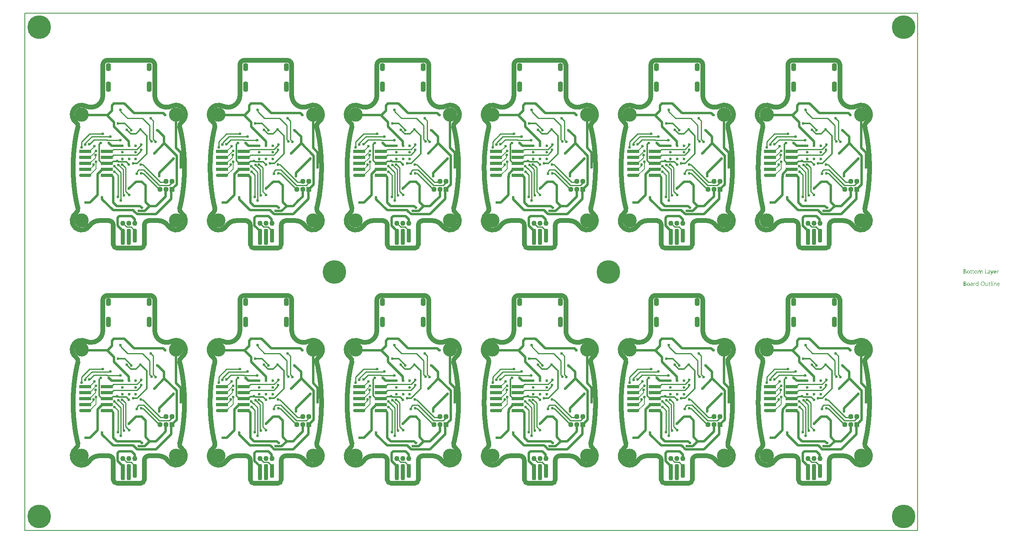
<source format=gbl>
G04*
G04 #@! TF.GenerationSoftware,Altium Limited,Altium Designer,21.9.2 (33)*
G04*
G04 Layer_Physical_Order=2*
G04 Layer_Color=16711680*
%FSAX25Y25*%
%MOIN*%
G70*
G04*
G04 #@! TF.SameCoordinates,F1FF36CF-567E-4D5E-8A1F-07DE1E34316F*
G04*
G04*
G04 #@! TF.FilePolarity,Positive*
G04*
G01*
G75*
%ADD33C,0.01181*%
%ADD35C,0.01968*%
%ADD36C,0.00984*%
%ADD37C,0.00787*%
%ADD38C,0.01378*%
%ADD39C,0.03937*%
%ADD40C,0.19685*%
%ADD41C,0.02362*%
G04:AMPARAMS|DCode=42|XSize=43.31mil|YSize=66.93mil|CornerRadius=19.49mil|HoleSize=0mil|Usage=FLASHONLY|Rotation=180.000|XOffset=0mil|YOffset=0mil|HoleType=Round|Shape=RoundedRectangle|*
%AMROUNDEDRECTD42*
21,1,0.04331,0.02795,0,0,180.0*
21,1,0.00433,0.06693,0,0,180.0*
1,1,0.03898,-0.00217,0.01398*
1,1,0.03898,0.00217,0.01398*
1,1,0.03898,0.00217,-0.01398*
1,1,0.03898,-0.00217,-0.01398*
%
%ADD42ROUNDEDRECTD42*%
G04:AMPARAMS|DCode=43|XSize=43.31mil|YSize=86.61mil|CornerRadius=19.49mil|HoleSize=0mil|Usage=FLASHONLY|Rotation=180.000|XOffset=0mil|YOffset=0mil|HoleType=Round|Shape=RoundedRectangle|*
%AMROUNDEDRECTD43*
21,1,0.04331,0.04764,0,0,180.0*
21,1,0.00433,0.08661,0,0,180.0*
1,1,0.03898,-0.00217,0.02382*
1,1,0.03898,0.00217,0.02382*
1,1,0.03898,0.00217,-0.02382*
1,1,0.03898,-0.00217,-0.02382*
%
%ADD43ROUNDEDRECTD43*%
%ADD44C,0.11811*%
%ADD45C,0.04370*%
%ADD46R,0.04370X0.04370*%
G04:AMPARAMS|DCode=47|XSize=100mil|YSize=25mil|CornerRadius=6.25mil|HoleSize=0mil|Usage=FLASHONLY|Rotation=0.000|XOffset=0mil|YOffset=0mil|HoleType=Round|Shape=RoundedRectangle|*
%AMROUNDEDRECTD47*
21,1,0.10000,0.01250,0,0,0.0*
21,1,0.08750,0.02500,0,0,0.0*
1,1,0.01250,0.04375,-0.00625*
1,1,0.01250,-0.04375,-0.00625*
1,1,0.01250,-0.04375,0.00625*
1,1,0.01250,0.04375,0.00625*
%
%ADD47ROUNDEDRECTD47*%
%ADD48R,0.10000X0.02500*%
G04:AMPARAMS|DCode=49|XSize=35.43mil|YSize=135.83mil|CornerRadius=13.82mil|HoleSize=0mil|Usage=FLASHONLY|Rotation=180.000|XOffset=0mil|YOffset=0mil|HoleType=Round|Shape=RoundedRectangle|*
%AMROUNDEDRECTD49*
21,1,0.03543,0.10819,0,0,180.0*
21,1,0.00780,0.13583,0,0,180.0*
1,1,0.02764,-0.00390,0.05409*
1,1,0.02764,0.00390,0.05409*
1,1,0.02764,0.00390,-0.05409*
1,1,0.02764,-0.00390,-0.05409*
%
%ADD49ROUNDEDRECTD49*%
G04:AMPARAMS|DCode=50|XSize=35.43mil|YSize=116.14mil|CornerRadius=13.82mil|HoleSize=0mil|Usage=FLASHONLY|Rotation=180.000|XOffset=0mil|YOffset=0mil|HoleType=Round|Shape=RoundedRectangle|*
%AMROUNDEDRECTD50*
21,1,0.03543,0.08850,0,0,180.0*
21,1,0.00780,0.11614,0,0,180.0*
1,1,0.02764,-0.00390,0.04425*
1,1,0.02764,0.00390,0.04425*
1,1,0.02764,0.00390,-0.04425*
1,1,0.02764,-0.00390,-0.04425*
%
%ADD50ROUNDEDRECTD50*%
%ADD51C,0.04331*%
G36*
X0777633Y0197347D02*
X0777689Y0197335D01*
X0777751Y0197322D01*
X0777819Y0197298D01*
X0777900Y0197267D01*
X0777974Y0197223D01*
X0778054Y0197174D01*
X0778128Y0197106D01*
X0778197Y0197019D01*
X0778259Y0196920D01*
X0778314Y0196809D01*
X0778351Y0196666D01*
X0778382Y0196512D01*
X0778389Y0196332D01*
Y0194785D01*
X0777986D01*
Y0196227D01*
Y0196233D01*
Y0196246D01*
Y0196264D01*
Y0196295D01*
X0777980Y0196369D01*
X0777968Y0196456D01*
X0777955Y0196555D01*
X0777930Y0196654D01*
X0777900Y0196747D01*
X0777856Y0196827D01*
X0777850Y0196834D01*
X0777831Y0196858D01*
X0777800Y0196889D01*
X0777751Y0196920D01*
X0777695Y0196957D01*
X0777621Y0196982D01*
X0777528Y0197007D01*
X0777423Y0197013D01*
X0777411D01*
X0777380Y0197007D01*
X0777330Y0197001D01*
X0777268Y0196982D01*
X0777200Y0196957D01*
X0777126Y0196914D01*
X0777051Y0196858D01*
X0776983Y0196778D01*
X0776977Y0196765D01*
X0776959Y0196734D01*
X0776928Y0196685D01*
X0776897Y0196617D01*
X0776860Y0196536D01*
X0776835Y0196444D01*
X0776810Y0196332D01*
X0776804Y0196214D01*
Y0194785D01*
X0776402D01*
Y0196276D01*
Y0196283D01*
Y0196307D01*
X0776395Y0196344D01*
Y0196394D01*
X0776383Y0196450D01*
X0776370Y0196512D01*
X0776352Y0196574D01*
X0776333Y0196648D01*
X0776302Y0196716D01*
X0776265Y0196778D01*
X0776216Y0196840D01*
X0776160Y0196895D01*
X0776098Y0196945D01*
X0776018Y0196982D01*
X0775931Y0197007D01*
X0775832Y0197013D01*
X0775820D01*
X0775789Y0197007D01*
X0775739Y0197001D01*
X0775677Y0196988D01*
X0775609Y0196957D01*
X0775535Y0196920D01*
X0775461Y0196864D01*
X0775392Y0196790D01*
X0775386Y0196778D01*
X0775368Y0196753D01*
X0775337Y0196704D01*
X0775306Y0196635D01*
X0775275Y0196555D01*
X0775244Y0196456D01*
X0775225Y0196344D01*
X0775219Y0196214D01*
Y0194785D01*
X0774817D01*
Y0197298D01*
X0775219D01*
Y0196895D01*
X0775232D01*
X0775238Y0196902D01*
X0775244Y0196914D01*
X0775262Y0196939D01*
X0775281Y0196970D01*
X0775343Y0197038D01*
X0775430Y0197125D01*
X0775541Y0197211D01*
X0775671Y0197279D01*
X0775751Y0197310D01*
X0775832Y0197335D01*
X0775919Y0197347D01*
X0776012Y0197353D01*
X0776055D01*
X0776104Y0197347D01*
X0776166Y0197335D01*
X0776234Y0197316D01*
X0776309Y0197292D01*
X0776383Y0197261D01*
X0776457Y0197211D01*
X0776463Y0197205D01*
X0776488Y0197186D01*
X0776519Y0197155D01*
X0776562Y0197112D01*
X0776606Y0197056D01*
X0776649Y0196994D01*
X0776692Y0196920D01*
X0776723Y0196834D01*
X0776730Y0196840D01*
X0776736Y0196858D01*
X0776754Y0196883D01*
X0776773Y0196914D01*
X0776804Y0196957D01*
X0776841Y0197001D01*
X0776884Y0197044D01*
X0776934Y0197093D01*
X0776990Y0197143D01*
X0777051Y0197186D01*
X0777119Y0197236D01*
X0777194Y0197273D01*
X0777274Y0197304D01*
X0777361Y0197329D01*
X0777460Y0197347D01*
X0777559Y0197353D01*
X0777596D01*
X0777633Y0197347D01*
D02*
G37*
G36*
X0791666Y0197335D02*
X0791740Y0197329D01*
X0791784Y0197316D01*
X0791815Y0197304D01*
Y0196889D01*
X0791808Y0196895D01*
X0791796Y0196902D01*
X0791771Y0196914D01*
X0791740Y0196933D01*
X0791697Y0196945D01*
X0791641Y0196957D01*
X0791579Y0196964D01*
X0791511Y0196970D01*
X0791499D01*
X0791468Y0196964D01*
X0791418Y0196957D01*
X0791363Y0196939D01*
X0791288Y0196908D01*
X0791220Y0196864D01*
X0791146Y0196803D01*
X0791078Y0196722D01*
X0791072Y0196710D01*
X0791053Y0196679D01*
X0791022Y0196623D01*
X0790991Y0196549D01*
X0790960Y0196456D01*
X0790929Y0196338D01*
X0790911Y0196208D01*
X0790905Y0196060D01*
Y0194785D01*
X0790502D01*
Y0197298D01*
X0790905D01*
Y0196778D01*
X0790917D01*
Y0196784D01*
X0790923Y0196790D01*
X0790936Y0196821D01*
X0790954Y0196871D01*
X0790985Y0196933D01*
X0791016Y0196994D01*
X0791066Y0197063D01*
X0791115Y0197131D01*
X0791177Y0197193D01*
X0791183Y0197199D01*
X0791208Y0197217D01*
X0791245Y0197242D01*
X0791295Y0197267D01*
X0791350Y0197292D01*
X0791418Y0197316D01*
X0791493Y0197335D01*
X0791573Y0197341D01*
X0791629D01*
X0791666Y0197335D01*
D02*
G37*
G36*
X0786287Y0194382D02*
X0786281Y0194376D01*
X0786274Y0194351D01*
X0786256Y0194308D01*
X0786231Y0194258D01*
X0786200Y0194203D01*
X0786157Y0194135D01*
X0786114Y0194067D01*
X0786064Y0193992D01*
X0786002Y0193918D01*
X0785940Y0193850D01*
X0785866Y0193782D01*
X0785785Y0193726D01*
X0785705Y0193677D01*
X0785612Y0193633D01*
X0785519Y0193608D01*
X0785414Y0193602D01*
X0785358D01*
X0785321Y0193608D01*
X0785241Y0193621D01*
X0785154Y0193640D01*
Y0193999D01*
X0785160D01*
X0785179Y0193992D01*
X0785204Y0193986D01*
X0785235Y0193980D01*
X0785309Y0193961D01*
X0785389Y0193955D01*
X0785402D01*
X0785439Y0193961D01*
X0785495Y0193974D01*
X0785563Y0193999D01*
X0785637Y0194042D01*
X0785674Y0194073D01*
X0785711Y0194110D01*
X0785748Y0194147D01*
X0785785Y0194197D01*
X0785816Y0194252D01*
X0785847Y0194314D01*
X0786052Y0194785D01*
X0785068Y0197298D01*
X0785513D01*
X0786194Y0195360D01*
Y0195354D01*
X0786200Y0195342D01*
X0786206Y0195323D01*
X0786213Y0195298D01*
X0786219Y0195261D01*
X0786231Y0195224D01*
X0786244Y0195168D01*
X0786262D01*
Y0195181D01*
X0786274Y0195218D01*
X0786287Y0195274D01*
X0786312Y0195354D01*
X0787023Y0197298D01*
X0787438D01*
X0786287Y0194382D01*
D02*
G37*
G36*
X0783879Y0197347D02*
X0783935Y0197341D01*
X0784003Y0197322D01*
X0784077Y0197304D01*
X0784158Y0197273D01*
X0784244Y0197236D01*
X0784325Y0197186D01*
X0784405Y0197125D01*
X0784479Y0197050D01*
X0784548Y0196957D01*
X0784603Y0196852D01*
X0784647Y0196728D01*
X0784671Y0196586D01*
X0784684Y0196419D01*
Y0194785D01*
X0784281D01*
Y0195175D01*
X0784269D01*
Y0195168D01*
X0784257Y0195156D01*
X0784244Y0195131D01*
X0784220Y0195106D01*
X0784158Y0195032D01*
X0784077Y0194952D01*
X0783966Y0194871D01*
X0783836Y0194797D01*
X0783755Y0194772D01*
X0783675Y0194747D01*
X0783588Y0194735D01*
X0783495Y0194729D01*
X0783458D01*
X0783433Y0194735D01*
X0783365Y0194741D01*
X0783285Y0194754D01*
X0783186Y0194778D01*
X0783093Y0194809D01*
X0782994Y0194859D01*
X0782907Y0194921D01*
X0782901Y0194933D01*
X0782876Y0194958D01*
X0782839Y0195001D01*
X0782802Y0195063D01*
X0782765Y0195138D01*
X0782728Y0195224D01*
X0782703Y0195329D01*
X0782697Y0195447D01*
Y0195453D01*
Y0195478D01*
X0782703Y0195515D01*
X0782709Y0195558D01*
X0782722Y0195614D01*
X0782740Y0195676D01*
X0782765Y0195744D01*
X0782802Y0195812D01*
X0782845Y0195887D01*
X0782901Y0195961D01*
X0782969Y0196029D01*
X0783049Y0196091D01*
X0783142Y0196153D01*
X0783254Y0196202D01*
X0783378Y0196239D01*
X0783526Y0196270D01*
X0784281Y0196376D01*
Y0196382D01*
Y0196400D01*
X0784275Y0196437D01*
Y0196475D01*
X0784263Y0196524D01*
X0784257Y0196580D01*
X0784220Y0196697D01*
X0784189Y0196753D01*
X0784158Y0196809D01*
X0784114Y0196864D01*
X0784065Y0196914D01*
X0784003Y0196957D01*
X0783935Y0196988D01*
X0783854Y0197007D01*
X0783761Y0197013D01*
X0783718D01*
X0783687Y0197007D01*
X0783644D01*
X0783601Y0196994D01*
X0783489Y0196976D01*
X0783365Y0196939D01*
X0783229Y0196883D01*
X0783155Y0196846D01*
X0783087Y0196809D01*
X0783012Y0196759D01*
X0782944Y0196704D01*
Y0197118D01*
X0782950D01*
X0782963Y0197131D01*
X0782981Y0197143D01*
X0783012Y0197155D01*
X0783043Y0197174D01*
X0783087Y0197193D01*
X0783136Y0197211D01*
X0783192Y0197236D01*
X0783316Y0197279D01*
X0783464Y0197316D01*
X0783625Y0197341D01*
X0783799Y0197353D01*
X0783836D01*
X0783879Y0197347D01*
D02*
G37*
G36*
X0780988Y0195156D02*
X0782400D01*
Y0194785D01*
X0780574D01*
Y0198301D01*
X0780988D01*
Y0195156D01*
D02*
G37*
G36*
X0763774Y0198294D02*
X0763817D01*
X0763861Y0198288D01*
X0763960Y0198276D01*
X0764077Y0198245D01*
X0764201Y0198208D01*
X0764319Y0198152D01*
X0764424Y0198078D01*
X0764430D01*
X0764436Y0198065D01*
X0764467Y0198041D01*
X0764510Y0197991D01*
X0764560Y0197923D01*
X0764603Y0197836D01*
X0764647Y0197737D01*
X0764678Y0197626D01*
X0764690Y0197564D01*
Y0197496D01*
Y0197490D01*
Y0197484D01*
Y0197446D01*
X0764684Y0197391D01*
X0764671Y0197322D01*
X0764653Y0197236D01*
X0764622Y0197149D01*
X0764585Y0197063D01*
X0764529Y0196976D01*
X0764523Y0196964D01*
X0764498Y0196939D01*
X0764461Y0196902D01*
X0764411Y0196852D01*
X0764350Y0196803D01*
X0764275Y0196747D01*
X0764182Y0196704D01*
X0764083Y0196660D01*
Y0196654D01*
X0764102D01*
X0764120Y0196648D01*
X0764139Y0196642D01*
X0764207Y0196629D01*
X0764288Y0196605D01*
X0764374Y0196567D01*
X0764467Y0196524D01*
X0764560Y0196462D01*
X0764647Y0196382D01*
X0764659Y0196369D01*
X0764684Y0196338D01*
X0764715Y0196295D01*
X0764758Y0196227D01*
X0764795Y0196140D01*
X0764832Y0196041D01*
X0764857Y0195924D01*
X0764863Y0195794D01*
Y0195787D01*
Y0195775D01*
Y0195750D01*
X0764857Y0195719D01*
X0764851Y0195682D01*
X0764845Y0195639D01*
X0764820Y0195534D01*
X0764783Y0195416D01*
X0764727Y0195292D01*
X0764690Y0195237D01*
X0764647Y0195175D01*
X0764591Y0195119D01*
X0764535Y0195063D01*
X0764529D01*
X0764523Y0195051D01*
X0764504Y0195038D01*
X0764480Y0195020D01*
X0764449Y0195001D01*
X0764405Y0194976D01*
X0764312Y0194927D01*
X0764195Y0194871D01*
X0764059Y0194828D01*
X0763898Y0194797D01*
X0763817Y0194791D01*
X0763724Y0194785D01*
X0762697D01*
Y0198301D01*
X0763743D01*
X0763774Y0198294D01*
D02*
G37*
G36*
X0770701Y0197298D02*
X0771338D01*
Y0196951D01*
X0770701D01*
Y0195534D01*
Y0195521D01*
Y0195490D01*
X0770707Y0195447D01*
X0770713Y0195391D01*
X0770738Y0195274D01*
X0770756Y0195218D01*
X0770787Y0195175D01*
X0770793Y0195168D01*
X0770806Y0195156D01*
X0770824Y0195144D01*
X0770855Y0195125D01*
X0770892Y0195100D01*
X0770942Y0195088D01*
X0771004Y0195076D01*
X0771072Y0195069D01*
X0771097D01*
X0771128Y0195076D01*
X0771165Y0195082D01*
X0771251Y0195106D01*
X0771295Y0195125D01*
X0771338Y0195150D01*
Y0194803D01*
X0771332D01*
X0771313Y0194791D01*
X0771282Y0194785D01*
X0771239Y0194772D01*
X0771183Y0194760D01*
X0771121Y0194747D01*
X0771047Y0194741D01*
X0770961Y0194735D01*
X0770929D01*
X0770899Y0194741D01*
X0770855Y0194747D01*
X0770806Y0194760D01*
X0770750Y0194772D01*
X0770694Y0194797D01*
X0770632Y0194828D01*
X0770571Y0194865D01*
X0770509Y0194915D01*
X0770453Y0194970D01*
X0770403Y0195045D01*
X0770360Y0195125D01*
X0770329Y0195224D01*
X0770304Y0195335D01*
X0770298Y0195466D01*
Y0196951D01*
X0769871D01*
Y0197298D01*
X0770298D01*
Y0197911D01*
X0770701Y0198041D01*
Y0197298D01*
D02*
G37*
G36*
X0768998D02*
X0769636D01*
Y0196951D01*
X0768998D01*
Y0195534D01*
Y0195521D01*
Y0195490D01*
X0769004Y0195447D01*
X0769011Y0195391D01*
X0769035Y0195274D01*
X0769054Y0195218D01*
X0769085Y0195175D01*
X0769091Y0195168D01*
X0769103Y0195156D01*
X0769122Y0195144D01*
X0769153Y0195125D01*
X0769190Y0195100D01*
X0769240Y0195088D01*
X0769302Y0195076D01*
X0769370Y0195069D01*
X0769394D01*
X0769425Y0195076D01*
X0769462Y0195082D01*
X0769549Y0195106D01*
X0769593Y0195125D01*
X0769636Y0195150D01*
Y0194803D01*
X0769630D01*
X0769611Y0194791D01*
X0769580Y0194785D01*
X0769537Y0194772D01*
X0769481Y0194760D01*
X0769419Y0194747D01*
X0769345Y0194741D01*
X0769258Y0194735D01*
X0769227D01*
X0769196Y0194741D01*
X0769153Y0194747D01*
X0769103Y0194760D01*
X0769048Y0194772D01*
X0768992Y0194797D01*
X0768930Y0194828D01*
X0768868Y0194865D01*
X0768806Y0194915D01*
X0768751Y0194970D01*
X0768701Y0195045D01*
X0768658Y0195125D01*
X0768627Y0195224D01*
X0768602Y0195335D01*
X0768596Y0195466D01*
Y0196951D01*
X0768169D01*
Y0197298D01*
X0768596D01*
Y0197911D01*
X0768998Y0198041D01*
Y0197298D01*
D02*
G37*
G36*
X0788942Y0197347D02*
X0788986Y0197341D01*
X0789029Y0197335D01*
X0789141Y0197316D01*
X0789264Y0197273D01*
X0789388Y0197217D01*
X0789450Y0197180D01*
X0789512Y0197137D01*
X0789568Y0197087D01*
X0789623Y0197032D01*
X0789630Y0197025D01*
X0789636Y0197019D01*
X0789648Y0197001D01*
X0789667Y0196976D01*
X0789685Y0196939D01*
X0789710Y0196902D01*
X0789735Y0196858D01*
X0789759Y0196803D01*
X0789784Y0196741D01*
X0789809Y0196679D01*
X0789834Y0196605D01*
X0789852Y0196524D01*
X0789871Y0196437D01*
X0789883Y0196351D01*
X0789896Y0196252D01*
Y0196146D01*
Y0195936D01*
X0788119D01*
Y0195930D01*
Y0195917D01*
Y0195899D01*
X0788125Y0195868D01*
X0788132Y0195831D01*
Y0195794D01*
X0788150Y0195695D01*
X0788181Y0195596D01*
X0788218Y0195484D01*
X0788274Y0195379D01*
X0788342Y0195286D01*
X0788354Y0195274D01*
X0788379Y0195249D01*
X0788429Y0195218D01*
X0788497Y0195175D01*
X0788583Y0195131D01*
X0788682Y0195100D01*
X0788800Y0195076D01*
X0788936Y0195063D01*
X0788980D01*
X0789010Y0195069D01*
X0789048D01*
X0789091Y0195076D01*
X0789196Y0195100D01*
X0789314Y0195131D01*
X0789444Y0195181D01*
X0789580Y0195249D01*
X0789648Y0195292D01*
X0789716Y0195342D01*
Y0194964D01*
X0789710D01*
X0789704Y0194952D01*
X0789685Y0194946D01*
X0789654Y0194927D01*
X0789623Y0194908D01*
X0789586Y0194890D01*
X0789537Y0194871D01*
X0789487Y0194846D01*
X0789425Y0194822D01*
X0789357Y0194803D01*
X0789209Y0194766D01*
X0789035Y0194741D01*
X0788843Y0194729D01*
X0788794D01*
X0788757Y0194735D01*
X0788713Y0194741D01*
X0788658Y0194747D01*
X0788540Y0194772D01*
X0788404Y0194809D01*
X0788268Y0194871D01*
X0788200Y0194915D01*
X0788132Y0194958D01*
X0788070Y0195008D01*
X0788008Y0195069D01*
X0788002Y0195076D01*
X0787995Y0195088D01*
X0787983Y0195106D01*
X0787958Y0195131D01*
X0787940Y0195168D01*
X0787915Y0195212D01*
X0787884Y0195261D01*
X0787859Y0195317D01*
X0787828Y0195379D01*
X0787804Y0195453D01*
X0787773Y0195534D01*
X0787754Y0195620D01*
X0787735Y0195713D01*
X0787717Y0195812D01*
X0787711Y0195917D01*
X0787704Y0196029D01*
Y0196035D01*
Y0196054D01*
Y0196084D01*
X0787711Y0196128D01*
X0787717Y0196177D01*
X0787723Y0196233D01*
X0787729Y0196301D01*
X0787748Y0196369D01*
X0787785Y0196518D01*
X0787841Y0196679D01*
X0787878Y0196759D01*
X0787927Y0196834D01*
X0787977Y0196914D01*
X0788032Y0196982D01*
X0788039Y0196988D01*
X0788051Y0197001D01*
X0788070Y0197019D01*
X0788094Y0197038D01*
X0788125Y0197069D01*
X0788163Y0197100D01*
X0788212Y0197131D01*
X0788262Y0197168D01*
X0788379Y0197236D01*
X0788521Y0197298D01*
X0788602Y0197316D01*
X0788682Y0197335D01*
X0788769Y0197347D01*
X0788862Y0197353D01*
X0788911D01*
X0788942Y0197347D01*
D02*
G37*
G36*
X0773077D02*
X0773121Y0197341D01*
X0773176Y0197335D01*
X0773300Y0197310D01*
X0773443Y0197267D01*
X0773585Y0197205D01*
X0773659Y0197168D01*
X0773727Y0197125D01*
X0773796Y0197069D01*
X0773857Y0197007D01*
X0773864Y0197001D01*
X0773870Y0196988D01*
X0773888Y0196970D01*
X0773907Y0196945D01*
X0773932Y0196908D01*
X0773956Y0196864D01*
X0773987Y0196815D01*
X0774018Y0196759D01*
X0774043Y0196691D01*
X0774074Y0196623D01*
X0774099Y0196543D01*
X0774124Y0196456D01*
X0774142Y0196363D01*
X0774161Y0196264D01*
X0774167Y0196159D01*
X0774173Y0196047D01*
Y0196041D01*
Y0196023D01*
Y0195992D01*
X0774167Y0195948D01*
X0774161Y0195899D01*
X0774155Y0195837D01*
X0774142Y0195775D01*
X0774130Y0195701D01*
X0774093Y0195552D01*
X0774031Y0195391D01*
X0773994Y0195311D01*
X0773944Y0195230D01*
X0773895Y0195156D01*
X0773833Y0195088D01*
X0773827Y0195082D01*
X0773814Y0195076D01*
X0773796Y0195057D01*
X0773771Y0195032D01*
X0773734Y0195008D01*
X0773697Y0194976D01*
X0773647Y0194939D01*
X0773591Y0194908D01*
X0773529Y0194878D01*
X0773461Y0194840D01*
X0773387Y0194809D01*
X0773307Y0194785D01*
X0773220Y0194760D01*
X0773127Y0194747D01*
X0773028Y0194735D01*
X0772923Y0194729D01*
X0772867D01*
X0772830Y0194735D01*
X0772787Y0194741D01*
X0772731Y0194747D01*
X0772669Y0194760D01*
X0772601Y0194772D01*
X0772459Y0194816D01*
X0772310Y0194878D01*
X0772236Y0194915D01*
X0772167Y0194964D01*
X0772099Y0195014D01*
X0772031Y0195076D01*
X0772025Y0195082D01*
X0772019Y0195094D01*
X0772000Y0195113D01*
X0771982Y0195138D01*
X0771957Y0195175D01*
X0771926Y0195218D01*
X0771895Y0195267D01*
X0771870Y0195323D01*
X0771840Y0195391D01*
X0771808Y0195459D01*
X0771778Y0195534D01*
X0771753Y0195620D01*
X0771716Y0195806D01*
X0771709Y0195905D01*
X0771703Y0196010D01*
Y0196017D01*
Y0196041D01*
Y0196072D01*
X0771709Y0196116D01*
X0771716Y0196165D01*
X0771722Y0196227D01*
X0771734Y0196295D01*
X0771747Y0196369D01*
X0771784Y0196530D01*
X0771846Y0196691D01*
X0771889Y0196772D01*
X0771932Y0196852D01*
X0771982Y0196926D01*
X0772044Y0196994D01*
X0772050Y0197001D01*
X0772062Y0197013D01*
X0772081Y0197025D01*
X0772106Y0197050D01*
X0772143Y0197075D01*
X0772186Y0197106D01*
X0772236Y0197143D01*
X0772291Y0197174D01*
X0772353Y0197205D01*
X0772428Y0197242D01*
X0772502Y0197273D01*
X0772588Y0197298D01*
X0772675Y0197322D01*
X0772774Y0197341D01*
X0772879Y0197347D01*
X0772985Y0197353D01*
X0773040D01*
X0773077Y0197347D01*
D02*
G37*
G36*
X0766726D02*
X0766770Y0197341D01*
X0766826Y0197335D01*
X0766949Y0197310D01*
X0767092Y0197267D01*
X0767234Y0197205D01*
X0767308Y0197168D01*
X0767377Y0197125D01*
X0767445Y0197069D01*
X0767507Y0197007D01*
X0767513Y0197001D01*
X0767519Y0196988D01*
X0767537Y0196970D01*
X0767556Y0196945D01*
X0767581Y0196908D01*
X0767605Y0196864D01*
X0767636Y0196815D01*
X0767667Y0196759D01*
X0767692Y0196691D01*
X0767723Y0196623D01*
X0767748Y0196543D01*
X0767773Y0196456D01*
X0767791Y0196363D01*
X0767810Y0196264D01*
X0767816Y0196159D01*
X0767822Y0196047D01*
Y0196041D01*
Y0196023D01*
Y0195992D01*
X0767816Y0195948D01*
X0767810Y0195899D01*
X0767804Y0195837D01*
X0767791Y0195775D01*
X0767779Y0195701D01*
X0767742Y0195552D01*
X0767680Y0195391D01*
X0767643Y0195311D01*
X0767593Y0195230D01*
X0767544Y0195156D01*
X0767482Y0195088D01*
X0767476Y0195082D01*
X0767463Y0195076D01*
X0767445Y0195057D01*
X0767420Y0195032D01*
X0767383Y0195008D01*
X0767346Y0194976D01*
X0767296Y0194939D01*
X0767240Y0194908D01*
X0767178Y0194878D01*
X0767110Y0194840D01*
X0767036Y0194809D01*
X0766956Y0194785D01*
X0766869Y0194760D01*
X0766776Y0194747D01*
X0766677Y0194735D01*
X0766572Y0194729D01*
X0766516D01*
X0766479Y0194735D01*
X0766436Y0194741D01*
X0766380Y0194747D01*
X0766318Y0194760D01*
X0766250Y0194772D01*
X0766108Y0194816D01*
X0765959Y0194878D01*
X0765885Y0194915D01*
X0765817Y0194964D01*
X0765749Y0195014D01*
X0765680Y0195076D01*
X0765674Y0195082D01*
X0765668Y0195094D01*
X0765650Y0195113D01*
X0765631Y0195138D01*
X0765606Y0195175D01*
X0765575Y0195218D01*
X0765544Y0195267D01*
X0765520Y0195323D01*
X0765488Y0195391D01*
X0765458Y0195459D01*
X0765427Y0195534D01*
X0765402Y0195620D01*
X0765365Y0195806D01*
X0765358Y0195905D01*
X0765352Y0196010D01*
Y0196017D01*
Y0196041D01*
Y0196072D01*
X0765358Y0196116D01*
X0765365Y0196165D01*
X0765371Y0196227D01*
X0765383Y0196295D01*
X0765396Y0196369D01*
X0765433Y0196530D01*
X0765495Y0196691D01*
X0765538Y0196772D01*
X0765581Y0196852D01*
X0765631Y0196926D01*
X0765693Y0196994D01*
X0765699Y0197001D01*
X0765711Y0197013D01*
X0765730Y0197025D01*
X0765755Y0197050D01*
X0765792Y0197075D01*
X0765835Y0197106D01*
X0765885Y0197143D01*
X0765940Y0197174D01*
X0766002Y0197205D01*
X0766077Y0197242D01*
X0766151Y0197273D01*
X0766237Y0197298D01*
X0766324Y0197322D01*
X0766423Y0197341D01*
X0766528Y0197347D01*
X0766634Y0197353D01*
X0766689D01*
X0766726Y0197347D01*
D02*
G37*
G36*
X0786906Y0188267D02*
X0786931D01*
X0786986Y0188243D01*
X0787017Y0188224D01*
X0787048Y0188199D01*
X0787054Y0188193D01*
X0787061Y0188187D01*
X0787092Y0188150D01*
X0787116Y0188088D01*
X0787123Y0188051D01*
X0787129Y0188014D01*
Y0188007D01*
Y0187995D01*
X0787123Y0187977D01*
X0787116Y0187952D01*
X0787098Y0187890D01*
X0787073Y0187859D01*
X0787048Y0187828D01*
X0787042D01*
X0787036Y0187816D01*
X0786999Y0187791D01*
X0786943Y0187766D01*
X0786906Y0187760D01*
X0786869Y0187754D01*
X0786850D01*
X0786832Y0187760D01*
X0786807D01*
X0786745Y0187785D01*
X0786714Y0187797D01*
X0786683Y0187822D01*
Y0187828D01*
X0786671Y0187834D01*
X0786658Y0187853D01*
X0786646Y0187871D01*
X0786621Y0187933D01*
X0786615Y0187970D01*
X0786609Y0188014D01*
Y0188020D01*
Y0188032D01*
X0786615Y0188051D01*
X0786621Y0188082D01*
X0786640Y0188137D01*
X0786658Y0188168D01*
X0786683Y0188199D01*
X0786689Y0188206D01*
X0786695Y0188212D01*
X0786733Y0188236D01*
X0786795Y0188261D01*
X0786832Y0188274D01*
X0786887D01*
X0786906Y0188267D01*
D02*
G37*
G36*
X0774916Y0184603D02*
X0774513D01*
Y0185024D01*
X0774501D01*
Y0185018D01*
X0774489Y0185005D01*
X0774470Y0184980D01*
X0774452Y0184950D01*
X0774421Y0184912D01*
X0774384Y0184875D01*
X0774340Y0184832D01*
X0774291Y0184789D01*
X0774235Y0184739D01*
X0774167Y0184696D01*
X0774099Y0184659D01*
X0774018Y0184622D01*
X0773938Y0184591D01*
X0773845Y0184566D01*
X0773746Y0184553D01*
X0773641Y0184547D01*
X0773597D01*
X0773560Y0184553D01*
X0773523Y0184560D01*
X0773474Y0184566D01*
X0773368Y0184591D01*
X0773245Y0184628D01*
X0773121Y0184690D01*
X0773053Y0184727D01*
X0772997Y0184770D01*
X0772935Y0184826D01*
X0772879Y0184881D01*
Y0184888D01*
X0772867Y0184900D01*
X0772855Y0184919D01*
X0772836Y0184943D01*
X0772818Y0184974D01*
X0772793Y0185018D01*
X0772768Y0185067D01*
X0772743Y0185123D01*
X0772712Y0185185D01*
X0772687Y0185253D01*
X0772663Y0185327D01*
X0772644Y0185408D01*
X0772626Y0185494D01*
X0772613Y0185593D01*
X0772607Y0185692D01*
X0772601Y0185798D01*
Y0185804D01*
Y0185822D01*
Y0185860D01*
X0772607Y0185903D01*
X0772613Y0185952D01*
X0772619Y0186014D01*
X0772626Y0186082D01*
X0772638Y0186157D01*
X0772675Y0186318D01*
X0772731Y0186485D01*
X0772768Y0186565D01*
X0772811Y0186646D01*
X0772855Y0186720D01*
X0772910Y0186794D01*
X0772917Y0186800D01*
X0772923Y0186813D01*
X0772941Y0186831D01*
X0772966Y0186856D01*
X0772997Y0186881D01*
X0773040Y0186912D01*
X0773084Y0186949D01*
X0773133Y0186986D01*
X0773257Y0187054D01*
X0773399Y0187116D01*
X0773480Y0187135D01*
X0773566Y0187153D01*
X0773653Y0187166D01*
X0773752Y0187172D01*
X0773802D01*
X0773839Y0187166D01*
X0773876Y0187159D01*
X0773925Y0187153D01*
X0774037Y0187122D01*
X0774161Y0187073D01*
X0774223Y0187042D01*
X0774285Y0186998D01*
X0774346Y0186955D01*
X0774402Y0186899D01*
X0774452Y0186837D01*
X0774501Y0186763D01*
X0774513D01*
Y0188323D01*
X0774916D01*
Y0184603D01*
D02*
G37*
G36*
X0789184Y0187166D02*
X0789258Y0187159D01*
X0789351Y0187141D01*
X0789450Y0187110D01*
X0789555Y0187060D01*
X0789661Y0186992D01*
X0789704Y0186955D01*
X0789747Y0186906D01*
X0789759Y0186893D01*
X0789784Y0186856D01*
X0789815Y0186794D01*
X0789859Y0186707D01*
X0789896Y0186602D01*
X0789933Y0186472D01*
X0789958Y0186318D01*
X0789964Y0186138D01*
Y0184603D01*
X0789561D01*
Y0186033D01*
Y0186039D01*
Y0186070D01*
X0789555Y0186107D01*
Y0186157D01*
X0789543Y0186219D01*
X0789531Y0186287D01*
X0789512Y0186361D01*
X0789487Y0186435D01*
X0789456Y0186510D01*
X0789419Y0186577D01*
X0789369Y0186646D01*
X0789314Y0186707D01*
X0789252Y0186757D01*
X0789172Y0186794D01*
X0789085Y0186825D01*
X0788980Y0186831D01*
X0788967D01*
X0788930Y0186825D01*
X0788874Y0186819D01*
X0788806Y0186800D01*
X0788726Y0186776D01*
X0788639Y0186732D01*
X0788559Y0186677D01*
X0788478Y0186602D01*
X0788472Y0186590D01*
X0788447Y0186565D01*
X0788416Y0186516D01*
X0788379Y0186448D01*
X0788342Y0186367D01*
X0788311Y0186268D01*
X0788286Y0186157D01*
X0788280Y0186033D01*
Y0184603D01*
X0787878D01*
Y0187116D01*
X0788280D01*
Y0186695D01*
X0788293D01*
X0788299Y0186701D01*
X0788305Y0186714D01*
X0788323Y0186739D01*
X0788348Y0186769D01*
X0788373Y0186807D01*
X0788410Y0186844D01*
X0788453Y0186887D01*
X0788503Y0186937D01*
X0788559Y0186980D01*
X0788621Y0187023D01*
X0788689Y0187060D01*
X0788763Y0187098D01*
X0788837Y0187128D01*
X0788924Y0187153D01*
X0789017Y0187166D01*
X0789116Y0187172D01*
X0789153D01*
X0789184Y0187166D01*
D02*
G37*
G36*
X0772186Y0187153D02*
X0772260Y0187147D01*
X0772304Y0187135D01*
X0772335Y0187122D01*
Y0186707D01*
X0772329Y0186714D01*
X0772316Y0186720D01*
X0772291Y0186732D01*
X0772260Y0186751D01*
X0772217Y0186763D01*
X0772161Y0186776D01*
X0772099Y0186782D01*
X0772031Y0186788D01*
X0772019D01*
X0771988Y0186782D01*
X0771939Y0186776D01*
X0771883Y0186757D01*
X0771808Y0186726D01*
X0771740Y0186683D01*
X0771666Y0186621D01*
X0771598Y0186540D01*
X0771592Y0186528D01*
X0771573Y0186497D01*
X0771542Y0186441D01*
X0771511Y0186367D01*
X0771480Y0186274D01*
X0771450Y0186157D01*
X0771431Y0186027D01*
X0771425Y0185878D01*
Y0184603D01*
X0771022D01*
Y0187116D01*
X0771425D01*
Y0186596D01*
X0771437D01*
Y0186602D01*
X0771443Y0186609D01*
X0771456Y0186639D01*
X0771474Y0186689D01*
X0771505Y0186751D01*
X0771536Y0186813D01*
X0771586Y0186881D01*
X0771635Y0186949D01*
X0771697Y0187011D01*
X0771703Y0187017D01*
X0771728Y0187036D01*
X0771765Y0187060D01*
X0771815Y0187085D01*
X0771870Y0187110D01*
X0771939Y0187135D01*
X0772013Y0187153D01*
X0772093Y0187159D01*
X0772149D01*
X0772186Y0187153D01*
D02*
G37*
G36*
X0782926Y0184603D02*
X0782523D01*
Y0184999D01*
X0782511D01*
Y0184993D01*
X0782499Y0184980D01*
X0782486Y0184956D01*
X0782462Y0184931D01*
X0782406Y0184857D01*
X0782319Y0184776D01*
X0782270Y0184733D01*
X0782214Y0184690D01*
X0782152Y0184652D01*
X0782078Y0184615D01*
X0782003Y0184591D01*
X0781923Y0184566D01*
X0781830Y0184553D01*
X0781737Y0184547D01*
X0781700D01*
X0781657Y0184553D01*
X0781595Y0184566D01*
X0781527Y0184578D01*
X0781453Y0184603D01*
X0781372Y0184634D01*
X0781292Y0184683D01*
X0781205Y0184739D01*
X0781124Y0184807D01*
X0781050Y0184894D01*
X0780982Y0184999D01*
X0780920Y0185117D01*
X0780877Y0185259D01*
X0780852Y0185426D01*
X0780840Y0185513D01*
Y0185612D01*
Y0187116D01*
X0781236D01*
Y0185674D01*
Y0185668D01*
Y0185643D01*
X0781242Y0185600D01*
X0781248Y0185550D01*
X0781254Y0185488D01*
X0781267Y0185426D01*
X0781285Y0185352D01*
X0781310Y0185278D01*
X0781347Y0185203D01*
X0781384Y0185135D01*
X0781434Y0185067D01*
X0781496Y0185005D01*
X0781564Y0184956D01*
X0781644Y0184919D01*
X0781743Y0184888D01*
X0781849Y0184881D01*
X0781861D01*
X0781898Y0184888D01*
X0781954Y0184894D01*
X0782016Y0184906D01*
X0782096Y0184937D01*
X0782177Y0184974D01*
X0782257Y0185024D01*
X0782332Y0185098D01*
X0782338Y0185110D01*
X0782363Y0185135D01*
X0782393Y0185185D01*
X0782431Y0185253D01*
X0782462Y0185333D01*
X0782492Y0185432D01*
X0782517Y0185544D01*
X0782523Y0185668D01*
Y0187116D01*
X0782926D01*
Y0184603D01*
D02*
G37*
G36*
X0787061D02*
X0786658D01*
Y0187116D01*
X0787061D01*
Y0184603D01*
D02*
G37*
G36*
X0785841D02*
X0785439D01*
Y0188323D01*
X0785841D01*
Y0184603D01*
D02*
G37*
G36*
X0769462Y0187166D02*
X0769518Y0187159D01*
X0769586Y0187141D01*
X0769661Y0187122D01*
X0769741Y0187091D01*
X0769828Y0187054D01*
X0769908Y0187005D01*
X0769989Y0186943D01*
X0770063Y0186869D01*
X0770131Y0186776D01*
X0770187Y0186670D01*
X0770230Y0186547D01*
X0770255Y0186404D01*
X0770267Y0186237D01*
Y0184603D01*
X0769865D01*
Y0184993D01*
X0769852D01*
Y0184987D01*
X0769840Y0184974D01*
X0769828Y0184950D01*
X0769803Y0184925D01*
X0769741Y0184851D01*
X0769661Y0184770D01*
X0769549Y0184690D01*
X0769419Y0184615D01*
X0769339Y0184591D01*
X0769258Y0184566D01*
X0769172Y0184553D01*
X0769079Y0184547D01*
X0769042D01*
X0769017Y0184553D01*
X0768949Y0184560D01*
X0768868Y0184572D01*
X0768769Y0184597D01*
X0768676Y0184628D01*
X0768577Y0184677D01*
X0768491Y0184739D01*
X0768484Y0184751D01*
X0768460Y0184776D01*
X0768423Y0184820D01*
X0768385Y0184881D01*
X0768348Y0184956D01*
X0768311Y0185042D01*
X0768286Y0185148D01*
X0768280Y0185265D01*
Y0185272D01*
Y0185296D01*
X0768286Y0185333D01*
X0768293Y0185377D01*
X0768305Y0185432D01*
X0768324Y0185494D01*
X0768348Y0185562D01*
X0768385Y0185631D01*
X0768429Y0185705D01*
X0768484Y0185779D01*
X0768553Y0185847D01*
X0768633Y0185909D01*
X0768726Y0185971D01*
X0768837Y0186021D01*
X0768961Y0186058D01*
X0769110Y0186089D01*
X0769865Y0186194D01*
Y0186200D01*
Y0186219D01*
X0769859Y0186256D01*
Y0186293D01*
X0769846Y0186342D01*
X0769840Y0186398D01*
X0769803Y0186516D01*
X0769772Y0186571D01*
X0769741Y0186627D01*
X0769698Y0186683D01*
X0769648Y0186732D01*
X0769586Y0186776D01*
X0769518Y0186807D01*
X0769438Y0186825D01*
X0769345Y0186831D01*
X0769302D01*
X0769271Y0186825D01*
X0769227D01*
X0769184Y0186813D01*
X0769072Y0186794D01*
X0768949Y0186757D01*
X0768813Y0186701D01*
X0768738Y0186664D01*
X0768670Y0186627D01*
X0768596Y0186577D01*
X0768528Y0186522D01*
Y0186937D01*
X0768534D01*
X0768546Y0186949D01*
X0768565Y0186961D01*
X0768596Y0186974D01*
X0768627Y0186992D01*
X0768670Y0187011D01*
X0768720Y0187029D01*
X0768775Y0187054D01*
X0768899Y0187098D01*
X0769048Y0187135D01*
X0769209Y0187159D01*
X0769382Y0187172D01*
X0769419D01*
X0769462Y0187166D01*
D02*
G37*
G36*
X0763774Y0188113D02*
X0763817D01*
X0763861Y0188107D01*
X0763960Y0188094D01*
X0764077Y0188063D01*
X0764201Y0188026D01*
X0764319Y0187970D01*
X0764424Y0187896D01*
X0764430D01*
X0764436Y0187884D01*
X0764467Y0187859D01*
X0764510Y0187809D01*
X0764560Y0187741D01*
X0764603Y0187655D01*
X0764647Y0187556D01*
X0764678Y0187444D01*
X0764690Y0187382D01*
Y0187314D01*
Y0187308D01*
Y0187302D01*
Y0187265D01*
X0764684Y0187209D01*
X0764671Y0187141D01*
X0764653Y0187054D01*
X0764622Y0186968D01*
X0764585Y0186881D01*
X0764529Y0186794D01*
X0764523Y0186782D01*
X0764498Y0186757D01*
X0764461Y0186720D01*
X0764411Y0186670D01*
X0764350Y0186621D01*
X0764275Y0186565D01*
X0764182Y0186522D01*
X0764083Y0186478D01*
Y0186472D01*
X0764102D01*
X0764120Y0186466D01*
X0764139Y0186460D01*
X0764207Y0186448D01*
X0764288Y0186423D01*
X0764374Y0186386D01*
X0764467Y0186342D01*
X0764560Y0186280D01*
X0764647Y0186200D01*
X0764659Y0186188D01*
X0764684Y0186157D01*
X0764715Y0186113D01*
X0764758Y0186045D01*
X0764795Y0185959D01*
X0764832Y0185860D01*
X0764857Y0185742D01*
X0764863Y0185612D01*
Y0185606D01*
Y0185593D01*
Y0185569D01*
X0764857Y0185538D01*
X0764851Y0185501D01*
X0764845Y0185457D01*
X0764820Y0185352D01*
X0764783Y0185234D01*
X0764727Y0185110D01*
X0764690Y0185055D01*
X0764647Y0184993D01*
X0764591Y0184937D01*
X0764535Y0184881D01*
X0764529D01*
X0764523Y0184869D01*
X0764504Y0184857D01*
X0764480Y0184838D01*
X0764449Y0184820D01*
X0764405Y0184795D01*
X0764312Y0184745D01*
X0764195Y0184690D01*
X0764059Y0184646D01*
X0763898Y0184615D01*
X0763817Y0184609D01*
X0763724Y0184603D01*
X0762697D01*
Y0188119D01*
X0763743D01*
X0763774Y0188113D01*
D02*
G37*
G36*
X0784269Y0187116D02*
X0784906D01*
Y0186769D01*
X0784269D01*
Y0185352D01*
Y0185340D01*
Y0185309D01*
X0784275Y0185265D01*
X0784281Y0185210D01*
X0784306Y0185092D01*
X0784325Y0185036D01*
X0784356Y0184993D01*
X0784362Y0184987D01*
X0784374Y0184974D01*
X0784393Y0184962D01*
X0784424Y0184943D01*
X0784461Y0184919D01*
X0784510Y0184906D01*
X0784572Y0184894D01*
X0784640Y0184888D01*
X0784665D01*
X0784696Y0184894D01*
X0784733Y0184900D01*
X0784820Y0184925D01*
X0784863Y0184943D01*
X0784906Y0184968D01*
Y0184622D01*
X0784900D01*
X0784882Y0184609D01*
X0784851Y0184603D01*
X0784807Y0184591D01*
X0784752Y0184578D01*
X0784690Y0184566D01*
X0784616Y0184560D01*
X0784529Y0184553D01*
X0784498D01*
X0784467Y0184560D01*
X0784424Y0184566D01*
X0784374Y0184578D01*
X0784318Y0184591D01*
X0784263Y0184615D01*
X0784201Y0184646D01*
X0784139Y0184683D01*
X0784077Y0184733D01*
X0784021Y0184789D01*
X0783972Y0184863D01*
X0783928Y0184943D01*
X0783898Y0185042D01*
X0783873Y0185154D01*
X0783867Y0185284D01*
Y0186769D01*
X0783439D01*
Y0187116D01*
X0783867D01*
Y0187729D01*
X0784269Y0187859D01*
Y0187116D01*
D02*
G37*
G36*
X0791796Y0187166D02*
X0791839Y0187159D01*
X0791883Y0187153D01*
X0791994Y0187135D01*
X0792118Y0187091D01*
X0792242Y0187036D01*
X0792304Y0186998D01*
X0792366Y0186955D01*
X0792421Y0186906D01*
X0792477Y0186850D01*
X0792483Y0186844D01*
X0792489Y0186837D01*
X0792502Y0186819D01*
X0792520Y0186794D01*
X0792539Y0186757D01*
X0792564Y0186720D01*
X0792588Y0186677D01*
X0792613Y0186621D01*
X0792638Y0186559D01*
X0792663Y0186497D01*
X0792687Y0186423D01*
X0792706Y0186342D01*
X0792725Y0186256D01*
X0792737Y0186169D01*
X0792749Y0186070D01*
Y0185965D01*
Y0185754D01*
X0790973D01*
Y0185748D01*
Y0185736D01*
Y0185717D01*
X0790979Y0185686D01*
X0790985Y0185649D01*
Y0185612D01*
X0791004Y0185513D01*
X0791035Y0185414D01*
X0791072Y0185302D01*
X0791127Y0185197D01*
X0791196Y0185104D01*
X0791208Y0185092D01*
X0791233Y0185067D01*
X0791282Y0185036D01*
X0791350Y0184993D01*
X0791437Y0184950D01*
X0791536Y0184919D01*
X0791654Y0184894D01*
X0791790Y0184881D01*
X0791833D01*
X0791864Y0184888D01*
X0791901D01*
X0791945Y0184894D01*
X0792050Y0184919D01*
X0792167Y0184950D01*
X0792297Y0184999D01*
X0792434Y0185067D01*
X0792502Y0185110D01*
X0792570Y0185160D01*
Y0184782D01*
X0792564D01*
X0792557Y0184770D01*
X0792539Y0184764D01*
X0792508Y0184745D01*
X0792477Y0184727D01*
X0792440Y0184708D01*
X0792390Y0184690D01*
X0792341Y0184665D01*
X0792279Y0184640D01*
X0792211Y0184622D01*
X0792062Y0184584D01*
X0791889Y0184560D01*
X0791697Y0184547D01*
X0791647D01*
X0791610Y0184553D01*
X0791567Y0184560D01*
X0791511Y0184566D01*
X0791394Y0184591D01*
X0791257Y0184628D01*
X0791121Y0184690D01*
X0791053Y0184733D01*
X0790985Y0184776D01*
X0790923Y0184826D01*
X0790861Y0184888D01*
X0790855Y0184894D01*
X0790849Y0184906D01*
X0790837Y0184925D01*
X0790812Y0184950D01*
X0790793Y0184987D01*
X0790768Y0185030D01*
X0790737Y0185080D01*
X0790713Y0185135D01*
X0790682Y0185197D01*
X0790657Y0185272D01*
X0790626Y0185352D01*
X0790608Y0185439D01*
X0790589Y0185531D01*
X0790570Y0185631D01*
X0790564Y0185736D01*
X0790558Y0185847D01*
Y0185853D01*
Y0185872D01*
Y0185903D01*
X0790564Y0185946D01*
X0790570Y0185996D01*
X0790577Y0186051D01*
X0790583Y0186119D01*
X0790601Y0186188D01*
X0790638Y0186336D01*
X0790694Y0186497D01*
X0790731Y0186577D01*
X0790781Y0186652D01*
X0790830Y0186732D01*
X0790886Y0186800D01*
X0790892Y0186807D01*
X0790905Y0186819D01*
X0790923Y0186837D01*
X0790948Y0186856D01*
X0790979Y0186887D01*
X0791016Y0186918D01*
X0791066Y0186949D01*
X0791115Y0186986D01*
X0791233Y0187054D01*
X0791375Y0187116D01*
X0791456Y0187135D01*
X0791536Y0187153D01*
X0791623Y0187166D01*
X0791715Y0187172D01*
X0791765D01*
X0791796Y0187166D01*
D02*
G37*
G36*
X0778754Y0188175D02*
X0778816Y0188168D01*
X0778890Y0188156D01*
X0778970Y0188137D01*
X0779057Y0188119D01*
X0779144Y0188094D01*
X0779243Y0188063D01*
X0779335Y0188020D01*
X0779435Y0187970D01*
X0779534Y0187915D01*
X0779627Y0187847D01*
X0779719Y0187772D01*
X0779806Y0187686D01*
X0779812Y0187679D01*
X0779825Y0187661D01*
X0779849Y0187636D01*
X0779874Y0187599D01*
X0779911Y0187549D01*
X0779948Y0187487D01*
X0779986Y0187419D01*
X0780029Y0187345D01*
X0780072Y0187252D01*
X0780109Y0187159D01*
X0780146Y0187054D01*
X0780184Y0186937D01*
X0780208Y0186819D01*
X0780233Y0186689D01*
X0780245Y0186547D01*
X0780252Y0186404D01*
Y0186392D01*
Y0186367D01*
Y0186324D01*
X0780245Y0186262D01*
X0780239Y0186188D01*
X0780227Y0186107D01*
X0780215Y0186014D01*
X0780196Y0185909D01*
X0780171Y0185804D01*
X0780140Y0185692D01*
X0780103Y0185581D01*
X0780060Y0185469D01*
X0780004Y0185352D01*
X0779942Y0185247D01*
X0779874Y0185142D01*
X0779794Y0185042D01*
X0779787Y0185036D01*
X0779775Y0185024D01*
X0779744Y0184999D01*
X0779713Y0184968D01*
X0779664Y0184925D01*
X0779608Y0184888D01*
X0779546Y0184838D01*
X0779472Y0184795D01*
X0779391Y0184751D01*
X0779298Y0184702D01*
X0779199Y0184665D01*
X0779088Y0184628D01*
X0778970Y0184591D01*
X0778847Y0184566D01*
X0778717Y0184553D01*
X0778574Y0184547D01*
X0778543D01*
X0778500Y0184553D01*
X0778450D01*
X0778389Y0184560D01*
X0778314Y0184572D01*
X0778234Y0184591D01*
X0778141Y0184609D01*
X0778048Y0184634D01*
X0777949Y0184665D01*
X0777850Y0184708D01*
X0777751Y0184751D01*
X0777652Y0184807D01*
X0777553Y0184875D01*
X0777460Y0184950D01*
X0777373Y0185036D01*
X0777367Y0185042D01*
X0777355Y0185061D01*
X0777330Y0185086D01*
X0777305Y0185123D01*
X0777268Y0185172D01*
X0777231Y0185234D01*
X0777194Y0185302D01*
X0777150Y0185383D01*
X0777107Y0185469D01*
X0777070Y0185562D01*
X0777033Y0185668D01*
X0776996Y0185785D01*
X0776971Y0185903D01*
X0776946Y0186033D01*
X0776934Y0186175D01*
X0776928Y0186318D01*
Y0186330D01*
Y0186355D01*
X0776934Y0186398D01*
Y0186460D01*
X0776940Y0186528D01*
X0776952Y0186615D01*
X0776965Y0186707D01*
X0776983Y0186807D01*
X0777008Y0186912D01*
X0777039Y0187023D01*
X0777076Y0187135D01*
X0777119Y0187246D01*
X0777175Y0187357D01*
X0777237Y0187469D01*
X0777305Y0187574D01*
X0777386Y0187673D01*
X0777392Y0187679D01*
X0777404Y0187698D01*
X0777435Y0187723D01*
X0777472Y0187754D01*
X0777516Y0187791D01*
X0777571Y0187834D01*
X0777639Y0187877D01*
X0777714Y0187927D01*
X0777800Y0187977D01*
X0777893Y0188020D01*
X0777992Y0188063D01*
X0778104Y0188100D01*
X0778228Y0188131D01*
X0778358Y0188162D01*
X0778494Y0188175D01*
X0778636Y0188181D01*
X0778704D01*
X0778754Y0188175D01*
D02*
G37*
G36*
X0766726Y0187166D02*
X0766770Y0187159D01*
X0766826Y0187153D01*
X0766949Y0187128D01*
X0767092Y0187085D01*
X0767234Y0187023D01*
X0767308Y0186986D01*
X0767377Y0186943D01*
X0767445Y0186887D01*
X0767507Y0186825D01*
X0767513Y0186819D01*
X0767519Y0186807D01*
X0767537Y0186788D01*
X0767556Y0186763D01*
X0767581Y0186726D01*
X0767605Y0186683D01*
X0767636Y0186633D01*
X0767667Y0186577D01*
X0767692Y0186510D01*
X0767723Y0186441D01*
X0767748Y0186361D01*
X0767773Y0186274D01*
X0767791Y0186181D01*
X0767810Y0186082D01*
X0767816Y0185977D01*
X0767822Y0185866D01*
Y0185860D01*
Y0185841D01*
Y0185810D01*
X0767816Y0185767D01*
X0767810Y0185717D01*
X0767804Y0185655D01*
X0767791Y0185593D01*
X0767779Y0185519D01*
X0767742Y0185371D01*
X0767680Y0185210D01*
X0767643Y0185129D01*
X0767593Y0185049D01*
X0767544Y0184974D01*
X0767482Y0184906D01*
X0767476Y0184900D01*
X0767463Y0184894D01*
X0767445Y0184875D01*
X0767420Y0184851D01*
X0767383Y0184826D01*
X0767346Y0184795D01*
X0767296Y0184758D01*
X0767240Y0184727D01*
X0767178Y0184696D01*
X0767110Y0184659D01*
X0767036Y0184628D01*
X0766956Y0184603D01*
X0766869Y0184578D01*
X0766776Y0184566D01*
X0766677Y0184553D01*
X0766572Y0184547D01*
X0766516D01*
X0766479Y0184553D01*
X0766436Y0184560D01*
X0766380Y0184566D01*
X0766318Y0184578D01*
X0766250Y0184591D01*
X0766108Y0184634D01*
X0765959Y0184696D01*
X0765885Y0184733D01*
X0765817Y0184782D01*
X0765749Y0184832D01*
X0765680Y0184894D01*
X0765674Y0184900D01*
X0765668Y0184912D01*
X0765650Y0184931D01*
X0765631Y0184956D01*
X0765606Y0184993D01*
X0765575Y0185036D01*
X0765544Y0185086D01*
X0765520Y0185142D01*
X0765488Y0185210D01*
X0765458Y0185278D01*
X0765427Y0185352D01*
X0765402Y0185439D01*
X0765365Y0185624D01*
X0765358Y0185723D01*
X0765352Y0185829D01*
Y0185835D01*
Y0185860D01*
Y0185890D01*
X0765358Y0185934D01*
X0765365Y0185983D01*
X0765371Y0186045D01*
X0765383Y0186113D01*
X0765396Y0186188D01*
X0765433Y0186348D01*
X0765495Y0186510D01*
X0765538Y0186590D01*
X0765581Y0186670D01*
X0765631Y0186745D01*
X0765693Y0186813D01*
X0765699Y0186819D01*
X0765711Y0186831D01*
X0765730Y0186844D01*
X0765755Y0186869D01*
X0765792Y0186893D01*
X0765835Y0186924D01*
X0765885Y0186961D01*
X0765940Y0186992D01*
X0766002Y0187023D01*
X0766077Y0187060D01*
X0766151Y0187091D01*
X0766237Y0187116D01*
X0766324Y0187141D01*
X0766423Y0187159D01*
X0766528Y0187166D01*
X0766634Y0187172D01*
X0766689D01*
X0766726Y0187166D01*
D02*
G37*
%LPC*%
G36*
X0784281Y0196054D02*
X0783675Y0195967D01*
X0783662D01*
X0783631Y0195961D01*
X0783582Y0195948D01*
X0783520Y0195936D01*
X0783452Y0195917D01*
X0783378Y0195893D01*
X0783316Y0195868D01*
X0783254Y0195831D01*
X0783248Y0195825D01*
X0783229Y0195812D01*
X0783211Y0195787D01*
X0783186Y0195750D01*
X0783155Y0195701D01*
X0783136Y0195639D01*
X0783118Y0195565D01*
X0783111Y0195478D01*
Y0195472D01*
Y0195447D01*
X0783118Y0195416D01*
X0783130Y0195373D01*
X0783142Y0195323D01*
X0783167Y0195274D01*
X0783198Y0195224D01*
X0783241Y0195175D01*
X0783248Y0195168D01*
X0783266Y0195156D01*
X0783297Y0195138D01*
X0783334Y0195119D01*
X0783384Y0195100D01*
X0783446Y0195082D01*
X0783514Y0195069D01*
X0783594Y0195063D01*
X0783607D01*
X0783644Y0195069D01*
X0783700Y0195076D01*
X0783768Y0195088D01*
X0783842Y0195113D01*
X0783928Y0195150D01*
X0784009Y0195206D01*
X0784083Y0195274D01*
X0784090Y0195286D01*
X0784114Y0195311D01*
X0784145Y0195354D01*
X0784182Y0195416D01*
X0784220Y0195496D01*
X0784250Y0195583D01*
X0784275Y0195688D01*
X0784281Y0195800D01*
Y0196054D01*
D02*
G37*
G36*
X0763582Y0197929D02*
X0763112D01*
Y0196790D01*
X0763588D01*
X0763650Y0196796D01*
X0763724Y0196809D01*
X0763811Y0196827D01*
X0763904Y0196858D01*
X0763984Y0196895D01*
X0764065Y0196951D01*
X0764071Y0196957D01*
X0764096Y0196982D01*
X0764127Y0197019D01*
X0764164Y0197075D01*
X0764195Y0197137D01*
X0764226Y0197217D01*
X0764251Y0197310D01*
X0764257Y0197415D01*
Y0197422D01*
Y0197440D01*
X0764251Y0197465D01*
X0764244Y0197496D01*
X0764220Y0197576D01*
X0764201Y0197626D01*
X0764170Y0197675D01*
X0764139Y0197719D01*
X0764090Y0197768D01*
X0764040Y0197812D01*
X0763972Y0197849D01*
X0763898Y0197880D01*
X0763805Y0197904D01*
X0763700Y0197923D01*
X0763582Y0197929D01*
D02*
G37*
G36*
Y0196419D02*
X0763112D01*
Y0195156D01*
X0763731D01*
X0763793Y0195162D01*
X0763879Y0195175D01*
X0763966Y0195199D01*
X0764059Y0195224D01*
X0764151Y0195267D01*
X0764232Y0195323D01*
X0764238Y0195329D01*
X0764263Y0195354D01*
X0764294Y0195391D01*
X0764331Y0195447D01*
X0764368Y0195515D01*
X0764399Y0195596D01*
X0764424Y0195695D01*
X0764430Y0195800D01*
Y0195806D01*
Y0195825D01*
X0764424Y0195855D01*
X0764418Y0195899D01*
X0764405Y0195942D01*
X0764387Y0195998D01*
X0764362Y0196054D01*
X0764325Y0196109D01*
X0764282Y0196165D01*
X0764226Y0196221D01*
X0764158Y0196276D01*
X0764071Y0196320D01*
X0763978Y0196363D01*
X0763861Y0196394D01*
X0763731Y0196413D01*
X0763582Y0196419D01*
D02*
G37*
G36*
X0788856Y0197013D02*
X0788806D01*
X0788757Y0197001D01*
X0788689Y0196988D01*
X0788614Y0196964D01*
X0788528Y0196926D01*
X0788447Y0196877D01*
X0788367Y0196809D01*
X0788361Y0196803D01*
X0788336Y0196772D01*
X0788305Y0196728D01*
X0788262Y0196666D01*
X0788218Y0196592D01*
X0788181Y0196499D01*
X0788150Y0196394D01*
X0788125Y0196276D01*
X0789481D01*
Y0196283D01*
Y0196295D01*
Y0196307D01*
Y0196332D01*
X0789475Y0196400D01*
X0789462Y0196475D01*
X0789438Y0196567D01*
X0789413Y0196654D01*
X0789369Y0196741D01*
X0789314Y0196821D01*
X0789308Y0196827D01*
X0789283Y0196852D01*
X0789246Y0196883D01*
X0789196Y0196920D01*
X0789128Y0196951D01*
X0789048Y0196982D01*
X0788961Y0197007D01*
X0788856Y0197013D01*
D02*
G37*
G36*
X0772954D02*
X0772917D01*
X0772892Y0197007D01*
X0772818Y0197001D01*
X0772731Y0196982D01*
X0772632Y0196951D01*
X0772527Y0196902D01*
X0772428Y0196834D01*
X0772378Y0196796D01*
X0772335Y0196747D01*
X0772322Y0196734D01*
X0772297Y0196697D01*
X0772267Y0196642D01*
X0772223Y0196561D01*
X0772180Y0196456D01*
X0772149Y0196332D01*
X0772124Y0196190D01*
X0772112Y0196023D01*
Y0196017D01*
Y0196004D01*
Y0195979D01*
X0772118Y0195948D01*
Y0195911D01*
X0772124Y0195868D01*
X0772143Y0195769D01*
X0772167Y0195657D01*
X0772211Y0195540D01*
X0772267Y0195422D01*
X0772341Y0195317D01*
X0772353Y0195305D01*
X0772384Y0195280D01*
X0772434Y0195237D01*
X0772502Y0195193D01*
X0772588Y0195144D01*
X0772694Y0195100D01*
X0772818Y0195076D01*
X0772954Y0195063D01*
X0772991D01*
X0773016Y0195069D01*
X0773090Y0195076D01*
X0773176Y0195094D01*
X0773269Y0195125D01*
X0773375Y0195168D01*
X0773467Y0195230D01*
X0773554Y0195311D01*
X0773560Y0195323D01*
X0773585Y0195360D01*
X0773622Y0195416D01*
X0773659Y0195496D01*
X0773697Y0195602D01*
X0773734Y0195726D01*
X0773758Y0195868D01*
X0773765Y0196035D01*
Y0196041D01*
Y0196054D01*
Y0196078D01*
Y0196116D01*
X0773758Y0196153D01*
X0773752Y0196196D01*
X0773740Y0196301D01*
X0773715Y0196419D01*
X0773678Y0196536D01*
X0773622Y0196654D01*
X0773554Y0196759D01*
X0773542Y0196772D01*
X0773517Y0196796D01*
X0773467Y0196840D01*
X0773399Y0196889D01*
X0773313Y0196933D01*
X0773214Y0196976D01*
X0773090Y0197001D01*
X0772954Y0197013D01*
D02*
G37*
G36*
X0766603D02*
X0766566D01*
X0766541Y0197007D01*
X0766467Y0197001D01*
X0766380Y0196982D01*
X0766281Y0196951D01*
X0766176Y0196902D01*
X0766077Y0196834D01*
X0766027Y0196796D01*
X0765984Y0196747D01*
X0765971Y0196734D01*
X0765947Y0196697D01*
X0765916Y0196642D01*
X0765872Y0196561D01*
X0765829Y0196456D01*
X0765798Y0196332D01*
X0765773Y0196190D01*
X0765761Y0196023D01*
Y0196017D01*
Y0196004D01*
Y0195979D01*
X0765767Y0195948D01*
Y0195911D01*
X0765773Y0195868D01*
X0765792Y0195769D01*
X0765817Y0195657D01*
X0765860Y0195540D01*
X0765916Y0195422D01*
X0765990Y0195317D01*
X0766002Y0195305D01*
X0766033Y0195280D01*
X0766083Y0195237D01*
X0766151Y0195193D01*
X0766237Y0195144D01*
X0766343Y0195100D01*
X0766467Y0195076D01*
X0766603Y0195063D01*
X0766640D01*
X0766665Y0195069D01*
X0766739Y0195076D01*
X0766826Y0195094D01*
X0766918Y0195125D01*
X0767024Y0195168D01*
X0767116Y0195230D01*
X0767203Y0195311D01*
X0767209Y0195323D01*
X0767234Y0195360D01*
X0767271Y0195416D01*
X0767308Y0195496D01*
X0767346Y0195602D01*
X0767383Y0195726D01*
X0767407Y0195868D01*
X0767414Y0196035D01*
Y0196041D01*
Y0196054D01*
Y0196078D01*
Y0196116D01*
X0767407Y0196153D01*
X0767401Y0196196D01*
X0767389Y0196301D01*
X0767364Y0196419D01*
X0767327Y0196536D01*
X0767271Y0196654D01*
X0767203Y0196759D01*
X0767191Y0196772D01*
X0767166Y0196796D01*
X0767116Y0196840D01*
X0767048Y0196889D01*
X0766962Y0196933D01*
X0766863Y0196976D01*
X0766739Y0197001D01*
X0766603Y0197013D01*
D02*
G37*
G36*
X0773802Y0186831D02*
X0773765D01*
X0773740Y0186825D01*
X0773672Y0186819D01*
X0773591Y0186800D01*
X0773498Y0186763D01*
X0773399Y0186714D01*
X0773307Y0186652D01*
X0773263Y0186609D01*
X0773220Y0186559D01*
X0773214Y0186547D01*
X0773189Y0186510D01*
X0773152Y0186448D01*
X0773115Y0186367D01*
X0773077Y0186262D01*
X0773040Y0186132D01*
X0773016Y0185983D01*
X0773009Y0185816D01*
Y0185810D01*
Y0185798D01*
Y0185773D01*
X0773016Y0185742D01*
Y0185711D01*
X0773022Y0185668D01*
X0773034Y0185569D01*
X0773059Y0185457D01*
X0773096Y0185346D01*
X0773146Y0185234D01*
X0773214Y0185129D01*
X0773226Y0185117D01*
X0773251Y0185092D01*
X0773294Y0185049D01*
X0773356Y0185005D01*
X0773436Y0184962D01*
X0773529Y0184919D01*
X0773635Y0184894D01*
X0773758Y0184881D01*
X0773789D01*
X0773814Y0184888D01*
X0773876Y0184894D01*
X0773950Y0184912D01*
X0774037Y0184943D01*
X0774130Y0184980D01*
X0774216Y0185042D01*
X0774303Y0185123D01*
X0774309Y0185135D01*
X0774334Y0185166D01*
X0774371Y0185222D01*
X0774408Y0185290D01*
X0774445Y0185377D01*
X0774483Y0185482D01*
X0774507Y0185606D01*
X0774513Y0185736D01*
Y0186107D01*
Y0186113D01*
Y0186119D01*
Y0186157D01*
X0774501Y0186212D01*
X0774489Y0186287D01*
X0774464Y0186367D01*
X0774427Y0186454D01*
X0774377Y0186540D01*
X0774309Y0186621D01*
X0774303Y0186627D01*
X0774272Y0186652D01*
X0774229Y0186689D01*
X0774173Y0186726D01*
X0774099Y0186763D01*
X0774012Y0186800D01*
X0773913Y0186825D01*
X0773802Y0186831D01*
D02*
G37*
G36*
X0769865Y0185872D02*
X0769258Y0185785D01*
X0769246D01*
X0769215Y0185779D01*
X0769165Y0185767D01*
X0769103Y0185754D01*
X0769035Y0185736D01*
X0768961Y0185711D01*
X0768899Y0185686D01*
X0768837Y0185649D01*
X0768831Y0185643D01*
X0768813Y0185631D01*
X0768794Y0185606D01*
X0768769Y0185569D01*
X0768738Y0185519D01*
X0768720Y0185457D01*
X0768701Y0185383D01*
X0768695Y0185296D01*
Y0185290D01*
Y0185265D01*
X0768701Y0185234D01*
X0768714Y0185191D01*
X0768726Y0185142D01*
X0768751Y0185092D01*
X0768782Y0185042D01*
X0768825Y0184993D01*
X0768831Y0184987D01*
X0768850Y0184974D01*
X0768881Y0184956D01*
X0768918Y0184937D01*
X0768967Y0184919D01*
X0769029Y0184900D01*
X0769097Y0184888D01*
X0769178Y0184881D01*
X0769190D01*
X0769227Y0184888D01*
X0769283Y0184894D01*
X0769351Y0184906D01*
X0769425Y0184931D01*
X0769512Y0184968D01*
X0769593Y0185024D01*
X0769667Y0185092D01*
X0769673Y0185104D01*
X0769698Y0185129D01*
X0769729Y0185172D01*
X0769766Y0185234D01*
X0769803Y0185315D01*
X0769834Y0185401D01*
X0769859Y0185507D01*
X0769865Y0185618D01*
Y0185872D01*
D02*
G37*
G36*
X0763582Y0187748D02*
X0763112D01*
Y0186609D01*
X0763588D01*
X0763650Y0186615D01*
X0763724Y0186627D01*
X0763811Y0186646D01*
X0763904Y0186677D01*
X0763984Y0186714D01*
X0764065Y0186769D01*
X0764071Y0186776D01*
X0764096Y0186800D01*
X0764127Y0186837D01*
X0764164Y0186893D01*
X0764195Y0186955D01*
X0764226Y0187036D01*
X0764251Y0187128D01*
X0764257Y0187234D01*
Y0187240D01*
Y0187258D01*
X0764251Y0187283D01*
X0764244Y0187314D01*
X0764220Y0187395D01*
X0764201Y0187444D01*
X0764170Y0187494D01*
X0764139Y0187537D01*
X0764090Y0187586D01*
X0764040Y0187630D01*
X0763972Y0187667D01*
X0763898Y0187698D01*
X0763805Y0187723D01*
X0763700Y0187741D01*
X0763582Y0187748D01*
D02*
G37*
G36*
Y0186237D02*
X0763112D01*
Y0184974D01*
X0763731D01*
X0763793Y0184980D01*
X0763879Y0184993D01*
X0763966Y0185018D01*
X0764059Y0185042D01*
X0764151Y0185086D01*
X0764232Y0185142D01*
X0764238Y0185148D01*
X0764263Y0185172D01*
X0764294Y0185210D01*
X0764331Y0185265D01*
X0764368Y0185333D01*
X0764399Y0185414D01*
X0764424Y0185513D01*
X0764430Y0185618D01*
Y0185624D01*
Y0185643D01*
X0764424Y0185674D01*
X0764418Y0185717D01*
X0764405Y0185760D01*
X0764387Y0185816D01*
X0764362Y0185872D01*
X0764325Y0185928D01*
X0764282Y0185983D01*
X0764226Y0186039D01*
X0764158Y0186095D01*
X0764071Y0186138D01*
X0763978Y0186181D01*
X0763861Y0186212D01*
X0763731Y0186231D01*
X0763582Y0186237D01*
D02*
G37*
G36*
X0791709Y0186831D02*
X0791660D01*
X0791610Y0186819D01*
X0791542Y0186807D01*
X0791468Y0186782D01*
X0791381Y0186745D01*
X0791301Y0186695D01*
X0791220Y0186627D01*
X0791214Y0186621D01*
X0791189Y0186590D01*
X0791158Y0186547D01*
X0791115Y0186485D01*
X0791072Y0186410D01*
X0791035Y0186318D01*
X0791004Y0186212D01*
X0790979Y0186095D01*
X0792335D01*
Y0186101D01*
Y0186113D01*
Y0186126D01*
Y0186150D01*
X0792328Y0186219D01*
X0792316Y0186293D01*
X0792291Y0186386D01*
X0792267Y0186472D01*
X0792223Y0186559D01*
X0792167Y0186639D01*
X0792161Y0186646D01*
X0792136Y0186670D01*
X0792099Y0186701D01*
X0792050Y0186739D01*
X0791982Y0186769D01*
X0791901Y0186800D01*
X0791815Y0186825D01*
X0791709Y0186831D01*
D02*
G37*
G36*
X0778605Y0187803D02*
X0778549D01*
X0778512Y0187797D01*
X0778463Y0187791D01*
X0778413Y0187785D01*
X0778351Y0187772D01*
X0778283Y0187754D01*
X0778141Y0187704D01*
X0778067Y0187673D01*
X0777986Y0187636D01*
X0777912Y0187586D01*
X0777838Y0187531D01*
X0777770Y0187469D01*
X0777701Y0187401D01*
X0777695Y0187395D01*
X0777689Y0187382D01*
X0777670Y0187357D01*
X0777646Y0187327D01*
X0777621Y0187289D01*
X0777596Y0187240D01*
X0777565Y0187184D01*
X0777534Y0187122D01*
X0777497Y0187048D01*
X0777466Y0186974D01*
X0777441Y0186887D01*
X0777417Y0186794D01*
X0777392Y0186695D01*
X0777373Y0186584D01*
X0777367Y0186472D01*
X0777361Y0186355D01*
Y0186348D01*
Y0186324D01*
Y0186293D01*
X0777367Y0186249D01*
X0777373Y0186194D01*
X0777380Y0186126D01*
X0777392Y0186058D01*
X0777404Y0185983D01*
X0777441Y0185816D01*
X0777503Y0185637D01*
X0777540Y0185550D01*
X0777584Y0185469D01*
X0777639Y0185383D01*
X0777695Y0185309D01*
X0777701Y0185302D01*
X0777714Y0185290D01*
X0777732Y0185272D01*
X0777757Y0185247D01*
X0777788Y0185216D01*
X0777831Y0185185D01*
X0777881Y0185148D01*
X0777930Y0185110D01*
X0777992Y0185073D01*
X0778060Y0185036D01*
X0778209Y0184974D01*
X0778296Y0184950D01*
X0778382Y0184931D01*
X0778475Y0184919D01*
X0778574Y0184912D01*
X0778630D01*
X0778673Y0184919D01*
X0778717Y0184925D01*
X0778778Y0184931D01*
X0778840Y0184943D01*
X0778908Y0184962D01*
X0779051Y0185005D01*
X0779131Y0185036D01*
X0779206Y0185073D01*
X0779280Y0185117D01*
X0779354Y0185166D01*
X0779422Y0185222D01*
X0779490Y0185290D01*
X0779496Y0185296D01*
X0779503Y0185309D01*
X0779521Y0185327D01*
X0779540Y0185358D01*
X0779571Y0185401D01*
X0779596Y0185445D01*
X0779627Y0185501D01*
X0779657Y0185562D01*
X0779688Y0185637D01*
X0779719Y0185717D01*
X0779750Y0185804D01*
X0779775Y0185897D01*
X0779794Y0185996D01*
X0779812Y0186107D01*
X0779818Y0186225D01*
X0779825Y0186348D01*
Y0186355D01*
Y0186380D01*
Y0186417D01*
X0779818Y0186460D01*
X0779812Y0186522D01*
X0779806Y0186590D01*
X0779800Y0186664D01*
X0779781Y0186745D01*
X0779744Y0186912D01*
X0779688Y0187091D01*
X0779651Y0187178D01*
X0779608Y0187265D01*
X0779552Y0187345D01*
X0779496Y0187419D01*
X0779490Y0187426D01*
X0779484Y0187438D01*
X0779465Y0187457D01*
X0779435Y0187481D01*
X0779404Y0187506D01*
X0779366Y0187543D01*
X0779317Y0187574D01*
X0779268Y0187611D01*
X0779206Y0187648D01*
X0779138Y0187679D01*
X0779063Y0187716D01*
X0778983Y0187741D01*
X0778896Y0187766D01*
X0778809Y0187785D01*
X0778710Y0187797D01*
X0778605Y0187803D01*
D02*
G37*
G36*
X0766603Y0186831D02*
X0766566D01*
X0766541Y0186825D01*
X0766467Y0186819D01*
X0766380Y0186800D01*
X0766281Y0186769D01*
X0766176Y0186720D01*
X0766077Y0186652D01*
X0766027Y0186615D01*
X0765984Y0186565D01*
X0765971Y0186553D01*
X0765947Y0186516D01*
X0765916Y0186460D01*
X0765872Y0186380D01*
X0765829Y0186274D01*
X0765798Y0186150D01*
X0765773Y0186008D01*
X0765761Y0185841D01*
Y0185835D01*
Y0185822D01*
Y0185798D01*
X0765767Y0185767D01*
Y0185730D01*
X0765773Y0185686D01*
X0765792Y0185587D01*
X0765817Y0185476D01*
X0765860Y0185358D01*
X0765916Y0185240D01*
X0765990Y0185135D01*
X0766002Y0185123D01*
X0766033Y0185098D01*
X0766083Y0185055D01*
X0766151Y0185011D01*
X0766237Y0184962D01*
X0766343Y0184919D01*
X0766467Y0184894D01*
X0766603Y0184881D01*
X0766640D01*
X0766665Y0184888D01*
X0766739Y0184894D01*
X0766826Y0184912D01*
X0766918Y0184943D01*
X0767024Y0184987D01*
X0767116Y0185049D01*
X0767203Y0185129D01*
X0767209Y0185142D01*
X0767234Y0185179D01*
X0767271Y0185234D01*
X0767308Y0185315D01*
X0767346Y0185420D01*
X0767383Y0185544D01*
X0767407Y0185686D01*
X0767414Y0185853D01*
Y0185860D01*
Y0185872D01*
Y0185897D01*
Y0185934D01*
X0767407Y0185971D01*
X0767401Y0186014D01*
X0767389Y0186119D01*
X0767364Y0186237D01*
X0767327Y0186355D01*
X0767271Y0186472D01*
X0767203Y0186577D01*
X0767191Y0186590D01*
X0767166Y0186615D01*
X0767116Y0186658D01*
X0767048Y0186707D01*
X0766962Y0186751D01*
X0766863Y0186794D01*
X0766739Y0186819D01*
X0766603Y0186831D01*
D02*
G37*
%LPD*%
D33*
X0058058Y0091819D02*
X0064793D01*
X0067075Y0089537D01*
X0042386Y0092687D02*
X0044719Y0090354D01*
X0052219D01*
X0042386Y0092687D02*
Y0106359D01*
X0043671Y0107644D01*
Y0107677D01*
X0054008Y0092143D02*
X0056613D01*
X0052219Y0090354D02*
X0054008Y0092143D01*
X0056613D02*
X0056854Y0092384D01*
X0172233Y0091819D02*
X0178967D01*
X0181249Y0089537D01*
X0156561Y0092687D02*
X0158894Y0090354D01*
X0166394D01*
X0156561Y0092687D02*
Y0106359D01*
X0157846Y0107644D01*
Y0107677D01*
X0168183Y0092143D02*
X0170788D01*
X0166394Y0090354D02*
X0168183Y0092143D01*
X0170788D02*
X0171029Y0092384D01*
X0286407Y0091819D02*
X0293142D01*
X0295424Y0089537D01*
X0270736Y0092687D02*
X0273068Y0090354D01*
X0280568D01*
X0270736Y0092687D02*
Y0106359D01*
X0272020Y0107644D01*
Y0107677D01*
X0282357Y0092143D02*
X0284962D01*
X0280568Y0090354D02*
X0282357Y0092143D01*
X0284962D02*
X0285203Y0092384D01*
X0400582Y0091819D02*
X0407316D01*
X0409598Y0089537D01*
X0384910Y0092687D02*
X0387243Y0090354D01*
X0394743D01*
X0384910Y0092687D02*
Y0106359D01*
X0386195Y0107644D01*
Y0107677D01*
X0396532Y0092143D02*
X0399137D01*
X0394743Y0090354D02*
X0396532Y0092143D01*
X0399137D02*
X0399378Y0092384D01*
X0514757Y0091819D02*
X0521491D01*
X0523773Y0089537D01*
X0499085Y0092687D02*
X0501417Y0090354D01*
X0508917D01*
X0499085Y0092687D02*
Y0106359D01*
X0500369Y0107644D01*
Y0107677D01*
X0510706Y0092143D02*
X0513311D01*
X0508917Y0090354D02*
X0510706Y0092143D01*
X0513311D02*
X0513552Y0092384D01*
X0628931Y0091819D02*
X0635665D01*
X0637947Y0089537D01*
X0613259Y0092687D02*
X0615592Y0090354D01*
X0623092D01*
X0613259Y0092687D02*
Y0106359D01*
X0614544Y0107644D01*
Y0107677D01*
X0624881Y0092143D02*
X0627486D01*
X0623092Y0090354D02*
X0624881Y0092143D01*
X0627486D02*
X0627727Y0092384D01*
X0058058Y0288079D02*
X0064793D01*
X0067075Y0285797D01*
X0042386Y0288947D02*
X0044719Y0286614D01*
X0052219D01*
X0042386Y0288947D02*
Y0302619D01*
X0043671Y0303904D01*
Y0303937D01*
X0054008Y0288403D02*
X0056613D01*
X0052219Y0286614D02*
X0054008Y0288403D01*
X0056613D02*
X0056854Y0288644D01*
X0172233Y0288079D02*
X0178967D01*
X0181249Y0285797D01*
X0156561Y0288947D02*
X0158894Y0286614D01*
X0166394D01*
X0156561Y0288947D02*
Y0302619D01*
X0157846Y0303904D01*
Y0303937D01*
X0168183Y0288403D02*
X0170788D01*
X0166394Y0286614D02*
X0168183Y0288403D01*
X0170788D02*
X0171029Y0288644D01*
X0286407Y0288079D02*
X0293142D01*
X0295424Y0285797D01*
X0270736Y0288947D02*
X0273068Y0286614D01*
X0280568D01*
X0270736Y0288947D02*
Y0302619D01*
X0272020Y0303904D01*
Y0303937D01*
X0282357Y0288403D02*
X0284962D01*
X0280568Y0286614D02*
X0282357Y0288403D01*
X0284962D02*
X0285203Y0288644D01*
X0400582Y0288079D02*
X0407316D01*
X0409598Y0285797D01*
X0384910Y0288947D02*
X0387243Y0286614D01*
X0394743D01*
X0384910Y0288947D02*
Y0302619D01*
X0386195Y0303904D01*
Y0303937D01*
X0396532Y0288403D02*
X0399137D01*
X0394743Y0286614D02*
X0396532Y0288403D01*
X0399137D02*
X0399378Y0288644D01*
X0514757Y0288079D02*
X0521491D01*
X0523773Y0285797D01*
X0499085Y0288947D02*
X0501417Y0286614D01*
X0508917D01*
X0499085Y0288947D02*
Y0302619D01*
X0500369Y0303904D01*
Y0303937D01*
X0510706Y0288403D02*
X0513311D01*
X0508917Y0286614D02*
X0510706Y0288403D01*
X0513311D02*
X0513552Y0288644D01*
X0628931Y0288079D02*
X0635665D01*
X0637947Y0285797D01*
X0613259Y0288947D02*
X0615592Y0286614D01*
X0623092D01*
X0613259Y0288947D02*
Y0302619D01*
X0614544Y0303904D01*
Y0303937D01*
X0624881Y0288403D02*
X0627486D01*
X0623092Y0286614D02*
X0624881Y0288403D01*
X0627486D02*
X0627727Y0288644D01*
D35*
X0097311Y0130818D02*
X0097418D01*
X0075391Y0132440D02*
X0095689D01*
X0097311Y0130818D01*
X0090749Y0118239D02*
X0090823D01*
X0096383Y0112679D01*
X0075379Y0132428D02*
X0075391Y0132440D01*
X0063977Y0139834D02*
X0071384Y0132428D01*
X0075379D01*
X0063289Y0140416D02*
X0063871Y0139834D01*
X0054750Y0140416D02*
X0063289D01*
X0052949Y0134444D02*
Y0138722D01*
X0049309Y0130804D02*
X0052949Y0134444D01*
Y0138722D02*
X0054643Y0140416D01*
X0067051Y0105390D02*
Y0108684D01*
X0054643Y0121091D02*
Y0124995D01*
Y0121091D02*
X0067051Y0108684D01*
X0092225Y0082443D02*
X0104201Y0094418D01*
X0102384Y0068348D02*
X0106858Y0072822D01*
X0104201Y0094418D02*
Y0094488D01*
X0106858Y0072822D02*
Y0096962D01*
X0096383Y0107438D02*
X0106858Y0096962D01*
X0110237Y0087307D02*
Y0099531D01*
X0106300Y0103468D02*
Y0131299D01*
Y0103468D02*
X0110237Y0099531D01*
X0077764Y0075281D02*
X0080998Y0072048D01*
Y0058275D02*
X0084351Y0054921D01*
X0080998Y0058275D02*
Y0072048D01*
X0080225Y0050689D02*
X0084351Y0054815D01*
X0075421Y0050689D02*
X0080225D01*
X0084351Y0054815D02*
Y0054921D01*
X0089686D01*
X0093918Y0059154D01*
Y0059160D02*
X0097757Y0062999D01*
X0093918Y0059154D02*
Y0059160D01*
X0102384Y0060923D02*
Y0068348D01*
X0089690Y0048228D02*
X0102384Y0060923D01*
X0097757Y0062999D02*
Y0068721D01*
X0067051Y0105390D02*
X0067127Y0105315D01*
X0049309Y0130330D02*
X0054643Y0124995D01*
X0049309Y0130330D02*
Y0130804D01*
X0034497Y0057891D02*
X0040847Y0064241D01*
X0030990Y0057891D02*
X0034497D01*
X0040847Y0064241D02*
Y0078935D01*
X0044453Y0085089D02*
X0048203D01*
X0040847Y0078935D02*
X0040922Y0079011D01*
Y0081558D02*
X0044453Y0085089D01*
X0040922Y0079011D02*
Y0081558D01*
X0048203Y0085089D02*
X0048469Y0085354D01*
X0092225Y0079929D02*
Y0082443D01*
X0096383Y0107438D02*
Y0112679D01*
Y0107124D02*
Y0107438D01*
X0088114Y0098855D02*
X0096383Y0107124D01*
X0067022Y0069378D02*
X0072926Y0075281D01*
X0077764D01*
X0073820Y0048228D02*
X0089690D01*
X0071408Y0050640D02*
X0073820Y0048228D01*
X0075118Y0050886D02*
X0075225D01*
X0070523Y0051419D02*
X0071302Y0050640D01*
X0053818Y0051419D02*
X0070523D01*
X0056978Y0054921D02*
X0076219D01*
X0044688Y0060549D02*
Y0062026D01*
X0075225Y0050886D02*
X0075421Y0050689D01*
X0071302Y0050640D02*
X0071408D01*
X0076219Y0054921D02*
X0077794Y0053347D01*
X0044613Y0062101D02*
X0044688Y0062026D01*
X0077794Y0053347D02*
X0077901D01*
X0044688Y0060549D02*
X0053818Y0051419D01*
X0052855Y0080089D02*
X0054008Y0078935D01*
Y0057891D02*
Y0078935D01*
X0048735Y0080089D02*
X0052855D01*
X0048469Y0080354D02*
X0048735Y0080089D01*
X0054008Y0057891D02*
X0056978Y0054921D01*
X0052568Y0105315D02*
X0061516D01*
X0050206Y0107677D02*
X0052568Y0105315D01*
X0050099Y0107677D02*
X0050206D01*
X0027560Y0131299D02*
X0028054Y0130804D01*
X0049309D01*
X0061516Y0093988D02*
Y0094095D01*
X0071878Y0040603D02*
X0071930Y0040551D01*
X0071878Y0040603D02*
Y0043801D01*
X0059056Y0046555D02*
X0069123D01*
X0071878Y0043801D01*
X0057579Y0045079D02*
X0059056Y0046555D01*
X0057579Y0038602D02*
Y0045079D01*
Y0038602D02*
X0061930Y0034252D01*
Y0029232D02*
Y0034252D01*
X0211486Y0130818D02*
X0211592D01*
X0189566Y0132440D02*
X0209863D01*
X0211486Y0130818D01*
X0204923Y0118239D02*
X0204997D01*
X0210557Y0112679D01*
X0189553Y0132428D02*
X0189566Y0132440D01*
X0178152Y0139834D02*
X0185558Y0132428D01*
X0189553D01*
X0177463Y0140416D02*
X0178045Y0139834D01*
X0168925Y0140416D02*
X0177463D01*
X0167124Y0134444D02*
Y0138722D01*
X0163484Y0130804D02*
X0167124Y0134444D01*
Y0138722D02*
X0168818Y0140416D01*
X0181226Y0105390D02*
Y0108684D01*
X0168818Y0121091D02*
Y0124995D01*
Y0121091D02*
X0181226Y0108684D01*
X0206400Y0082443D02*
X0218375Y0094418D01*
X0216559Y0068348D02*
X0221033Y0072822D01*
X0218375Y0094418D02*
Y0094488D01*
X0221033Y0072822D02*
Y0096962D01*
X0210557Y0107438D02*
X0221033Y0096962D01*
X0224411Y0087307D02*
Y0099531D01*
X0220474Y0103468D02*
Y0131299D01*
Y0103468D02*
X0224411Y0099531D01*
X0191938Y0075281D02*
X0195172Y0072048D01*
Y0058275D02*
X0198526Y0054921D01*
X0195172Y0058275D02*
Y0072048D01*
X0194400Y0050689D02*
X0198526Y0054815D01*
X0189596Y0050689D02*
X0194400D01*
X0198526Y0054815D02*
Y0054921D01*
X0203860D01*
X0208092Y0059154D01*
Y0059160D02*
X0211931Y0062999D01*
X0208092Y0059154D02*
Y0059160D01*
X0216559Y0060923D02*
Y0068348D01*
X0203864Y0048228D02*
X0216559Y0060923D01*
X0211931Y0062999D02*
Y0068721D01*
X0181226Y0105390D02*
X0181301Y0105315D01*
X0163484Y0130330D02*
X0168818Y0124995D01*
X0163484Y0130330D02*
Y0130804D01*
X0148672Y0057891D02*
X0155022Y0064241D01*
X0145164Y0057891D02*
X0148672D01*
X0155022Y0064241D02*
Y0078935D01*
X0158628Y0085089D02*
X0162378D01*
X0155022Y0078935D02*
X0155097Y0079011D01*
Y0081558D02*
X0158628Y0085089D01*
X0155097Y0079011D02*
Y0081558D01*
X0162378Y0085089D02*
X0162644Y0085354D01*
X0206400Y0079929D02*
Y0082443D01*
X0210557Y0107438D02*
Y0112679D01*
Y0107124D02*
Y0107438D01*
X0202288Y0098855D02*
X0210557Y0107124D01*
X0181197Y0069378D02*
X0187101Y0075281D01*
X0191938D01*
X0187994Y0048228D02*
X0203864D01*
X0185583Y0050640D02*
X0187994Y0048228D01*
X0189293Y0050886D02*
X0189399D01*
X0184697Y0051419D02*
X0185476Y0050640D01*
X0167993Y0051419D02*
X0184697D01*
X0171152Y0054921D02*
X0190394D01*
X0158862Y0060549D02*
Y0062026D01*
X0189399Y0050886D02*
X0189596Y0050689D01*
X0185476Y0050640D02*
X0185583D01*
X0190394Y0054921D02*
X0191969Y0053347D01*
X0158787Y0062101D02*
X0158862Y0062026D01*
X0191969Y0053347D02*
X0192075D01*
X0158862Y0060549D02*
X0167993Y0051419D01*
X0167029Y0080089D02*
X0168183Y0078935D01*
Y0057891D02*
Y0078935D01*
X0162909Y0080089D02*
X0167029D01*
X0162644Y0080354D02*
X0162909Y0080089D01*
X0168183Y0057891D02*
X0171152Y0054921D01*
X0166742Y0105315D02*
X0175691D01*
X0164380Y0107677D02*
X0166742Y0105315D01*
X0164274Y0107677D02*
X0164380D01*
X0141734Y0131299D02*
X0142229Y0130804D01*
X0163484D01*
X0175691Y0093988D02*
Y0094095D01*
X0186053Y0040603D02*
X0186104Y0040551D01*
X0186053Y0040603D02*
Y0043801D01*
X0173230Y0046555D02*
X0183298D01*
X0186053Y0043801D01*
X0171754Y0045079D02*
X0173230Y0046555D01*
X0171754Y0038602D02*
Y0045079D01*
Y0038602D02*
X0176104Y0034252D01*
Y0029232D02*
Y0034252D01*
X0325660Y0130818D02*
X0325767D01*
X0303740Y0132440D02*
X0324038D01*
X0325660Y0130818D01*
X0319098Y0118239D02*
X0319172D01*
X0324732Y0112679D01*
X0303728Y0132428D02*
X0303740Y0132440D01*
X0292326Y0139834D02*
X0299733Y0132428D01*
X0303728D01*
X0291638Y0140416D02*
X0292220Y0139834D01*
X0283099Y0140416D02*
X0291638D01*
X0281298Y0134444D02*
Y0138722D01*
X0277658Y0130804D02*
X0281298Y0134444D01*
Y0138722D02*
X0282993Y0140416D01*
X0295400Y0105390D02*
Y0108684D01*
X0282993Y0121091D02*
Y0124995D01*
Y0121091D02*
X0295400Y0108684D01*
X0320574Y0082443D02*
X0332550Y0094418D01*
X0330734Y0068348D02*
X0335207Y0072822D01*
X0332550Y0094418D02*
Y0094488D01*
X0335207Y0072822D02*
Y0096962D01*
X0324732Y0107438D02*
X0335207Y0096962D01*
X0338586Y0087307D02*
Y0099531D01*
X0334649Y0103468D02*
Y0131299D01*
Y0103468D02*
X0338586Y0099531D01*
X0306113Y0075281D02*
X0309347Y0072048D01*
Y0058275D02*
X0312700Y0054921D01*
X0309347Y0058275D02*
Y0072048D01*
X0308574Y0050689D02*
X0312700Y0054815D01*
X0303770Y0050689D02*
X0308574D01*
X0312700Y0054815D02*
Y0054921D01*
X0318035D01*
X0322267Y0059154D01*
Y0059160D02*
X0326106Y0062999D01*
X0322267Y0059154D02*
Y0059160D01*
X0330734Y0060923D02*
Y0068348D01*
X0318039Y0048228D02*
X0330734Y0060923D01*
X0326106Y0062999D02*
Y0068721D01*
X0295400Y0105390D02*
X0295476Y0105315D01*
X0277658Y0130330D02*
X0282993Y0124995D01*
X0277658Y0130330D02*
Y0130804D01*
X0262847Y0057891D02*
X0269196Y0064241D01*
X0259339Y0057891D02*
X0262847D01*
X0269196Y0064241D02*
Y0078935D01*
X0272802Y0085089D02*
X0276553D01*
X0269196Y0078935D02*
X0269271Y0079011D01*
Y0081558D02*
X0272802Y0085089D01*
X0269271Y0079011D02*
Y0081558D01*
X0276553Y0085089D02*
X0276818Y0085354D01*
X0320574Y0079929D02*
Y0082443D01*
X0324732Y0107438D02*
Y0112679D01*
Y0107124D02*
Y0107438D01*
X0316463Y0098855D02*
X0324732Y0107124D01*
X0295371Y0069378D02*
X0301275Y0075281D01*
X0306113D01*
X0302169Y0048228D02*
X0318039D01*
X0299757Y0050640D02*
X0302169Y0048228D01*
X0303467Y0050886D02*
X0303574D01*
X0298872Y0051419D02*
X0299651Y0050640D01*
X0282168Y0051419D02*
X0298872D01*
X0285327Y0054921D02*
X0304568D01*
X0273037Y0060549D02*
Y0062026D01*
X0303574Y0050886D02*
X0303770Y0050689D01*
X0299651Y0050640D02*
X0299757D01*
X0304568Y0054921D02*
X0306143Y0053347D01*
X0272962Y0062101D02*
X0273037Y0062026D01*
X0306143Y0053347D02*
X0306250D01*
X0273037Y0060549D02*
X0282168Y0051419D01*
X0281204Y0080089D02*
X0282357Y0078935D01*
Y0057891D02*
Y0078935D01*
X0277084Y0080089D02*
X0281204D01*
X0276818Y0080354D02*
X0277084Y0080089D01*
X0282357Y0057891D02*
X0285327Y0054921D01*
X0280917Y0105315D02*
X0289865D01*
X0278555Y0107677D02*
X0280917Y0105315D01*
X0278448Y0107677D02*
X0278555D01*
X0255909Y0131299D02*
X0256404Y0130804D01*
X0277658D01*
X0289865Y0093988D02*
Y0094095D01*
X0300227Y0040603D02*
X0300279Y0040551D01*
X0300227Y0040603D02*
Y0043801D01*
X0287405Y0046555D02*
X0297472D01*
X0300227Y0043801D01*
X0285929Y0045079D02*
X0287405Y0046555D01*
X0285929Y0038602D02*
Y0045079D01*
Y0038602D02*
X0290279Y0034252D01*
Y0029232D02*
Y0034252D01*
X0439835Y0130818D02*
X0439941D01*
X0417915Y0132440D02*
X0438212D01*
X0439835Y0130818D01*
X0433272Y0118239D02*
X0433347D01*
X0438906Y0112679D01*
X0417902Y0132428D02*
X0417915Y0132440D01*
X0406501Y0139834D02*
X0413907Y0132428D01*
X0417902D01*
X0405812Y0140416D02*
X0406394Y0139834D01*
X0397274Y0140416D02*
X0405812D01*
X0395473Y0134444D02*
Y0138722D01*
X0391833Y0130804D02*
X0395473Y0134444D01*
Y0138722D02*
X0397167Y0140416D01*
X0409575Y0105390D02*
Y0108684D01*
X0397167Y0121091D02*
Y0124995D01*
Y0121091D02*
X0409575Y0108684D01*
X0434749Y0082443D02*
X0446724Y0094418D01*
X0444908Y0068348D02*
X0449382Y0072822D01*
X0446724Y0094418D02*
Y0094488D01*
X0449382Y0072822D02*
Y0096962D01*
X0438906Y0107438D02*
X0449382Y0096962D01*
X0452761Y0087307D02*
Y0099531D01*
X0448823Y0103468D02*
Y0131299D01*
Y0103468D02*
X0452761Y0099531D01*
X0420288Y0075281D02*
X0423521Y0072048D01*
Y0058275D02*
X0426875Y0054921D01*
X0423521Y0058275D02*
Y0072048D01*
X0422749Y0050689D02*
X0426875Y0054815D01*
X0417945Y0050689D02*
X0422749D01*
X0426875Y0054815D02*
Y0054921D01*
X0432209D01*
X0436442Y0059154D01*
Y0059160D02*
X0440281Y0062999D01*
X0436442Y0059154D02*
Y0059160D01*
X0444908Y0060923D02*
Y0068348D01*
X0432213Y0048228D02*
X0444908Y0060923D01*
X0440281Y0062999D02*
Y0068721D01*
X0409575Y0105390D02*
X0409650Y0105315D01*
X0391833Y0130330D02*
X0397167Y0124995D01*
X0391833Y0130330D02*
Y0130804D01*
X0377021Y0057891D02*
X0383371Y0064241D01*
X0373513Y0057891D02*
X0377021D01*
X0383371Y0064241D02*
Y0078935D01*
X0386977Y0085089D02*
X0390727D01*
X0383371Y0078935D02*
X0383446Y0079011D01*
Y0081558D02*
X0386977Y0085089D01*
X0383446Y0079011D02*
Y0081558D01*
X0390727Y0085089D02*
X0390993Y0085354D01*
X0434749Y0079929D02*
Y0082443D01*
X0438906Y0107438D02*
Y0112679D01*
Y0107124D02*
Y0107438D01*
X0430638Y0098855D02*
X0438906Y0107124D01*
X0409546Y0069378D02*
X0415450Y0075281D01*
X0420288D01*
X0416343Y0048228D02*
X0432213D01*
X0413932Y0050640D02*
X0416343Y0048228D01*
X0417642Y0050886D02*
X0417748D01*
X0413046Y0051419D02*
X0413825Y0050640D01*
X0396342Y0051419D02*
X0413046D01*
X0399501Y0054921D02*
X0418743D01*
X0387211Y0060549D02*
Y0062026D01*
X0417748Y0050886D02*
X0417945Y0050689D01*
X0413825Y0050640D02*
X0413932D01*
X0418743Y0054921D02*
X0420318Y0053347D01*
X0387136Y0062101D02*
X0387211Y0062026D01*
X0420318Y0053347D02*
X0420424D01*
X0387211Y0060549D02*
X0396342Y0051419D01*
X0395378Y0080089D02*
X0396532Y0078935D01*
Y0057891D02*
Y0078935D01*
X0391259Y0080089D02*
X0395378D01*
X0390993Y0080354D02*
X0391259Y0080089D01*
X0396532Y0057891D02*
X0399501Y0054921D01*
X0395092Y0105315D02*
X0404040D01*
X0392729Y0107677D02*
X0395092Y0105315D01*
X0392623Y0107677D02*
X0392729D01*
X0370083Y0131299D02*
X0370578Y0130804D01*
X0391833D01*
X0404040Y0093988D02*
Y0094095D01*
X0414402Y0040603D02*
X0414453Y0040551D01*
X0414402Y0040603D02*
Y0043801D01*
X0401579Y0046555D02*
X0411647D01*
X0414402Y0043801D01*
X0400103Y0045079D02*
X0401579Y0046555D01*
X0400103Y0038602D02*
Y0045079D01*
Y0038602D02*
X0404453Y0034252D01*
Y0029232D02*
Y0034252D01*
X0554009Y0130818D02*
X0554116D01*
X0532089Y0132440D02*
X0552387D01*
X0554009Y0130818D01*
X0547447Y0118239D02*
X0547521D01*
X0553081Y0112679D01*
X0532077Y0132428D02*
X0532089Y0132440D01*
X0520675Y0139834D02*
X0528082Y0132428D01*
X0532077D01*
X0519987Y0140416D02*
X0520569Y0139834D01*
X0511448Y0140416D02*
X0519987D01*
X0509647Y0134444D02*
Y0138722D01*
X0506007Y0130804D02*
X0509647Y0134444D01*
Y0138722D02*
X0511342Y0140416D01*
X0523749Y0105390D02*
Y0108684D01*
X0511342Y0121091D02*
Y0124995D01*
Y0121091D02*
X0523749Y0108684D01*
X0548923Y0082443D02*
X0560899Y0094418D01*
X0559083Y0068348D02*
X0563556Y0072822D01*
X0560899Y0094418D02*
Y0094488D01*
X0563556Y0072822D02*
Y0096962D01*
X0553081Y0107438D02*
X0563556Y0096962D01*
X0566935Y0087307D02*
Y0099531D01*
X0562998Y0103468D02*
Y0131299D01*
Y0103468D02*
X0566935Y0099531D01*
X0534462Y0075281D02*
X0537696Y0072048D01*
Y0058275D02*
X0541049Y0054921D01*
X0537696Y0058275D02*
Y0072048D01*
X0536924Y0050689D02*
X0541049Y0054815D01*
X0532120Y0050689D02*
X0536924D01*
X0541049Y0054815D02*
Y0054921D01*
X0546384D01*
X0550616Y0059154D01*
Y0059160D02*
X0554455Y0062999D01*
X0550616Y0059154D02*
Y0059160D01*
X0559083Y0060923D02*
Y0068348D01*
X0546388Y0048228D02*
X0559083Y0060923D01*
X0554455Y0062999D02*
Y0068721D01*
X0523749Y0105390D02*
X0523825Y0105315D01*
X0506007Y0130330D02*
X0511342Y0124995D01*
X0506007Y0130330D02*
Y0130804D01*
X0491196Y0057891D02*
X0497545Y0064241D01*
X0487688Y0057891D02*
X0491196D01*
X0497545Y0064241D02*
Y0078935D01*
X0501152Y0085089D02*
X0504902D01*
X0497545Y0078935D02*
X0497621Y0079011D01*
Y0081558D02*
X0501152Y0085089D01*
X0497621Y0079011D02*
Y0081558D01*
X0504902Y0085089D02*
X0505167Y0085354D01*
X0548923Y0079929D02*
Y0082443D01*
X0553081Y0107438D02*
Y0112679D01*
Y0107124D02*
Y0107438D01*
X0544812Y0098855D02*
X0553081Y0107124D01*
X0523720Y0069378D02*
X0529624Y0075281D01*
X0534462D01*
X0530518Y0048228D02*
X0546388D01*
X0528106Y0050640D02*
X0530518Y0048228D01*
X0531816Y0050886D02*
X0531923D01*
X0527221Y0051419D02*
X0528000Y0050640D01*
X0510517Y0051419D02*
X0527221D01*
X0513676Y0054921D02*
X0532917D01*
X0501386Y0060549D02*
Y0062026D01*
X0531923Y0050886D02*
X0532120Y0050689D01*
X0528000Y0050640D02*
X0528106D01*
X0532917Y0054921D02*
X0534492Y0053347D01*
X0501311Y0062101D02*
X0501386Y0062026D01*
X0534492Y0053347D02*
X0534599D01*
X0501386Y0060549D02*
X0510517Y0051419D01*
X0509553Y0080089D02*
X0510706Y0078935D01*
Y0057891D02*
Y0078935D01*
X0505433Y0080089D02*
X0509553D01*
X0505167Y0080354D02*
X0505433Y0080089D01*
X0510706Y0057891D02*
X0513676Y0054921D01*
X0509266Y0105315D02*
X0518215D01*
X0506904Y0107677D02*
X0509266Y0105315D01*
X0506797Y0107677D02*
X0506904D01*
X0484258Y0131299D02*
X0484753Y0130804D01*
X0506007D01*
X0518215Y0093988D02*
Y0094095D01*
X0528576Y0040603D02*
X0528628Y0040551D01*
X0528576Y0040603D02*
Y0043801D01*
X0515754Y0046555D02*
X0525821D01*
X0528576Y0043801D01*
X0514278Y0045079D02*
X0515754Y0046555D01*
X0514278Y0038602D02*
Y0045079D01*
Y0038602D02*
X0518628Y0034252D01*
Y0029232D02*
Y0034252D01*
X0668184Y0130818D02*
X0668291D01*
X0646264Y0132440D02*
X0666561D01*
X0668184Y0130818D01*
X0661621Y0118239D02*
X0661696D01*
X0667255Y0112679D01*
X0646251Y0132428D02*
X0646264Y0132440D01*
X0634850Y0139834D02*
X0642256Y0132428D01*
X0646251D01*
X0634162Y0140416D02*
X0634743Y0139834D01*
X0625623Y0140416D02*
X0634162D01*
X0623822Y0134444D02*
Y0138722D01*
X0620182Y0130804D02*
X0623822Y0134444D01*
Y0138722D02*
X0625516Y0140416D01*
X0637924Y0105390D02*
Y0108684D01*
X0625516Y0121091D02*
Y0124995D01*
Y0121091D02*
X0637924Y0108684D01*
X0663098Y0082443D02*
X0675073Y0094418D01*
X0673257Y0068348D02*
X0677731Y0072822D01*
X0675073Y0094418D02*
Y0094488D01*
X0677731Y0072822D02*
Y0096962D01*
X0667255Y0107438D02*
X0677731Y0096962D01*
X0681110Y0087307D02*
Y0099531D01*
X0677173Y0103468D02*
Y0131299D01*
Y0103468D02*
X0681110Y0099531D01*
X0648637Y0075281D02*
X0651870Y0072048D01*
Y0058275D02*
X0655224Y0054921D01*
X0651870Y0058275D02*
Y0072048D01*
X0651098Y0050689D02*
X0655224Y0054815D01*
X0646294Y0050689D02*
X0651098D01*
X0655224Y0054815D02*
Y0054921D01*
X0660558D01*
X0664791Y0059154D01*
Y0059160D02*
X0668630Y0062999D01*
X0664791Y0059154D02*
Y0059160D01*
X0673257Y0060923D02*
Y0068348D01*
X0660562Y0048228D02*
X0673257Y0060923D01*
X0668630Y0062999D02*
Y0068721D01*
X0637924Y0105390D02*
X0637999Y0105315D01*
X0620182Y0130330D02*
X0625516Y0124995D01*
X0620182Y0130330D02*
Y0130804D01*
X0605370Y0057891D02*
X0611720Y0064241D01*
X0601862Y0057891D02*
X0605370D01*
X0611720Y0064241D02*
Y0078935D01*
X0615326Y0085089D02*
X0619076D01*
X0611720Y0078935D02*
X0611795Y0079011D01*
Y0081558D02*
X0615326Y0085089D01*
X0611795Y0079011D02*
Y0081558D01*
X0619076Y0085089D02*
X0619342Y0085354D01*
X0663098Y0079929D02*
Y0082443D01*
X0667255Y0107438D02*
Y0112679D01*
Y0107124D02*
Y0107438D01*
X0658987Y0098855D02*
X0667255Y0107124D01*
X0637895Y0069378D02*
X0643799Y0075281D01*
X0648637D01*
X0644692Y0048228D02*
X0660562D01*
X0642281Y0050640D02*
X0644692Y0048228D01*
X0645991Y0050886D02*
X0646097D01*
X0641395Y0051419D02*
X0642174Y0050640D01*
X0624691Y0051419D02*
X0641395D01*
X0627850Y0054921D02*
X0647092D01*
X0615561Y0060549D02*
Y0062026D01*
X0646097Y0050886D02*
X0646294Y0050689D01*
X0642174Y0050640D02*
X0642281D01*
X0647092Y0054921D02*
X0648667Y0053347D01*
X0615485Y0062101D02*
X0615561Y0062026D01*
X0648667Y0053347D02*
X0648773D01*
X0615561Y0060549D02*
X0624691Y0051419D01*
X0623728Y0080089D02*
X0624881Y0078935D01*
Y0057891D02*
Y0078935D01*
X0619608Y0080089D02*
X0623728D01*
X0619342Y0080354D02*
X0619608Y0080089D01*
X0624881Y0057891D02*
X0627850Y0054921D01*
X0623441Y0105315D02*
X0632389D01*
X0621078Y0107677D02*
X0623441Y0105315D01*
X0620972Y0107677D02*
X0621078D01*
X0598432Y0131299D02*
X0598927Y0130804D01*
X0620182D01*
X0632389Y0093988D02*
Y0094095D01*
X0642751Y0040603D02*
X0642802Y0040551D01*
X0642751Y0040603D02*
Y0043801D01*
X0629928Y0046555D02*
X0639996D01*
X0642751Y0043801D01*
X0628452Y0045079D02*
X0629928Y0046555D01*
X0628452Y0038602D02*
Y0045079D01*
Y0038602D02*
X0632802Y0034252D01*
Y0029232D02*
Y0034252D01*
X0097311Y0327078D02*
X0097418D01*
X0075391Y0328700D02*
X0095689D01*
X0097311Y0327078D01*
X0090749Y0314499D02*
X0090823D01*
X0096383Y0308939D01*
X0075379Y0328687D02*
X0075391Y0328700D01*
X0063977Y0336094D02*
X0071384Y0328687D01*
X0075379D01*
X0063289Y0336676D02*
X0063871Y0336094D01*
X0054750Y0336676D02*
X0063289D01*
X0052949Y0330704D02*
Y0334981D01*
X0049309Y0327064D02*
X0052949Y0330704D01*
Y0334981D02*
X0054643Y0336676D01*
X0067051Y0301650D02*
Y0304943D01*
X0054643Y0317351D02*
Y0321255D01*
Y0317351D02*
X0067051Y0304943D01*
X0092225Y0278702D02*
X0104201Y0290678D01*
X0102384Y0264608D02*
X0106858Y0269082D01*
X0104201Y0290678D02*
Y0290748D01*
X0106858Y0269082D02*
Y0293222D01*
X0096383Y0303698D02*
X0106858Y0293222D01*
X0110237Y0283566D02*
Y0295791D01*
X0106300Y0299728D02*
Y0327559D01*
Y0299728D02*
X0110237Y0295791D01*
X0077764Y0271541D02*
X0080998Y0268307D01*
Y0254535D02*
X0084351Y0251181D01*
X0080998Y0254535D02*
Y0268307D01*
X0080225Y0246949D02*
X0084351Y0251075D01*
X0075421Y0246949D02*
X0080225D01*
X0084351Y0251075D02*
Y0251181D01*
X0089686D01*
X0093918Y0255413D01*
Y0255420D02*
X0097757Y0259259D01*
X0093918Y0255413D02*
Y0255420D01*
X0102384Y0257183D02*
Y0264608D01*
X0089690Y0244488D02*
X0102384Y0257183D01*
X0097757Y0259259D02*
Y0264981D01*
X0067051Y0301650D02*
X0067127Y0301575D01*
X0049309Y0326590D02*
X0054643Y0321255D01*
X0049309Y0326590D02*
Y0327064D01*
X0034497Y0254151D02*
X0040847Y0260501D01*
X0030990Y0254151D02*
X0034497D01*
X0040847Y0260501D02*
Y0275195D01*
X0044453Y0281348D02*
X0048203D01*
X0040847Y0275195D02*
X0040922Y0275271D01*
Y0277818D02*
X0044453Y0281348D01*
X0040922Y0275271D02*
Y0277818D01*
X0048203Y0281348D02*
X0048469Y0281614D01*
X0092225Y0276189D02*
Y0278702D01*
X0096383Y0303698D02*
Y0308939D01*
Y0303384D02*
Y0303698D01*
X0088114Y0295115D02*
X0096383Y0303384D01*
X0067022Y0265637D02*
X0072926Y0271541D01*
X0077764D01*
X0073820Y0244488D02*
X0089690D01*
X0071408Y0246900D02*
X0073820Y0244488D01*
X0075118Y0247146D02*
X0075225D01*
X0070523Y0247678D02*
X0071302Y0246900D01*
X0053818Y0247678D02*
X0070523D01*
X0056978Y0251181D02*
X0076219D01*
X0044688Y0256809D02*
Y0258285D01*
X0075225Y0247146D02*
X0075421Y0246949D01*
X0071302Y0246900D02*
X0071408D01*
X0076219Y0251181D02*
X0077794Y0249606D01*
X0044613Y0258361D02*
X0044688Y0258285D01*
X0077794Y0249606D02*
X0077901D01*
X0044688Y0256809D02*
X0053818Y0247678D01*
X0052855Y0276348D02*
X0054008Y0275195D01*
Y0254151D02*
Y0275195D01*
X0048735Y0276348D02*
X0052855D01*
X0048469Y0276614D02*
X0048735Y0276348D01*
X0054008Y0254151D02*
X0056978Y0251181D01*
X0052568Y0301575D02*
X0061516D01*
X0050206Y0303937D02*
X0052568Y0301575D01*
X0050099Y0303937D02*
X0050206D01*
X0027560Y0327559D02*
X0028054Y0327064D01*
X0049309D01*
X0061516Y0290248D02*
Y0290354D01*
X0071878Y0236863D02*
X0071930Y0236811D01*
X0071878Y0236863D02*
Y0240060D01*
X0059056Y0242815D02*
X0069123D01*
X0071878Y0240060D01*
X0057579Y0241339D02*
X0059056Y0242815D01*
X0057579Y0234862D02*
Y0241339D01*
Y0234862D02*
X0061930Y0230512D01*
Y0225492D02*
Y0230512D01*
X0211486Y0327078D02*
X0211592D01*
X0189566Y0328700D02*
X0209863D01*
X0211486Y0327078D01*
X0204923Y0314499D02*
X0204997D01*
X0210557Y0308939D01*
X0189553Y0328687D02*
X0189566Y0328700D01*
X0178152Y0336094D02*
X0185558Y0328687D01*
X0189553D01*
X0177463Y0336676D02*
X0178045Y0336094D01*
X0168925Y0336676D02*
X0177463D01*
X0167124Y0330704D02*
Y0334981D01*
X0163484Y0327064D02*
X0167124Y0330704D01*
Y0334981D02*
X0168818Y0336676D01*
X0181226Y0301650D02*
Y0304943D01*
X0168818Y0317351D02*
Y0321255D01*
Y0317351D02*
X0181226Y0304943D01*
X0206400Y0278702D02*
X0218375Y0290678D01*
X0216559Y0264608D02*
X0221033Y0269082D01*
X0218375Y0290678D02*
Y0290748D01*
X0221033Y0269082D02*
Y0293222D01*
X0210557Y0303698D02*
X0221033Y0293222D01*
X0224411Y0283566D02*
Y0295791D01*
X0220474Y0299728D02*
Y0327559D01*
Y0299728D02*
X0224411Y0295791D01*
X0191938Y0271541D02*
X0195172Y0268307D01*
Y0254535D02*
X0198526Y0251181D01*
X0195172Y0254535D02*
Y0268307D01*
X0194400Y0246949D02*
X0198526Y0251075D01*
X0189596Y0246949D02*
X0194400D01*
X0198526Y0251075D02*
Y0251181D01*
X0203860D01*
X0208092Y0255413D01*
Y0255420D02*
X0211931Y0259259D01*
X0208092Y0255413D02*
Y0255420D01*
X0216559Y0257183D02*
Y0264608D01*
X0203864Y0244488D02*
X0216559Y0257183D01*
X0211931Y0259259D02*
Y0264981D01*
X0181226Y0301650D02*
X0181301Y0301575D01*
X0163484Y0326590D02*
X0168818Y0321255D01*
X0163484Y0326590D02*
Y0327064D01*
X0148672Y0254151D02*
X0155022Y0260501D01*
X0145164Y0254151D02*
X0148672D01*
X0155022Y0260501D02*
Y0275195D01*
X0158628Y0281348D02*
X0162378D01*
X0155022Y0275195D02*
X0155097Y0275271D01*
Y0277818D02*
X0158628Y0281348D01*
X0155097Y0275271D02*
Y0277818D01*
X0162378Y0281348D02*
X0162644Y0281614D01*
X0206400Y0276189D02*
Y0278702D01*
X0210557Y0303698D02*
Y0308939D01*
Y0303384D02*
Y0303698D01*
X0202288Y0295115D02*
X0210557Y0303384D01*
X0181197Y0265637D02*
X0187101Y0271541D01*
X0191938D01*
X0187994Y0244488D02*
X0203864D01*
X0185583Y0246900D02*
X0187994Y0244488D01*
X0189293Y0247146D02*
X0189399D01*
X0184697Y0247678D02*
X0185476Y0246900D01*
X0167993Y0247678D02*
X0184697D01*
X0171152Y0251181D02*
X0190394D01*
X0158862Y0256809D02*
Y0258285D01*
X0189399Y0247146D02*
X0189596Y0246949D01*
X0185476Y0246900D02*
X0185583D01*
X0190394Y0251181D02*
X0191969Y0249606D01*
X0158787Y0258361D02*
X0158862Y0258285D01*
X0191969Y0249606D02*
X0192075D01*
X0158862Y0256809D02*
X0167993Y0247678D01*
X0167029Y0276348D02*
X0168183Y0275195D01*
Y0254151D02*
Y0275195D01*
X0162909Y0276348D02*
X0167029D01*
X0162644Y0276614D02*
X0162909Y0276348D01*
X0168183Y0254151D02*
X0171152Y0251181D01*
X0166742Y0301575D02*
X0175691D01*
X0164380Y0303937D02*
X0166742Y0301575D01*
X0164274Y0303937D02*
X0164380D01*
X0141734Y0327559D02*
X0142229Y0327064D01*
X0163484D01*
X0175691Y0290248D02*
Y0290354D01*
X0186053Y0236863D02*
X0186104Y0236811D01*
X0186053Y0236863D02*
Y0240060D01*
X0173230Y0242815D02*
X0183298D01*
X0186053Y0240060D01*
X0171754Y0241339D02*
X0173230Y0242815D01*
X0171754Y0234862D02*
Y0241339D01*
Y0234862D02*
X0176104Y0230512D01*
Y0225492D02*
Y0230512D01*
X0325660Y0327078D02*
X0325767D01*
X0303740Y0328700D02*
X0324038D01*
X0325660Y0327078D01*
X0319098Y0314499D02*
X0319172D01*
X0324732Y0308939D01*
X0303728Y0328687D02*
X0303740Y0328700D01*
X0292326Y0336094D02*
X0299733Y0328687D01*
X0303728D01*
X0291638Y0336676D02*
X0292220Y0336094D01*
X0283099Y0336676D02*
X0291638D01*
X0281298Y0330704D02*
Y0334981D01*
X0277658Y0327064D02*
X0281298Y0330704D01*
Y0334981D02*
X0282993Y0336676D01*
X0295400Y0301650D02*
Y0304943D01*
X0282993Y0317351D02*
Y0321255D01*
Y0317351D02*
X0295400Y0304943D01*
X0320574Y0278702D02*
X0332550Y0290678D01*
X0330734Y0264608D02*
X0335207Y0269082D01*
X0332550Y0290678D02*
Y0290748D01*
X0335207Y0269082D02*
Y0293222D01*
X0324732Y0303698D02*
X0335207Y0293222D01*
X0338586Y0283566D02*
Y0295791D01*
X0334649Y0299728D02*
Y0327559D01*
Y0299728D02*
X0338586Y0295791D01*
X0306113Y0271541D02*
X0309347Y0268307D01*
Y0254535D02*
X0312700Y0251181D01*
X0309347Y0254535D02*
Y0268307D01*
X0308574Y0246949D02*
X0312700Y0251075D01*
X0303770Y0246949D02*
X0308574D01*
X0312700Y0251075D02*
Y0251181D01*
X0318035D01*
X0322267Y0255413D01*
Y0255420D02*
X0326106Y0259259D01*
X0322267Y0255413D02*
Y0255420D01*
X0330734Y0257183D02*
Y0264608D01*
X0318039Y0244488D02*
X0330734Y0257183D01*
X0326106Y0259259D02*
Y0264981D01*
X0295400Y0301650D02*
X0295476Y0301575D01*
X0277658Y0326590D02*
X0282993Y0321255D01*
X0277658Y0326590D02*
Y0327064D01*
X0262847Y0254151D02*
X0269196Y0260501D01*
X0259339Y0254151D02*
X0262847D01*
X0269196Y0260501D02*
Y0275195D01*
X0272802Y0281348D02*
X0276553D01*
X0269196Y0275195D02*
X0269271Y0275271D01*
Y0277818D02*
X0272802Y0281348D01*
X0269271Y0275271D02*
Y0277818D01*
X0276553Y0281348D02*
X0276818Y0281614D01*
X0320574Y0276189D02*
Y0278702D01*
X0324732Y0303698D02*
Y0308939D01*
Y0303384D02*
Y0303698D01*
X0316463Y0295115D02*
X0324732Y0303384D01*
X0295371Y0265637D02*
X0301275Y0271541D01*
X0306113D01*
X0302169Y0244488D02*
X0318039D01*
X0299757Y0246900D02*
X0302169Y0244488D01*
X0303467Y0247146D02*
X0303574D01*
X0298872Y0247678D02*
X0299651Y0246900D01*
X0282168Y0247678D02*
X0298872D01*
X0285327Y0251181D02*
X0304568D01*
X0273037Y0256809D02*
Y0258285D01*
X0303574Y0247146D02*
X0303770Y0246949D01*
X0299651Y0246900D02*
X0299757D01*
X0304568Y0251181D02*
X0306143Y0249606D01*
X0272962Y0258361D02*
X0273037Y0258285D01*
X0306143Y0249606D02*
X0306250D01*
X0273037Y0256809D02*
X0282168Y0247678D01*
X0281204Y0276348D02*
X0282357Y0275195D01*
Y0254151D02*
Y0275195D01*
X0277084Y0276348D02*
X0281204D01*
X0276818Y0276614D02*
X0277084Y0276348D01*
X0282357Y0254151D02*
X0285327Y0251181D01*
X0280917Y0301575D02*
X0289865D01*
X0278555Y0303937D02*
X0280917Y0301575D01*
X0278448Y0303937D02*
X0278555D01*
X0255909Y0327559D02*
X0256404Y0327064D01*
X0277658D01*
X0289865Y0290248D02*
Y0290354D01*
X0300227Y0236863D02*
X0300279Y0236811D01*
X0300227Y0236863D02*
Y0240060D01*
X0287405Y0242815D02*
X0297472D01*
X0300227Y0240060D01*
X0285929Y0241339D02*
X0287405Y0242815D01*
X0285929Y0234862D02*
Y0241339D01*
Y0234862D02*
X0290279Y0230512D01*
Y0225492D02*
Y0230512D01*
X0439835Y0327078D02*
X0439941D01*
X0417915Y0328700D02*
X0438212D01*
X0439835Y0327078D01*
X0433272Y0314499D02*
X0433347D01*
X0438906Y0308939D01*
X0417902Y0328687D02*
X0417915Y0328700D01*
X0406501Y0336094D02*
X0413907Y0328687D01*
X0417902D01*
X0405812Y0336676D02*
X0406394Y0336094D01*
X0397274Y0336676D02*
X0405812D01*
X0395473Y0330704D02*
Y0334981D01*
X0391833Y0327064D02*
X0395473Y0330704D01*
Y0334981D02*
X0397167Y0336676D01*
X0409575Y0301650D02*
Y0304943D01*
X0397167Y0317351D02*
Y0321255D01*
Y0317351D02*
X0409575Y0304943D01*
X0434749Y0278702D02*
X0446724Y0290678D01*
X0444908Y0264608D02*
X0449382Y0269082D01*
X0446724Y0290678D02*
Y0290748D01*
X0449382Y0269082D02*
Y0293222D01*
X0438906Y0303698D02*
X0449382Y0293222D01*
X0452761Y0283566D02*
Y0295791D01*
X0448823Y0299728D02*
Y0327559D01*
Y0299728D02*
X0452761Y0295791D01*
X0420288Y0271541D02*
X0423521Y0268307D01*
Y0254535D02*
X0426875Y0251181D01*
X0423521Y0254535D02*
Y0268307D01*
X0422749Y0246949D02*
X0426875Y0251075D01*
X0417945Y0246949D02*
X0422749D01*
X0426875Y0251075D02*
Y0251181D01*
X0432209D01*
X0436442Y0255413D01*
Y0255420D02*
X0440281Y0259259D01*
X0436442Y0255413D02*
Y0255420D01*
X0444908Y0257183D02*
Y0264608D01*
X0432213Y0244488D02*
X0444908Y0257183D01*
X0440281Y0259259D02*
Y0264981D01*
X0409575Y0301650D02*
X0409650Y0301575D01*
X0391833Y0326590D02*
X0397167Y0321255D01*
X0391833Y0326590D02*
Y0327064D01*
X0377021Y0254151D02*
X0383371Y0260501D01*
X0373513Y0254151D02*
X0377021D01*
X0383371Y0260501D02*
Y0275195D01*
X0386977Y0281348D02*
X0390727D01*
X0383371Y0275195D02*
X0383446Y0275271D01*
Y0277818D02*
X0386977Y0281348D01*
X0383446Y0275271D02*
Y0277818D01*
X0390727Y0281348D02*
X0390993Y0281614D01*
X0434749Y0276189D02*
Y0278702D01*
X0438906Y0303698D02*
Y0308939D01*
Y0303384D02*
Y0303698D01*
X0430638Y0295115D02*
X0438906Y0303384D01*
X0409546Y0265637D02*
X0415450Y0271541D01*
X0420288D01*
X0416343Y0244488D02*
X0432213D01*
X0413932Y0246900D02*
X0416343Y0244488D01*
X0417642Y0247146D02*
X0417748D01*
X0413046Y0247678D02*
X0413825Y0246900D01*
X0396342Y0247678D02*
X0413046D01*
X0399501Y0251181D02*
X0418743D01*
X0387211Y0256809D02*
Y0258285D01*
X0417748Y0247146D02*
X0417945Y0246949D01*
X0413825Y0246900D02*
X0413932D01*
X0418743Y0251181D02*
X0420318Y0249606D01*
X0387136Y0258361D02*
X0387211Y0258285D01*
X0420318Y0249606D02*
X0420424D01*
X0387211Y0256809D02*
X0396342Y0247678D01*
X0395378Y0276348D02*
X0396532Y0275195D01*
Y0254151D02*
Y0275195D01*
X0391259Y0276348D02*
X0395378D01*
X0390993Y0276614D02*
X0391259Y0276348D01*
X0396532Y0254151D02*
X0399501Y0251181D01*
X0395092Y0301575D02*
X0404040D01*
X0392729Y0303937D02*
X0395092Y0301575D01*
X0392623Y0303937D02*
X0392729D01*
X0370083Y0327559D02*
X0370578Y0327064D01*
X0391833D01*
X0404040Y0290248D02*
Y0290354D01*
X0414402Y0236863D02*
X0414453Y0236811D01*
X0414402Y0236863D02*
Y0240060D01*
X0401579Y0242815D02*
X0411647D01*
X0414402Y0240060D01*
X0400103Y0241339D02*
X0401579Y0242815D01*
X0400103Y0234862D02*
Y0241339D01*
Y0234862D02*
X0404453Y0230512D01*
Y0225492D02*
Y0230512D01*
X0554009Y0327078D02*
X0554116D01*
X0532089Y0328700D02*
X0552387D01*
X0554009Y0327078D01*
X0547447Y0314499D02*
X0547521D01*
X0553081Y0308939D01*
X0532077Y0328687D02*
X0532089Y0328700D01*
X0520675Y0336094D02*
X0528082Y0328687D01*
X0532077D01*
X0519987Y0336676D02*
X0520569Y0336094D01*
X0511448Y0336676D02*
X0519987D01*
X0509647Y0330704D02*
Y0334981D01*
X0506007Y0327064D02*
X0509647Y0330704D01*
Y0334981D02*
X0511342Y0336676D01*
X0523749Y0301650D02*
Y0304943D01*
X0511342Y0317351D02*
Y0321255D01*
Y0317351D02*
X0523749Y0304943D01*
X0548923Y0278702D02*
X0560899Y0290678D01*
X0559083Y0264608D02*
X0563556Y0269082D01*
X0560899Y0290678D02*
Y0290748D01*
X0563556Y0269082D02*
Y0293222D01*
X0553081Y0303698D02*
X0563556Y0293222D01*
X0566935Y0283566D02*
Y0295791D01*
X0562998Y0299728D02*
Y0327559D01*
Y0299728D02*
X0566935Y0295791D01*
X0534462Y0271541D02*
X0537696Y0268307D01*
Y0254535D02*
X0541049Y0251181D01*
X0537696Y0254535D02*
Y0268307D01*
X0536924Y0246949D02*
X0541049Y0251075D01*
X0532120Y0246949D02*
X0536924D01*
X0541049Y0251075D02*
Y0251181D01*
X0546384D01*
X0550616Y0255413D01*
Y0255420D02*
X0554455Y0259259D01*
X0550616Y0255413D02*
Y0255420D01*
X0559083Y0257183D02*
Y0264608D01*
X0546388Y0244488D02*
X0559083Y0257183D01*
X0554455Y0259259D02*
Y0264981D01*
X0523749Y0301650D02*
X0523825Y0301575D01*
X0506007Y0326590D02*
X0511342Y0321255D01*
X0506007Y0326590D02*
Y0327064D01*
X0491196Y0254151D02*
X0497545Y0260501D01*
X0487688Y0254151D02*
X0491196D01*
X0497545Y0260501D02*
Y0275195D01*
X0501152Y0281348D02*
X0504902D01*
X0497545Y0275195D02*
X0497621Y0275271D01*
Y0277818D02*
X0501152Y0281348D01*
X0497621Y0275271D02*
Y0277818D01*
X0504902Y0281348D02*
X0505167Y0281614D01*
X0548923Y0276189D02*
Y0278702D01*
X0553081Y0303698D02*
Y0308939D01*
Y0303384D02*
Y0303698D01*
X0544812Y0295115D02*
X0553081Y0303384D01*
X0523720Y0265637D02*
X0529624Y0271541D01*
X0534462D01*
X0530518Y0244488D02*
X0546388D01*
X0528106Y0246900D02*
X0530518Y0244488D01*
X0531816Y0247146D02*
X0531923D01*
X0527221Y0247678D02*
X0528000Y0246900D01*
X0510517Y0247678D02*
X0527221D01*
X0513676Y0251181D02*
X0532917D01*
X0501386Y0256809D02*
Y0258285D01*
X0531923Y0247146D02*
X0532120Y0246949D01*
X0528000Y0246900D02*
X0528106D01*
X0532917Y0251181D02*
X0534492Y0249606D01*
X0501311Y0258361D02*
X0501386Y0258285D01*
X0534492Y0249606D02*
X0534599D01*
X0501386Y0256809D02*
X0510517Y0247678D01*
X0509553Y0276348D02*
X0510706Y0275195D01*
Y0254151D02*
Y0275195D01*
X0505433Y0276348D02*
X0509553D01*
X0505167Y0276614D02*
X0505433Y0276348D01*
X0510706Y0254151D02*
X0513676Y0251181D01*
X0509266Y0301575D02*
X0518215D01*
X0506904Y0303937D02*
X0509266Y0301575D01*
X0506797Y0303937D02*
X0506904D01*
X0484258Y0327559D02*
X0484753Y0327064D01*
X0506007D01*
X0518215Y0290248D02*
Y0290354D01*
X0528576Y0236863D02*
X0528628Y0236811D01*
X0528576Y0236863D02*
Y0240060D01*
X0515754Y0242815D02*
X0525821D01*
X0528576Y0240060D01*
X0514278Y0241339D02*
X0515754Y0242815D01*
X0514278Y0234862D02*
Y0241339D01*
Y0234862D02*
X0518628Y0230512D01*
Y0225492D02*
Y0230512D01*
X0668184Y0327078D02*
X0668291D01*
X0646264Y0328700D02*
X0666561D01*
X0668184Y0327078D01*
X0661621Y0314499D02*
X0661696D01*
X0667255Y0308939D01*
X0646251Y0328687D02*
X0646264Y0328700D01*
X0634850Y0336094D02*
X0642256Y0328687D01*
X0646251D01*
X0634162Y0336676D02*
X0634743Y0336094D01*
X0625623Y0336676D02*
X0634162D01*
X0623822Y0330704D02*
Y0334981D01*
X0620182Y0327064D02*
X0623822Y0330704D01*
Y0334981D02*
X0625516Y0336676D01*
X0637924Y0301650D02*
Y0304943D01*
X0625516Y0317351D02*
Y0321255D01*
Y0317351D02*
X0637924Y0304943D01*
X0663098Y0278702D02*
X0675073Y0290678D01*
X0673257Y0264608D02*
X0677731Y0269082D01*
X0675073Y0290678D02*
Y0290748D01*
X0677731Y0269082D02*
Y0293222D01*
X0667255Y0303698D02*
X0677731Y0293222D01*
X0681110Y0283566D02*
Y0295791D01*
X0677173Y0299728D02*
Y0327559D01*
Y0299728D02*
X0681110Y0295791D01*
X0648637Y0271541D02*
X0651870Y0268307D01*
Y0254535D02*
X0655224Y0251181D01*
X0651870Y0254535D02*
Y0268307D01*
X0651098Y0246949D02*
X0655224Y0251075D01*
X0646294Y0246949D02*
X0651098D01*
X0655224Y0251075D02*
Y0251181D01*
X0660558D01*
X0664791Y0255413D01*
Y0255420D02*
X0668630Y0259259D01*
X0664791Y0255413D02*
Y0255420D01*
X0673257Y0257183D02*
Y0264608D01*
X0660562Y0244488D02*
X0673257Y0257183D01*
X0668630Y0259259D02*
Y0264981D01*
X0637924Y0301650D02*
X0637999Y0301575D01*
X0620182Y0326590D02*
X0625516Y0321255D01*
X0620182Y0326590D02*
Y0327064D01*
X0605370Y0254151D02*
X0611720Y0260501D01*
X0601862Y0254151D02*
X0605370D01*
X0611720Y0260501D02*
Y0275195D01*
X0615326Y0281348D02*
X0619076D01*
X0611720Y0275195D02*
X0611795Y0275271D01*
Y0277818D02*
X0615326Y0281348D01*
X0611795Y0275271D02*
Y0277818D01*
X0619076Y0281348D02*
X0619342Y0281614D01*
X0663098Y0276189D02*
Y0278702D01*
X0667255Y0303698D02*
Y0308939D01*
Y0303384D02*
Y0303698D01*
X0658987Y0295115D02*
X0667255Y0303384D01*
X0637895Y0265637D02*
X0643799Y0271541D01*
X0648637D01*
X0644692Y0244488D02*
X0660562D01*
X0642281Y0246900D02*
X0644692Y0244488D01*
X0645991Y0247146D02*
X0646097D01*
X0641395Y0247678D02*
X0642174Y0246900D01*
X0624691Y0247678D02*
X0641395D01*
X0627850Y0251181D02*
X0647092D01*
X0615561Y0256809D02*
Y0258285D01*
X0646097Y0247146D02*
X0646294Y0246949D01*
X0642174Y0246900D02*
X0642281D01*
X0647092Y0251181D02*
X0648667Y0249606D01*
X0615485Y0258361D02*
X0615561Y0258285D01*
X0648667Y0249606D02*
X0648773D01*
X0615561Y0256809D02*
X0624691Y0247678D01*
X0623728Y0276348D02*
X0624881Y0275195D01*
Y0254151D02*
Y0275195D01*
X0619608Y0276348D02*
X0623728D01*
X0619342Y0276614D02*
X0619608Y0276348D01*
X0624881Y0254151D02*
X0627850Y0251181D01*
X0623441Y0301575D02*
X0632389D01*
X0621078Y0303937D02*
X0623441Y0301575D01*
X0620972Y0303937D02*
X0621078D01*
X0598432Y0327559D02*
X0598927Y0327064D01*
X0620182D01*
X0632389Y0290248D02*
Y0290354D01*
X0642751Y0236863D02*
X0642802Y0236811D01*
X0642751Y0236863D02*
Y0240060D01*
X0629928Y0242815D02*
X0639996D01*
X0642751Y0240060D01*
X0628452Y0241339D02*
X0629928Y0242815D01*
X0628452Y0234862D02*
Y0241339D01*
Y0234862D02*
X0632802Y0230512D01*
Y0225492D02*
Y0230512D01*
D36*
X0061563Y0089400D02*
X0062918Y0088045D01*
X0061191Y0089400D02*
X0061563D01*
X0062918Y0088045D02*
X0062971D01*
X0058335Y0089193D02*
Y0089251D01*
Y0089193D02*
X0062106Y0085422D01*
X0078415Y0128090D02*
X0084346Y0122158D01*
X0060302Y0133615D02*
X0065826Y0128090D01*
X0078415D01*
X0060071Y0135175D02*
X0060302Y0134944D01*
Y0133615D02*
Y0134944D01*
X0084346Y0110393D02*
Y0122158D01*
Y0110393D02*
X0085873Y0108866D01*
X0085138Y0128150D02*
X0087349Y0125939D01*
Y0110452D02*
Y0125939D01*
X0074902Y0098808D02*
Y0098872D01*
X0076902Y0100872D02*
Y0101618D01*
X0054400Y0097535D02*
X0073565D01*
X0073569Y0097539D01*
X0073634D02*
X0074902Y0098808D01*
X0073569Y0097539D02*
X0073634D01*
X0076902Y0101618D02*
X0077166Y0101881D01*
X0074902Y0098872D02*
X0076902Y0100872D01*
X0073762Y0102330D02*
X0077295Y0105863D01*
Y0106054D01*
X0054195Y0102330D02*
X0073762D01*
X0052219Y0100354D02*
X0054195Y0102330D01*
X0062971Y0088045D02*
X0064266Y0086750D01*
X0091676Y0069441D02*
X0093270D01*
X0093918Y0068794D01*
X0078691Y0089438D02*
X0093304Y0074825D01*
X0097261D02*
X0097835Y0075399D01*
X0093304Y0074825D02*
X0097261D01*
X0037916Y0110236D02*
X0048487D01*
X0059825Y0109843D02*
X0059858Y0109810D01*
X0048487Y0110236D02*
X0048881Y0109843D01*
X0059825D01*
X0089176Y0108482D02*
Y0108625D01*
X0087349Y0110452D02*
X0089176Y0108625D01*
X0052219Y0095354D02*
X0054400Y0097535D01*
X0048469Y0095354D02*
X0052219D01*
X0048469Y0100354D02*
X0052219D01*
X0062106Y0065077D02*
Y0085422D01*
X0060139Y0059550D02*
Y0082885D01*
X0056928Y0086096D02*
X0060139Y0082885D01*
X0073623Y0081723D02*
X0073886Y0081986D01*
X0077069Y0089606D02*
X0077238Y0089438D01*
X0078691D01*
X0073886Y0083819D02*
X0075217Y0085149D01*
X0079419D02*
X0092422Y0072146D01*
X0075217Y0085149D02*
X0079419D01*
X0073886Y0081986D02*
Y0083819D01*
X0036157Y0112904D02*
X0051556D01*
X0051620Y0112968D01*
X0030990Y0107736D02*
X0036157Y0112904D01*
X0055061Y0083589D02*
X0057877Y0080773D01*
Y0062474D02*
Y0080773D01*
X0100690Y0072146D02*
X0103918Y0075374D01*
X0092422Y0072146D02*
X0100690D01*
X0077363Y0082318D02*
X0077540Y0082142D01*
X0078976D01*
X0091676Y0069441D01*
X0027625Y0108540D02*
X0034154Y0115069D01*
X0045416D01*
X0027625Y0103836D02*
Y0108540D01*
X0064266Y0067055D02*
Y0086750D01*
Y0067055D02*
X0067122Y0064199D01*
X0062106Y0065077D02*
X0062881Y0064302D01*
Y0063930D02*
Y0064302D01*
X0056896Y0086096D02*
X0056928D01*
X0054843Y0088149D02*
X0056896Y0086096D01*
X0034110Y0106430D02*
X0037916Y0110236D01*
X0030742Y0106194D02*
X0030990Y0106441D01*
Y0107736D01*
X0034093Y0106430D02*
X0034110D01*
X0068825Y0037357D02*
X0071930Y0034252D01*
X0061930Y0040551D02*
X0065124Y0037357D01*
X0071930Y0030217D02*
Y0034252D01*
X0065124Y0037357D02*
X0068825D01*
X0175738Y0089400D02*
X0177093Y0088045D01*
X0175365Y0089400D02*
X0175738D01*
X0177093Y0088045D02*
X0177146D01*
X0172510Y0089193D02*
Y0089251D01*
Y0089193D02*
X0176280Y0085422D01*
X0192589Y0128090D02*
X0198521Y0122158D01*
X0174476Y0133615D02*
X0180001Y0128090D01*
X0192589D01*
X0174246Y0135175D02*
X0174476Y0134944D01*
Y0133615D02*
Y0134944D01*
X0198521Y0110393D02*
Y0122158D01*
Y0110393D02*
X0200048Y0108866D01*
X0199313Y0128150D02*
X0201524Y0125939D01*
Y0110452D02*
Y0125939D01*
X0189077Y0098808D02*
Y0098872D01*
X0191076Y0100872D02*
Y0101618D01*
X0168574Y0097535D02*
X0187739D01*
X0187744Y0097539D01*
X0187808D02*
X0189077Y0098808D01*
X0187744Y0097539D02*
X0187808D01*
X0191076Y0101618D02*
X0191340Y0101881D01*
X0189077Y0098872D02*
X0191076Y0100872D01*
X0187936Y0102330D02*
X0191469Y0105863D01*
Y0106054D01*
X0168369Y0102330D02*
X0187936D01*
X0166394Y0100354D02*
X0168369Y0102330D01*
X0177146Y0088045D02*
X0178441Y0086750D01*
X0205850Y0069441D02*
X0207445D01*
X0208092Y0068794D01*
X0192866Y0089438D02*
X0207478Y0074825D01*
X0211436D02*
X0212010Y0075399D01*
X0207478Y0074825D02*
X0211436D01*
X0152090Y0110236D02*
X0162662D01*
X0174000Y0109843D02*
X0174033Y0109810D01*
X0162662Y0110236D02*
X0163055Y0109843D01*
X0174000D01*
X0203351Y0108482D02*
Y0108625D01*
X0201524Y0110452D02*
X0203351Y0108625D01*
X0166394Y0095354D02*
X0168574Y0097535D01*
X0162644Y0095354D02*
X0166394D01*
X0162644Y0100354D02*
X0166394D01*
X0176280Y0065077D02*
Y0085422D01*
X0174313Y0059550D02*
Y0082885D01*
X0171103Y0086096D02*
X0174313Y0082885D01*
X0187797Y0081723D02*
X0188061Y0081986D01*
X0191244Y0089606D02*
X0191412Y0089438D01*
X0192866D01*
X0188061Y0083819D02*
X0189391Y0085149D01*
X0193593D02*
X0206596Y0072146D01*
X0189391Y0085149D02*
X0193593D01*
X0188061Y0081986D02*
Y0083819D01*
X0150331Y0112904D02*
X0165730D01*
X0165795Y0112968D01*
X0145164Y0107736D02*
X0150331Y0112904D01*
X0169236Y0083589D02*
X0172052Y0080773D01*
Y0062474D02*
Y0080773D01*
X0214864Y0072146D02*
X0218092Y0075374D01*
X0206596Y0072146D02*
X0214864D01*
X0191537Y0082318D02*
X0191714Y0082142D01*
X0193150D01*
X0205850Y0069441D01*
X0141799Y0108540D02*
X0148329Y0115069D01*
X0159591D01*
X0141799Y0103836D02*
Y0108540D01*
X0178441Y0067055D02*
Y0086750D01*
Y0067055D02*
X0181297Y0064199D01*
X0176280Y0065077D02*
X0177055Y0064302D01*
Y0063930D02*
Y0064302D01*
X0171071Y0086096D02*
X0171103D01*
X0169018Y0088149D02*
X0171071Y0086096D01*
X0148284Y0106430D02*
X0152090Y0110236D01*
X0144917Y0106194D02*
X0145164Y0106441D01*
Y0107736D01*
X0148268Y0106430D02*
X0148284D01*
X0183000Y0037357D02*
X0186104Y0034252D01*
X0176104Y0040551D02*
X0179299Y0037357D01*
X0186104Y0030217D02*
Y0034252D01*
X0179299Y0037357D02*
X0183000D01*
X0289913Y0089400D02*
X0291267Y0088045D01*
X0289540Y0089400D02*
X0289913D01*
X0291267Y0088045D02*
X0291320D01*
X0286684Y0089193D02*
Y0089251D01*
Y0089193D02*
X0290455Y0085422D01*
X0306764Y0128090D02*
X0312696Y0122158D01*
X0288651Y0133615D02*
X0294176Y0128090D01*
X0306764D01*
X0288421Y0135175D02*
X0288651Y0134944D01*
Y0133615D02*
Y0134944D01*
X0312696Y0110393D02*
Y0122158D01*
Y0110393D02*
X0314222Y0108866D01*
X0313488Y0128150D02*
X0315699Y0125939D01*
Y0110452D02*
Y0125939D01*
X0303251Y0098808D02*
Y0098872D01*
X0305251Y0100872D02*
Y0101618D01*
X0282749Y0097535D02*
X0301914D01*
X0301919Y0097539D01*
X0301983D02*
X0303251Y0098808D01*
X0301919Y0097539D02*
X0301983D01*
X0305251Y0101618D02*
X0305515Y0101881D01*
X0303251Y0098872D02*
X0305251Y0100872D01*
X0302111Y0102330D02*
X0305644Y0105863D01*
Y0106054D01*
X0282544Y0102330D02*
X0302111D01*
X0280568Y0100354D02*
X0282544Y0102330D01*
X0291320Y0088045D02*
X0292615Y0086750D01*
X0320025Y0069441D02*
X0321619D01*
X0322267Y0068794D01*
X0307040Y0089438D02*
X0321653Y0074825D01*
X0325610D02*
X0326184Y0075399D01*
X0321653Y0074825D02*
X0325610D01*
X0266265Y0110236D02*
X0276836D01*
X0288174Y0109843D02*
X0288207Y0109810D01*
X0276836Y0110236D02*
X0277230Y0109843D01*
X0288174D01*
X0317525Y0108482D02*
Y0108625D01*
X0315699Y0110452D02*
X0317525Y0108625D01*
X0280568Y0095354D02*
X0282749Y0097535D01*
X0276818Y0095354D02*
X0280568D01*
X0276818Y0100354D02*
X0280568D01*
X0290455Y0065077D02*
Y0085422D01*
X0288488Y0059550D02*
Y0082885D01*
X0285277Y0086096D02*
X0288488Y0082885D01*
X0301972Y0081723D02*
X0302235Y0081986D01*
X0305418Y0089606D02*
X0305587Y0089438D01*
X0307040D01*
X0302235Y0083819D02*
X0303566Y0085149D01*
X0307768D02*
X0320771Y0072146D01*
X0303566Y0085149D02*
X0307768D01*
X0302235Y0081986D02*
Y0083819D01*
X0264506Y0112904D02*
X0279905D01*
X0279969Y0112968D01*
X0259339Y0107736D02*
X0264506Y0112904D01*
X0283410Y0083589D02*
X0286226Y0080773D01*
Y0062474D02*
Y0080773D01*
X0329039Y0072146D02*
X0332267Y0075374D01*
X0320771Y0072146D02*
X0329039D01*
X0305712Y0082318D02*
X0305889Y0082142D01*
X0307325D01*
X0320025Y0069441D01*
X0255974Y0108540D02*
X0262503Y0115069D01*
X0273765D01*
X0255974Y0103836D02*
Y0108540D01*
X0292615Y0067055D02*
Y0086750D01*
Y0067055D02*
X0295471Y0064199D01*
X0290455Y0065077D02*
X0291230Y0064302D01*
Y0063930D02*
Y0064302D01*
X0285245Y0086096D02*
X0285277D01*
X0283192Y0088149D02*
X0285245Y0086096D01*
X0262459Y0106430D02*
X0266265Y0110236D01*
X0259091Y0106194D02*
X0259339Y0106441D01*
Y0107736D01*
X0262442Y0106430D02*
X0262459D01*
X0297174Y0037357D02*
X0300279Y0034252D01*
X0290279Y0040551D02*
X0293474Y0037357D01*
X0300279Y0030217D02*
Y0034252D01*
X0293474Y0037357D02*
X0297174D01*
X0404087Y0089400D02*
X0405442Y0088045D01*
X0403714Y0089400D02*
X0404087D01*
X0405442Y0088045D02*
X0405495D01*
X0400859Y0089193D02*
Y0089251D01*
Y0089193D02*
X0404629Y0085422D01*
X0420938Y0128090D02*
X0426870Y0122158D01*
X0402825Y0133615D02*
X0408350Y0128090D01*
X0420938D01*
X0402595Y0135175D02*
X0402825Y0134944D01*
Y0133615D02*
Y0134944D01*
X0426870Y0110393D02*
Y0122158D01*
Y0110393D02*
X0428397Y0108866D01*
X0427662Y0128150D02*
X0429873Y0125939D01*
Y0110452D02*
Y0125939D01*
X0417426Y0098808D02*
Y0098872D01*
X0419425Y0100872D02*
Y0101618D01*
X0396923Y0097535D02*
X0416088D01*
X0416093Y0097539D01*
X0416157D02*
X0417426Y0098808D01*
X0416093Y0097539D02*
X0416157D01*
X0419425Y0101618D02*
X0419689Y0101881D01*
X0417426Y0098872D02*
X0419425Y0100872D01*
X0416286Y0102330D02*
X0419818Y0105863D01*
Y0106054D01*
X0396718Y0102330D02*
X0416286D01*
X0394743Y0100354D02*
X0396718Y0102330D01*
X0405495Y0088045D02*
X0406790Y0086750D01*
X0434199Y0069441D02*
X0435794D01*
X0436442Y0068794D01*
X0421215Y0089438D02*
X0435828Y0074825D01*
X0439785D02*
X0440359Y0075399D01*
X0435828Y0074825D02*
X0439785D01*
X0380439Y0110236D02*
X0391011D01*
X0402349Y0109843D02*
X0402382Y0109810D01*
X0391011Y0110236D02*
X0391405Y0109843D01*
X0402349D01*
X0431700Y0108482D02*
Y0108625D01*
X0429873Y0110452D02*
X0431700Y0108625D01*
X0394743Y0095354D02*
X0396923Y0097535D01*
X0390993Y0095354D02*
X0394743D01*
X0390993Y0100354D02*
X0394743D01*
X0404629Y0065077D02*
Y0085422D01*
X0402663Y0059550D02*
Y0082885D01*
X0399452Y0086096D02*
X0402663Y0082885D01*
X0416146Y0081723D02*
X0416410Y0081986D01*
X0419593Y0089606D02*
X0419761Y0089438D01*
X0421215D01*
X0416410Y0083819D02*
X0417740Y0085149D01*
X0421942D02*
X0434945Y0072146D01*
X0417740Y0085149D02*
X0421942D01*
X0416410Y0081986D02*
Y0083819D01*
X0378681Y0112904D02*
X0394079D01*
X0394144Y0112968D01*
X0373513Y0107736D02*
X0378681Y0112904D01*
X0397585Y0083589D02*
X0400401Y0080773D01*
Y0062474D02*
Y0080773D01*
X0443213Y0072146D02*
X0446442Y0075374D01*
X0434945Y0072146D02*
X0443213D01*
X0419886Y0082318D02*
X0420063Y0082142D01*
X0421499D01*
X0434199Y0069441D01*
X0370148Y0108540D02*
X0376678Y0115069D01*
X0387940D01*
X0370148Y0103836D02*
Y0108540D01*
X0406790Y0067055D02*
Y0086750D01*
Y0067055D02*
X0409646Y0064199D01*
X0404629Y0065077D02*
X0405404Y0064302D01*
Y0063930D02*
Y0064302D01*
X0399420Y0086096D02*
X0399452D01*
X0397367Y0088149D02*
X0399420Y0086096D01*
X0376633Y0106430D02*
X0380439Y0110236D01*
X0373266Y0106194D02*
X0373513Y0106441D01*
Y0107736D01*
X0376617Y0106430D02*
X0376633D01*
X0411349Y0037357D02*
X0414453Y0034252D01*
X0404453Y0040551D02*
X0407648Y0037357D01*
X0414453Y0030217D02*
Y0034252D01*
X0407648Y0037357D02*
X0411349D01*
X0518262Y0089400D02*
X0519616Y0088045D01*
X0517889Y0089400D02*
X0518262D01*
X0519616Y0088045D02*
X0519669D01*
X0515033Y0089193D02*
Y0089251D01*
Y0089193D02*
X0518804Y0085422D01*
X0535113Y0128090D02*
X0541045Y0122158D01*
X0517000Y0133615D02*
X0522525Y0128090D01*
X0535113D01*
X0516770Y0135175D02*
X0517000Y0134944D01*
Y0133615D02*
Y0134944D01*
X0541045Y0110393D02*
Y0122158D01*
Y0110393D02*
X0542571Y0108866D01*
X0541837Y0128150D02*
X0544048Y0125939D01*
Y0110452D02*
Y0125939D01*
X0531600Y0098808D02*
Y0098872D01*
X0533600Y0100872D02*
Y0101618D01*
X0511098Y0097535D02*
X0530263D01*
X0530268Y0097539D01*
X0530332D02*
X0531600Y0098808D01*
X0530268Y0097539D02*
X0530332D01*
X0533600Y0101618D02*
X0533864Y0101881D01*
X0531600Y0098872D02*
X0533600Y0100872D01*
X0530460Y0102330D02*
X0533993Y0105863D01*
Y0106054D01*
X0510893Y0102330D02*
X0530460D01*
X0508917Y0100354D02*
X0510893Y0102330D01*
X0519669Y0088045D02*
X0520964Y0086750D01*
X0548374Y0069441D02*
X0549968D01*
X0550616Y0068794D01*
X0535389Y0089438D02*
X0550002Y0074825D01*
X0553959D02*
X0554533Y0075399D01*
X0550002Y0074825D02*
X0553959D01*
X0494614Y0110236D02*
X0505185D01*
X0516523Y0109843D02*
X0516556Y0109810D01*
X0505185Y0110236D02*
X0505579Y0109843D01*
X0516523D01*
X0545874Y0108482D02*
Y0108625D01*
X0544048Y0110452D02*
X0545874Y0108625D01*
X0508917Y0095354D02*
X0511098Y0097535D01*
X0505167Y0095354D02*
X0508917D01*
X0505167Y0100354D02*
X0508917D01*
X0518804Y0065077D02*
Y0085422D01*
X0516837Y0059550D02*
Y0082885D01*
X0513626Y0086096D02*
X0516837Y0082885D01*
X0530321Y0081723D02*
X0530585Y0081986D01*
X0533768Y0089606D02*
X0533936Y0089438D01*
X0535389D01*
X0530585Y0083819D02*
X0531915Y0085149D01*
X0536117D02*
X0549120Y0072146D01*
X0531915Y0085149D02*
X0536117D01*
X0530585Y0081986D02*
Y0083819D01*
X0492855Y0112904D02*
X0508254D01*
X0508318Y0112968D01*
X0487688Y0107736D02*
X0492855Y0112904D01*
X0511759Y0083589D02*
X0514575Y0080773D01*
Y0062474D02*
Y0080773D01*
X0557388Y0072146D02*
X0560616Y0075374D01*
X0549120Y0072146D02*
X0557388D01*
X0534061Y0082318D02*
X0534238Y0082142D01*
X0535674D01*
X0548374Y0069441D01*
X0484323Y0108540D02*
X0490852Y0115069D01*
X0502114D01*
X0484323Y0103836D02*
Y0108540D01*
X0520964Y0067055D02*
Y0086750D01*
Y0067055D02*
X0523820Y0064199D01*
X0518804Y0065077D02*
X0519579Y0064302D01*
Y0063930D02*
Y0064302D01*
X0513594Y0086096D02*
X0513626D01*
X0511541Y0088149D02*
X0513594Y0086096D01*
X0490808Y0106430D02*
X0494614Y0110236D01*
X0487440Y0106194D02*
X0487688Y0106441D01*
Y0107736D01*
X0490792Y0106430D02*
X0490808D01*
X0525523Y0037357D02*
X0528628Y0034252D01*
X0518628Y0040551D02*
X0521823Y0037357D01*
X0528628Y0030217D02*
Y0034252D01*
X0521823Y0037357D02*
X0525523D01*
X0632436Y0089400D02*
X0633791Y0088045D01*
X0632063Y0089400D02*
X0632436D01*
X0633791Y0088045D02*
X0633844D01*
X0629208Y0089193D02*
Y0089251D01*
Y0089193D02*
X0632978Y0085422D01*
X0649287Y0128090D02*
X0655219Y0122158D01*
X0631174Y0133615D02*
X0636699Y0128090D01*
X0649287D01*
X0630944Y0135175D02*
X0631174Y0134944D01*
Y0133615D02*
Y0134944D01*
X0655219Y0110393D02*
Y0122158D01*
Y0110393D02*
X0656746Y0108866D01*
X0656011Y0128150D02*
X0658222Y0125939D01*
Y0110452D02*
Y0125939D01*
X0645775Y0098808D02*
Y0098872D01*
X0647775Y0100872D02*
Y0101618D01*
X0625272Y0097535D02*
X0644438D01*
X0644442Y0097539D01*
X0644507D02*
X0645775Y0098808D01*
X0644442Y0097539D02*
X0644507D01*
X0647775Y0101618D02*
X0648038Y0101881D01*
X0645775Y0098872D02*
X0647775Y0100872D01*
X0644635Y0102330D02*
X0648168Y0105863D01*
Y0106054D01*
X0625068Y0102330D02*
X0644635D01*
X0623092Y0100354D02*
X0625068Y0102330D01*
X0633844Y0088045D02*
X0635139Y0086750D01*
X0662549Y0069441D02*
X0664143D01*
X0664791Y0068794D01*
X0649564Y0089438D02*
X0664177Y0074825D01*
X0668134D02*
X0668708Y0075399D01*
X0664177Y0074825D02*
X0668134D01*
X0608788Y0110236D02*
X0619360D01*
X0630698Y0109843D02*
X0630731Y0109810D01*
X0619360Y0110236D02*
X0619754Y0109843D01*
X0630698D01*
X0660049Y0108482D02*
Y0108625D01*
X0658222Y0110452D02*
X0660049Y0108625D01*
X0623092Y0095354D02*
X0625272Y0097535D01*
X0619342Y0095354D02*
X0623092D01*
X0619342Y0100354D02*
X0623092D01*
X0632978Y0065077D02*
Y0085422D01*
X0631012Y0059550D02*
Y0082885D01*
X0627801Y0086096D02*
X0631012Y0082885D01*
X0644495Y0081723D02*
X0644759Y0081986D01*
X0647942Y0089606D02*
X0648110Y0089438D01*
X0649564D01*
X0644759Y0083819D02*
X0646089Y0085149D01*
X0650291D02*
X0663295Y0072146D01*
X0646089Y0085149D02*
X0650291D01*
X0644759Y0081986D02*
Y0083819D01*
X0607030Y0112904D02*
X0622428D01*
X0622493Y0112968D01*
X0601862Y0107736D02*
X0607030Y0112904D01*
X0625934Y0083589D02*
X0628750Y0080773D01*
Y0062474D02*
Y0080773D01*
X0671562Y0072146D02*
X0674791Y0075374D01*
X0663295Y0072146D02*
X0671562D01*
X0648236Y0082318D02*
X0648412Y0082142D01*
X0649849D01*
X0662549Y0069441D01*
X0598497Y0108540D02*
X0605027Y0115069D01*
X0616289D01*
X0598497Y0103836D02*
Y0108540D01*
X0635139Y0067055D02*
Y0086750D01*
Y0067055D02*
X0637995Y0064199D01*
X0632978Y0065077D02*
X0633753Y0064302D01*
Y0063930D02*
Y0064302D01*
X0627769Y0086096D02*
X0627801D01*
X0625716Y0088149D02*
X0627769Y0086096D01*
X0604983Y0106430D02*
X0608788Y0110236D01*
X0601615Y0106194D02*
X0601862Y0106441D01*
Y0107736D01*
X0604966Y0106430D02*
X0604983D01*
X0639698Y0037357D02*
X0642802Y0034252D01*
X0632802Y0040551D02*
X0635997Y0037357D01*
X0642802Y0030217D02*
Y0034252D01*
X0635997Y0037357D02*
X0639698D01*
X0061563Y0285660D02*
X0062918Y0284305D01*
X0061191Y0285660D02*
X0061563D01*
X0062918Y0284305D02*
X0062971D01*
X0058335Y0285453D02*
Y0285510D01*
Y0285453D02*
X0062106Y0281682D01*
X0078415Y0324350D02*
X0084346Y0318418D01*
X0060302Y0329875D02*
X0065826Y0324350D01*
X0078415D01*
X0060071Y0331434D02*
X0060302Y0331204D01*
Y0329875D02*
Y0331204D01*
X0084346Y0306652D02*
Y0318418D01*
Y0306652D02*
X0085873Y0305126D01*
X0085138Y0324410D02*
X0087349Y0322198D01*
Y0306712D02*
Y0322198D01*
X0074902Y0295068D02*
Y0295132D01*
X0076902Y0297132D02*
Y0297878D01*
X0054400Y0293795D02*
X0073565D01*
X0073569Y0293799D01*
X0073634D02*
X0074902Y0295068D01*
X0073569Y0293799D02*
X0073634D01*
X0076902Y0297878D02*
X0077166Y0298141D01*
X0074902Y0295132D02*
X0076902Y0297132D01*
X0073762Y0298590D02*
X0077295Y0302123D01*
Y0302314D01*
X0054195Y0298590D02*
X0073762D01*
X0052219Y0296614D02*
X0054195Y0298590D01*
X0062971Y0284305D02*
X0064266Y0283010D01*
X0091676Y0265701D02*
X0093270D01*
X0093918Y0265054D01*
X0078691Y0285698D02*
X0093304Y0271085D01*
X0097261D02*
X0097835Y0271659D01*
X0093304Y0271085D02*
X0097261D01*
X0037916Y0306496D02*
X0048487D01*
X0059825Y0306102D02*
X0059858Y0306069D01*
X0048487Y0306496D02*
X0048881Y0306102D01*
X0059825D01*
X0089176Y0304742D02*
Y0304885D01*
X0087349Y0306712D02*
X0089176Y0304885D01*
X0052219Y0291614D02*
X0054400Y0293795D01*
X0048469Y0291614D02*
X0052219D01*
X0048469Y0296614D02*
X0052219D01*
X0062106Y0261337D02*
Y0281682D01*
X0060139Y0255810D02*
Y0279145D01*
X0056928Y0282356D02*
X0060139Y0279145D01*
X0073623Y0277983D02*
X0073886Y0278246D01*
X0077069Y0285866D02*
X0077238Y0285698D01*
X0078691D01*
X0073886Y0280079D02*
X0075217Y0281409D01*
X0079419D02*
X0092422Y0268406D01*
X0075217Y0281409D02*
X0079419D01*
X0073886Y0278246D02*
Y0280079D01*
X0036157Y0309163D02*
X0051556D01*
X0051620Y0309228D01*
X0030990Y0303996D02*
X0036157Y0309163D01*
X0055061Y0279849D02*
X0057877Y0277033D01*
Y0258734D02*
Y0277033D01*
X0100690Y0268406D02*
X0103918Y0271634D01*
X0092422Y0268406D02*
X0100690D01*
X0077363Y0278578D02*
X0077540Y0278401D01*
X0078976D01*
X0091676Y0265701D01*
X0027625Y0304799D02*
X0034154Y0311329D01*
X0045416D01*
X0027625Y0300096D02*
Y0304799D01*
X0064266Y0263315D02*
Y0283010D01*
Y0263315D02*
X0067122Y0260459D01*
X0062106Y0261337D02*
X0062881Y0260562D01*
Y0260189D02*
Y0260562D01*
X0056896Y0282356D02*
X0056928D01*
X0054843Y0284409D02*
X0056896Y0282356D01*
X0034110Y0302690D02*
X0037916Y0306496D01*
X0030742Y0302454D02*
X0030990Y0302701D01*
Y0303996D01*
X0034093Y0302690D02*
X0034110D01*
X0068825Y0233616D02*
X0071930Y0230512D01*
X0061930Y0236811D02*
X0065124Y0233616D01*
X0071930Y0226476D02*
Y0230512D01*
X0065124Y0233616D02*
X0068825D01*
X0175738Y0285660D02*
X0177093Y0284305D01*
X0175365Y0285660D02*
X0175738D01*
X0177093Y0284305D02*
X0177146D01*
X0172510Y0285453D02*
Y0285510D01*
Y0285453D02*
X0176280Y0281682D01*
X0192589Y0324350D02*
X0198521Y0318418D01*
X0174476Y0329875D02*
X0180001Y0324350D01*
X0192589D01*
X0174246Y0331434D02*
X0174476Y0331204D01*
Y0329875D02*
Y0331204D01*
X0198521Y0306652D02*
Y0318418D01*
Y0306652D02*
X0200048Y0305126D01*
X0199313Y0324410D02*
X0201524Y0322198D01*
Y0306712D02*
Y0322198D01*
X0189077Y0295068D02*
Y0295132D01*
X0191076Y0297132D02*
Y0297878D01*
X0168574Y0293795D02*
X0187739D01*
X0187744Y0293799D01*
X0187808D02*
X0189077Y0295068D01*
X0187744Y0293799D02*
X0187808D01*
X0191076Y0297878D02*
X0191340Y0298141D01*
X0189077Y0295132D02*
X0191076Y0297132D01*
X0187936Y0298590D02*
X0191469Y0302123D01*
Y0302314D01*
X0168369Y0298590D02*
X0187936D01*
X0166394Y0296614D02*
X0168369Y0298590D01*
X0177146Y0284305D02*
X0178441Y0283010D01*
X0205850Y0265701D02*
X0207445D01*
X0208092Y0265054D01*
X0192866Y0285698D02*
X0207478Y0271085D01*
X0211436D02*
X0212010Y0271659D01*
X0207478Y0271085D02*
X0211436D01*
X0152090Y0306496D02*
X0162662D01*
X0174000Y0306102D02*
X0174033Y0306069D01*
X0162662Y0306496D02*
X0163055Y0306102D01*
X0174000D01*
X0203351Y0304742D02*
Y0304885D01*
X0201524Y0306712D02*
X0203351Y0304885D01*
X0166394Y0291614D02*
X0168574Y0293795D01*
X0162644Y0291614D02*
X0166394D01*
X0162644Y0296614D02*
X0166394D01*
X0176280Y0261337D02*
Y0281682D01*
X0174313Y0255810D02*
Y0279145D01*
X0171103Y0282356D02*
X0174313Y0279145D01*
X0187797Y0277983D02*
X0188061Y0278246D01*
X0191244Y0285866D02*
X0191412Y0285698D01*
X0192866D01*
X0188061Y0280079D02*
X0189391Y0281409D01*
X0193593D02*
X0206596Y0268406D01*
X0189391Y0281409D02*
X0193593D01*
X0188061Y0278246D02*
Y0280079D01*
X0150331Y0309163D02*
X0165730D01*
X0165795Y0309228D01*
X0145164Y0303996D02*
X0150331Y0309163D01*
X0169236Y0279849D02*
X0172052Y0277033D01*
Y0258734D02*
Y0277033D01*
X0214864Y0268406D02*
X0218092Y0271634D01*
X0206596Y0268406D02*
X0214864D01*
X0191537Y0278578D02*
X0191714Y0278401D01*
X0193150D01*
X0205850Y0265701D01*
X0141799Y0304799D02*
X0148329Y0311329D01*
X0159591D01*
X0141799Y0300096D02*
Y0304799D01*
X0178441Y0263315D02*
Y0283010D01*
Y0263315D02*
X0181297Y0260459D01*
X0176280Y0261337D02*
X0177055Y0260562D01*
Y0260189D02*
Y0260562D01*
X0171071Y0282356D02*
X0171103D01*
X0169018Y0284409D02*
X0171071Y0282356D01*
X0148284Y0302690D02*
X0152090Y0306496D01*
X0144917Y0302454D02*
X0145164Y0302701D01*
Y0303996D01*
X0148268Y0302690D02*
X0148284D01*
X0183000Y0233616D02*
X0186104Y0230512D01*
X0176104Y0236811D02*
X0179299Y0233616D01*
X0186104Y0226476D02*
Y0230512D01*
X0179299Y0233616D02*
X0183000D01*
X0289913Y0285660D02*
X0291267Y0284305D01*
X0289540Y0285660D02*
X0289913D01*
X0291267Y0284305D02*
X0291320D01*
X0286684Y0285453D02*
Y0285510D01*
Y0285453D02*
X0290455Y0281682D01*
X0306764Y0324350D02*
X0312696Y0318418D01*
X0288651Y0329875D02*
X0294176Y0324350D01*
X0306764D01*
X0288421Y0331434D02*
X0288651Y0331204D01*
Y0329875D02*
Y0331204D01*
X0312696Y0306652D02*
Y0318418D01*
Y0306652D02*
X0314222Y0305126D01*
X0313488Y0324410D02*
X0315699Y0322198D01*
Y0306712D02*
Y0322198D01*
X0303251Y0295068D02*
Y0295132D01*
X0305251Y0297132D02*
Y0297878D01*
X0282749Y0293795D02*
X0301914D01*
X0301919Y0293799D01*
X0301983D02*
X0303251Y0295068D01*
X0301919Y0293799D02*
X0301983D01*
X0305251Y0297878D02*
X0305515Y0298141D01*
X0303251Y0295132D02*
X0305251Y0297132D01*
X0302111Y0298590D02*
X0305644Y0302123D01*
Y0302314D01*
X0282544Y0298590D02*
X0302111D01*
X0280568Y0296614D02*
X0282544Y0298590D01*
X0291320Y0284305D02*
X0292615Y0283010D01*
X0320025Y0265701D02*
X0321619D01*
X0322267Y0265054D01*
X0307040Y0285698D02*
X0321653Y0271085D01*
X0325610D02*
X0326184Y0271659D01*
X0321653Y0271085D02*
X0325610D01*
X0266265Y0306496D02*
X0276836D01*
X0288174Y0306102D02*
X0288207Y0306069D01*
X0276836Y0306496D02*
X0277230Y0306102D01*
X0288174D01*
X0317525Y0304742D02*
Y0304885D01*
X0315699Y0306712D02*
X0317525Y0304885D01*
X0280568Y0291614D02*
X0282749Y0293795D01*
X0276818Y0291614D02*
X0280568D01*
X0276818Y0296614D02*
X0280568D01*
X0290455Y0261337D02*
Y0281682D01*
X0288488Y0255810D02*
Y0279145D01*
X0285277Y0282356D02*
X0288488Y0279145D01*
X0301972Y0277983D02*
X0302235Y0278246D01*
X0305418Y0285866D02*
X0305587Y0285698D01*
X0307040D01*
X0302235Y0280079D02*
X0303566Y0281409D01*
X0307768D02*
X0320771Y0268406D01*
X0303566Y0281409D02*
X0307768D01*
X0302235Y0278246D02*
Y0280079D01*
X0264506Y0309163D02*
X0279905D01*
X0279969Y0309228D01*
X0259339Y0303996D02*
X0264506Y0309163D01*
X0283410Y0279849D02*
X0286226Y0277033D01*
Y0258734D02*
Y0277033D01*
X0329039Y0268406D02*
X0332267Y0271634D01*
X0320771Y0268406D02*
X0329039D01*
X0305712Y0278578D02*
X0305889Y0278401D01*
X0307325D01*
X0320025Y0265701D01*
X0255974Y0304799D02*
X0262503Y0311329D01*
X0273765D01*
X0255974Y0300096D02*
Y0304799D01*
X0292615Y0263315D02*
Y0283010D01*
Y0263315D02*
X0295471Y0260459D01*
X0290455Y0261337D02*
X0291230Y0260562D01*
Y0260189D02*
Y0260562D01*
X0285245Y0282356D02*
X0285277D01*
X0283192Y0284409D02*
X0285245Y0282356D01*
X0262459Y0302690D02*
X0266265Y0306496D01*
X0259091Y0302454D02*
X0259339Y0302701D01*
Y0303996D01*
X0262442Y0302690D02*
X0262459D01*
X0297174Y0233616D02*
X0300279Y0230512D01*
X0290279Y0236811D02*
X0293474Y0233616D01*
X0300279Y0226476D02*
Y0230512D01*
X0293474Y0233616D02*
X0297174D01*
X0404087Y0285660D02*
X0405442Y0284305D01*
X0403714Y0285660D02*
X0404087D01*
X0405442Y0284305D02*
X0405495D01*
X0400859Y0285453D02*
Y0285510D01*
Y0285453D02*
X0404629Y0281682D01*
X0420938Y0324350D02*
X0426870Y0318418D01*
X0402825Y0329875D02*
X0408350Y0324350D01*
X0420938D01*
X0402595Y0331434D02*
X0402825Y0331204D01*
Y0329875D02*
Y0331204D01*
X0426870Y0306652D02*
Y0318418D01*
Y0306652D02*
X0428397Y0305126D01*
X0427662Y0324410D02*
X0429873Y0322198D01*
Y0306712D02*
Y0322198D01*
X0417426Y0295068D02*
Y0295132D01*
X0419425Y0297132D02*
Y0297878D01*
X0396923Y0293795D02*
X0416088D01*
X0416093Y0293799D01*
X0416157D02*
X0417426Y0295068D01*
X0416093Y0293799D02*
X0416157D01*
X0419425Y0297878D02*
X0419689Y0298141D01*
X0417426Y0295132D02*
X0419425Y0297132D01*
X0416286Y0298590D02*
X0419818Y0302123D01*
Y0302314D01*
X0396718Y0298590D02*
X0416286D01*
X0394743Y0296614D02*
X0396718Y0298590D01*
X0405495Y0284305D02*
X0406790Y0283010D01*
X0434199Y0265701D02*
X0435794D01*
X0436442Y0265054D01*
X0421215Y0285698D02*
X0435828Y0271085D01*
X0439785D02*
X0440359Y0271659D01*
X0435828Y0271085D02*
X0439785D01*
X0380439Y0306496D02*
X0391011D01*
X0402349Y0306102D02*
X0402382Y0306069D01*
X0391011Y0306496D02*
X0391405Y0306102D01*
X0402349D01*
X0431700Y0304742D02*
Y0304885D01*
X0429873Y0306712D02*
X0431700Y0304885D01*
X0394743Y0291614D02*
X0396923Y0293795D01*
X0390993Y0291614D02*
X0394743D01*
X0390993Y0296614D02*
X0394743D01*
X0404629Y0261337D02*
Y0281682D01*
X0402663Y0255810D02*
Y0279145D01*
X0399452Y0282356D02*
X0402663Y0279145D01*
X0416146Y0277983D02*
X0416410Y0278246D01*
X0419593Y0285866D02*
X0419761Y0285698D01*
X0421215D01*
X0416410Y0280079D02*
X0417740Y0281409D01*
X0421942D02*
X0434945Y0268406D01*
X0417740Y0281409D02*
X0421942D01*
X0416410Y0278246D02*
Y0280079D01*
X0378681Y0309163D02*
X0394079D01*
X0394144Y0309228D01*
X0373513Y0303996D02*
X0378681Y0309163D01*
X0397585Y0279849D02*
X0400401Y0277033D01*
Y0258734D02*
Y0277033D01*
X0443213Y0268406D02*
X0446442Y0271634D01*
X0434945Y0268406D02*
X0443213D01*
X0419886Y0278578D02*
X0420063Y0278401D01*
X0421499D01*
X0434199Y0265701D01*
X0370148Y0304799D02*
X0376678Y0311329D01*
X0387940D01*
X0370148Y0300096D02*
Y0304799D01*
X0406790Y0263315D02*
Y0283010D01*
Y0263315D02*
X0409646Y0260459D01*
X0404629Y0261337D02*
X0405404Y0260562D01*
Y0260189D02*
Y0260562D01*
X0399420Y0282356D02*
X0399452D01*
X0397367Y0284409D02*
X0399420Y0282356D01*
X0376633Y0302690D02*
X0380439Y0306496D01*
X0373266Y0302454D02*
X0373513Y0302701D01*
Y0303996D01*
X0376617Y0302690D02*
X0376633D01*
X0411349Y0233616D02*
X0414453Y0230512D01*
X0404453Y0236811D02*
X0407648Y0233616D01*
X0414453Y0226476D02*
Y0230512D01*
X0407648Y0233616D02*
X0411349D01*
X0518262Y0285660D02*
X0519616Y0284305D01*
X0517889Y0285660D02*
X0518262D01*
X0519616Y0284305D02*
X0519669D01*
X0515033Y0285453D02*
Y0285510D01*
Y0285453D02*
X0518804Y0281682D01*
X0535113Y0324350D02*
X0541045Y0318418D01*
X0517000Y0329875D02*
X0522525Y0324350D01*
X0535113D01*
X0516770Y0331434D02*
X0517000Y0331204D01*
Y0329875D02*
Y0331204D01*
X0541045Y0306652D02*
Y0318418D01*
Y0306652D02*
X0542571Y0305126D01*
X0541837Y0324410D02*
X0544048Y0322198D01*
Y0306712D02*
Y0322198D01*
X0531600Y0295068D02*
Y0295132D01*
X0533600Y0297132D02*
Y0297878D01*
X0511098Y0293795D02*
X0530263D01*
X0530268Y0293799D01*
X0530332D02*
X0531600Y0295068D01*
X0530268Y0293799D02*
X0530332D01*
X0533600Y0297878D02*
X0533864Y0298141D01*
X0531600Y0295132D02*
X0533600Y0297132D01*
X0530460Y0298590D02*
X0533993Y0302123D01*
Y0302314D01*
X0510893Y0298590D02*
X0530460D01*
X0508917Y0296614D02*
X0510893Y0298590D01*
X0519669Y0284305D02*
X0520964Y0283010D01*
X0548374Y0265701D02*
X0549968D01*
X0550616Y0265054D01*
X0535389Y0285698D02*
X0550002Y0271085D01*
X0553959D02*
X0554533Y0271659D01*
X0550002Y0271085D02*
X0553959D01*
X0494614Y0306496D02*
X0505185D01*
X0516523Y0306102D02*
X0516556Y0306069D01*
X0505185Y0306496D02*
X0505579Y0306102D01*
X0516523D01*
X0545874Y0304742D02*
Y0304885D01*
X0544048Y0306712D02*
X0545874Y0304885D01*
X0508917Y0291614D02*
X0511098Y0293795D01*
X0505167Y0291614D02*
X0508917D01*
X0505167Y0296614D02*
X0508917D01*
X0518804Y0261337D02*
Y0281682D01*
X0516837Y0255810D02*
Y0279145D01*
X0513626Y0282356D02*
X0516837Y0279145D01*
X0530321Y0277983D02*
X0530585Y0278246D01*
X0533768Y0285866D02*
X0533936Y0285698D01*
X0535389D01*
X0530585Y0280079D02*
X0531915Y0281409D01*
X0536117D02*
X0549120Y0268406D01*
X0531915Y0281409D02*
X0536117D01*
X0530585Y0278246D02*
Y0280079D01*
X0492855Y0309163D02*
X0508254D01*
X0508318Y0309228D01*
X0487688Y0303996D02*
X0492855Y0309163D01*
X0511759Y0279849D02*
X0514575Y0277033D01*
Y0258734D02*
Y0277033D01*
X0557388Y0268406D02*
X0560616Y0271634D01*
X0549120Y0268406D02*
X0557388D01*
X0534061Y0278578D02*
X0534238Y0278401D01*
X0535674D01*
X0548374Y0265701D01*
X0484323Y0304799D02*
X0490852Y0311329D01*
X0502114D01*
X0484323Y0300096D02*
Y0304799D01*
X0520964Y0263315D02*
Y0283010D01*
Y0263315D02*
X0523820Y0260459D01*
X0518804Y0261337D02*
X0519579Y0260562D01*
Y0260189D02*
Y0260562D01*
X0513594Y0282356D02*
X0513626D01*
X0511541Y0284409D02*
X0513594Y0282356D01*
X0490808Y0302690D02*
X0494614Y0306496D01*
X0487440Y0302454D02*
X0487688Y0302701D01*
Y0303996D01*
X0490792Y0302690D02*
X0490808D01*
X0525523Y0233616D02*
X0528628Y0230512D01*
X0518628Y0236811D02*
X0521823Y0233616D01*
X0528628Y0226476D02*
Y0230512D01*
X0521823Y0233616D02*
X0525523D01*
X0632436Y0285660D02*
X0633791Y0284305D01*
X0632063Y0285660D02*
X0632436D01*
X0633791Y0284305D02*
X0633844D01*
X0629208Y0285453D02*
Y0285510D01*
Y0285453D02*
X0632978Y0281682D01*
X0649287Y0324350D02*
X0655219Y0318418D01*
X0631174Y0329875D02*
X0636699Y0324350D01*
X0649287D01*
X0630944Y0331434D02*
X0631174Y0331204D01*
Y0329875D02*
Y0331204D01*
X0655219Y0306652D02*
Y0318418D01*
Y0306652D02*
X0656746Y0305126D01*
X0656011Y0324410D02*
X0658222Y0322198D01*
Y0306712D02*
Y0322198D01*
X0645775Y0295068D02*
Y0295132D01*
X0647775Y0297132D02*
Y0297878D01*
X0625272Y0293795D02*
X0644438D01*
X0644442Y0293799D01*
X0644507D02*
X0645775Y0295068D01*
X0644442Y0293799D02*
X0644507D01*
X0647775Y0297878D02*
X0648038Y0298141D01*
X0645775Y0295132D02*
X0647775Y0297132D01*
X0644635Y0298590D02*
X0648168Y0302123D01*
Y0302314D01*
X0625068Y0298590D02*
X0644635D01*
X0623092Y0296614D02*
X0625068Y0298590D01*
X0633844Y0284305D02*
X0635139Y0283010D01*
X0662549Y0265701D02*
X0664143D01*
X0664791Y0265054D01*
X0649564Y0285698D02*
X0664177Y0271085D01*
X0668134D02*
X0668708Y0271659D01*
X0664177Y0271085D02*
X0668134D01*
X0608788Y0306496D02*
X0619360D01*
X0630698Y0306102D02*
X0630731Y0306069D01*
X0619360Y0306496D02*
X0619754Y0306102D01*
X0630698D01*
X0660049Y0304742D02*
Y0304885D01*
X0658222Y0306712D02*
X0660049Y0304885D01*
X0623092Y0291614D02*
X0625272Y0293795D01*
X0619342Y0291614D02*
X0623092D01*
X0619342Y0296614D02*
X0623092D01*
X0632978Y0261337D02*
Y0281682D01*
X0631012Y0255810D02*
Y0279145D01*
X0627801Y0282356D02*
X0631012Y0279145D01*
X0644495Y0277983D02*
X0644759Y0278246D01*
X0647942Y0285866D02*
X0648110Y0285698D01*
X0649564D01*
X0644759Y0280079D02*
X0646089Y0281409D01*
X0650291D02*
X0663295Y0268406D01*
X0646089Y0281409D02*
X0650291D01*
X0644759Y0278246D02*
Y0280079D01*
X0607030Y0309163D02*
X0622428D01*
X0622493Y0309228D01*
X0601862Y0303996D02*
X0607030Y0309163D01*
X0625934Y0279849D02*
X0628750Y0277033D01*
Y0258734D02*
Y0277033D01*
X0671562Y0268406D02*
X0674791Y0271634D01*
X0663295Y0268406D02*
X0671562D01*
X0648236Y0278578D02*
X0648412Y0278401D01*
X0649849D01*
X0662549Y0265701D01*
X0598497Y0304799D02*
X0605027Y0311329D01*
X0616289D01*
X0598497Y0300096D02*
Y0304799D01*
X0635139Y0263315D02*
Y0283010D01*
Y0263315D02*
X0637995Y0260459D01*
X0632978Y0261337D02*
X0633753Y0260562D01*
Y0260189D02*
Y0260562D01*
X0627769Y0282356D02*
X0627801D01*
X0625716Y0284409D02*
X0627769Y0282356D01*
X0604983Y0302690D02*
X0608788Y0306496D01*
X0601615Y0302454D02*
X0601862Y0302701D01*
Y0303996D01*
X0604966Y0302690D02*
X0604983D01*
X0639698Y0233616D02*
X0642802Y0230512D01*
X0632802Y0236811D02*
X0635997Y0233616D01*
X0642802Y0226476D02*
Y0230512D01*
X0635997Y0233616D02*
X0639698D01*
D37*
X0037506Y0088642D02*
Y0089457D01*
X0039735Y0085870D02*
Y0091819D01*
X0037506Y0089457D02*
X0037668Y0089619D01*
X0034219Y0080354D02*
X0039735Y0085870D01*
X0034219Y0085354D02*
X0037506Y0088642D01*
X0030469Y0080354D02*
X0034219D01*
X0036782Y0098004D02*
X0039735Y0100956D01*
X0036782Y0097917D02*
Y0098004D01*
X0039180Y0097479D02*
X0039329Y0097627D01*
X0039180Y0095316D02*
Y0097479D01*
X0034219Y0095354D02*
X0036782Y0097917D01*
X0038392Y0104527D02*
Y0104815D01*
X0034219Y0100354D02*
X0038392Y0104527D01*
X0034219Y0090354D02*
X0039180Y0095316D01*
X0030469Y0085354D02*
X0034219D01*
X0030469Y0090354D02*
X0034219D01*
X0030469Y0095354D02*
X0034219D01*
X0030469Y0100354D02*
X0034219D01*
X0071361Y0039370D02*
X0071930D01*
X0151681Y0088642D02*
Y0089457D01*
X0153910Y0085870D02*
Y0091819D01*
X0151681Y0089457D02*
X0151843Y0089619D01*
X0148394Y0080354D02*
X0153910Y0085870D01*
X0148394Y0085354D02*
X0151681Y0088642D01*
X0144644Y0080354D02*
X0148394D01*
X0150957Y0098004D02*
X0153910Y0100956D01*
X0150957Y0097917D02*
Y0098004D01*
X0153355Y0097479D02*
X0153503Y0097627D01*
X0153355Y0095316D02*
Y0097479D01*
X0148394Y0095354D02*
X0150957Y0097917D01*
X0152566Y0104527D02*
Y0104815D01*
X0148394Y0100354D02*
X0152566Y0104527D01*
X0148394Y0090354D02*
X0153355Y0095316D01*
X0144644Y0085354D02*
X0148394D01*
X0144644Y0090354D02*
X0148394D01*
X0144644Y0095354D02*
X0148394D01*
X0144644Y0100354D02*
X0148394D01*
X0185536Y0039370D02*
X0186104D01*
X0265856Y0088642D02*
Y0089457D01*
X0268084Y0085870D02*
Y0091819D01*
X0265856Y0089457D02*
X0266017Y0089619D01*
X0262568Y0080354D02*
X0268084Y0085870D01*
X0262568Y0085354D02*
X0265856Y0088642D01*
X0258818Y0080354D02*
X0262568D01*
X0265131Y0098004D02*
X0268084Y0100956D01*
X0265131Y0097917D02*
Y0098004D01*
X0267530Y0097479D02*
X0267678Y0097627D01*
X0267530Y0095316D02*
Y0097479D01*
X0262568Y0095354D02*
X0265131Y0097917D01*
X0266741Y0104527D02*
Y0104815D01*
X0262568Y0100354D02*
X0266741Y0104527D01*
X0262568Y0090354D02*
X0267530Y0095316D01*
X0258818Y0085354D02*
X0262568D01*
X0258818Y0090354D02*
X0262568D01*
X0258818Y0095354D02*
X0262568D01*
X0258818Y0100354D02*
X0262568D01*
X0299710Y0039370D02*
X0300279D01*
X0380030Y0088642D02*
Y0089457D01*
X0382259Y0085870D02*
Y0091819D01*
X0380030Y0089457D02*
X0380192Y0089619D01*
X0376743Y0080354D02*
X0382259Y0085870D01*
X0376743Y0085354D02*
X0380030Y0088642D01*
X0372993Y0080354D02*
X0376743D01*
X0379306Y0098004D02*
X0382259Y0100956D01*
X0379306Y0097917D02*
Y0098004D01*
X0381704Y0097479D02*
X0381852Y0097627D01*
X0381704Y0095316D02*
Y0097479D01*
X0376743Y0095354D02*
X0379306Y0097917D01*
X0380915Y0104527D02*
Y0104815D01*
X0376743Y0100354D02*
X0380915Y0104527D01*
X0376743Y0090354D02*
X0381704Y0095316D01*
X0372993Y0085354D02*
X0376743D01*
X0372993Y0090354D02*
X0376743D01*
X0372993Y0095354D02*
X0376743D01*
X0372993Y0100354D02*
X0376743D01*
X0413885Y0039370D02*
X0414453D01*
X0494205Y0088642D02*
Y0089457D01*
X0496433Y0085870D02*
Y0091819D01*
X0494205Y0089457D02*
X0494366Y0089619D01*
X0490917Y0080354D02*
X0496433Y0085870D01*
X0490917Y0085354D02*
X0494205Y0088642D01*
X0487167Y0080354D02*
X0490917D01*
X0493480Y0098004D02*
X0496433Y0100956D01*
X0493480Y0097917D02*
Y0098004D01*
X0495879Y0097479D02*
X0496027Y0097627D01*
X0495879Y0095316D02*
Y0097479D01*
X0490917Y0095354D02*
X0493480Y0097917D01*
X0495090Y0104527D02*
Y0104815D01*
X0490917Y0100354D02*
X0495090Y0104527D01*
X0490917Y0090354D02*
X0495879Y0095316D01*
X0487167Y0085354D02*
X0490917D01*
X0487167Y0090354D02*
X0490917D01*
X0487167Y0095354D02*
X0490917D01*
X0487167Y0100354D02*
X0490917D01*
X0528059Y0039370D02*
X0528628D01*
X0608379Y0088642D02*
Y0089457D01*
X0610608Y0085870D02*
Y0091819D01*
X0608379Y0089457D02*
X0608541Y0089619D01*
X0605092Y0080354D02*
X0610608Y0085870D01*
X0605092Y0085354D02*
X0608379Y0088642D01*
X0601342Y0080354D02*
X0605092D01*
X0607655Y0098004D02*
X0610608Y0100956D01*
X0607655Y0097917D02*
Y0098004D01*
X0610053Y0097479D02*
X0610202Y0097627D01*
X0610053Y0095316D02*
Y0097479D01*
X0605092Y0095354D02*
X0607655Y0097917D01*
X0609264Y0104527D02*
Y0104815D01*
X0605092Y0100354D02*
X0609264Y0104527D01*
X0605092Y0090354D02*
X0610053Y0095316D01*
X0601342Y0085354D02*
X0605092D01*
X0601342Y0090354D02*
X0605092D01*
X0601342Y0095354D02*
X0605092D01*
X0601342Y0100354D02*
X0605092D01*
X0642234Y0039370D02*
X0642802D01*
X0037506Y0284901D02*
Y0285717D01*
X0039735Y0282130D02*
Y0288079D01*
X0037506Y0285717D02*
X0037668Y0285879D01*
X0034219Y0276614D02*
X0039735Y0282130D01*
X0034219Y0281614D02*
X0037506Y0284901D01*
X0030469Y0276614D02*
X0034219D01*
X0036782Y0294263D02*
X0039735Y0297216D01*
X0036782Y0294177D02*
Y0294263D01*
X0039180Y0293739D02*
X0039329Y0293887D01*
X0039180Y0291576D02*
Y0293739D01*
X0034219Y0291614D02*
X0036782Y0294177D01*
X0038392Y0300787D02*
Y0301074D01*
X0034219Y0296614D02*
X0038392Y0300787D01*
X0034219Y0286614D02*
X0039180Y0291576D01*
X0030469Y0281614D02*
X0034219D01*
X0030469Y0286614D02*
X0034219D01*
X0030469Y0291614D02*
X0034219D01*
X0030469Y0296614D02*
X0034219D01*
X0071361Y0235630D02*
X0071930D01*
X0151681Y0284901D02*
Y0285717D01*
X0153910Y0282130D02*
Y0288079D01*
X0151681Y0285717D02*
X0151843Y0285879D01*
X0148394Y0276614D02*
X0153910Y0282130D01*
X0148394Y0281614D02*
X0151681Y0284901D01*
X0144644Y0276614D02*
X0148394D01*
X0150957Y0294263D02*
X0153910Y0297216D01*
X0150957Y0294177D02*
Y0294263D01*
X0153355Y0293739D02*
X0153503Y0293887D01*
X0153355Y0291576D02*
Y0293739D01*
X0148394Y0291614D02*
X0150957Y0294177D01*
X0152566Y0300787D02*
Y0301074D01*
X0148394Y0296614D02*
X0152566Y0300787D01*
X0148394Y0286614D02*
X0153355Y0291576D01*
X0144644Y0281614D02*
X0148394D01*
X0144644Y0286614D02*
X0148394D01*
X0144644Y0291614D02*
X0148394D01*
X0144644Y0296614D02*
X0148394D01*
X0185536Y0235630D02*
X0186104D01*
X0265856Y0284901D02*
Y0285717D01*
X0268084Y0282130D02*
Y0288079D01*
X0265856Y0285717D02*
X0266017Y0285879D01*
X0262568Y0276614D02*
X0268084Y0282130D01*
X0262568Y0281614D02*
X0265856Y0284901D01*
X0258818Y0276614D02*
X0262568D01*
X0265131Y0294263D02*
X0268084Y0297216D01*
X0265131Y0294177D02*
Y0294263D01*
X0267530Y0293739D02*
X0267678Y0293887D01*
X0267530Y0291576D02*
Y0293739D01*
X0262568Y0291614D02*
X0265131Y0294177D01*
X0266741Y0300787D02*
Y0301074D01*
X0262568Y0296614D02*
X0266741Y0300787D01*
X0262568Y0286614D02*
X0267530Y0291576D01*
X0258818Y0281614D02*
X0262568D01*
X0258818Y0286614D02*
X0262568D01*
X0258818Y0291614D02*
X0262568D01*
X0258818Y0296614D02*
X0262568D01*
X0299710Y0235630D02*
X0300279D01*
X0380030Y0284901D02*
Y0285717D01*
X0382259Y0282130D02*
Y0288079D01*
X0380030Y0285717D02*
X0380192Y0285879D01*
X0376743Y0276614D02*
X0382259Y0282130D01*
X0376743Y0281614D02*
X0380030Y0284901D01*
X0372993Y0276614D02*
X0376743D01*
X0379306Y0294263D02*
X0382259Y0297216D01*
X0379306Y0294177D02*
Y0294263D01*
X0381704Y0293739D02*
X0381852Y0293887D01*
X0381704Y0291576D02*
Y0293739D01*
X0376743Y0291614D02*
X0379306Y0294177D01*
X0380915Y0300787D02*
Y0301074D01*
X0376743Y0296614D02*
X0380915Y0300787D01*
X0376743Y0286614D02*
X0381704Y0291576D01*
X0372993Y0281614D02*
X0376743D01*
X0372993Y0286614D02*
X0376743D01*
X0372993Y0291614D02*
X0376743D01*
X0372993Y0296614D02*
X0376743D01*
X0413885Y0235630D02*
X0414453D01*
X0494205Y0284901D02*
Y0285717D01*
X0496433Y0282130D02*
Y0288079D01*
X0494205Y0285717D02*
X0494366Y0285879D01*
X0490917Y0276614D02*
X0496433Y0282130D01*
X0490917Y0281614D02*
X0494205Y0284901D01*
X0487167Y0276614D02*
X0490917D01*
X0493480Y0294263D02*
X0496433Y0297216D01*
X0493480Y0294177D02*
Y0294263D01*
X0495879Y0293739D02*
X0496027Y0293887D01*
X0495879Y0291576D02*
Y0293739D01*
X0490917Y0291614D02*
X0493480Y0294177D01*
X0495090Y0300787D02*
Y0301074D01*
X0490917Y0296614D02*
X0495090Y0300787D01*
X0490917Y0286614D02*
X0495879Y0291576D01*
X0487167Y0281614D02*
X0490917D01*
X0487167Y0286614D02*
X0490917D01*
X0487167Y0291614D02*
X0490917D01*
X0487167Y0296614D02*
X0490917D01*
X0528059Y0235630D02*
X0528628D01*
X0608379Y0284901D02*
Y0285717D01*
X0610608Y0282130D02*
Y0288079D01*
X0608379Y0285717D02*
X0608541Y0285879D01*
X0605092Y0276614D02*
X0610608Y0282130D01*
X0605092Y0281614D02*
X0608379Y0284901D01*
X0601342Y0276614D02*
X0605092D01*
X0607655Y0294263D02*
X0610608Y0297216D01*
X0607655Y0294177D02*
Y0294263D01*
X0610053Y0293739D02*
X0610202Y0293887D01*
X0610053Y0291576D02*
Y0293739D01*
X0605092Y0291614D02*
X0607655Y0294177D01*
X0609264Y0300787D02*
Y0301074D01*
X0605092Y0296614D02*
X0609264Y0300787D01*
X0605092Y0286614D02*
X0610053Y0291576D01*
X0601342Y0281614D02*
X0605092D01*
X0601342Y0286614D02*
X0605092D01*
X0601342Y0291614D02*
X0605092D01*
X0601342Y0296614D02*
X0605092D01*
X0642234Y0235630D02*
X0642802D01*
X-0019685Y-0019685D02*
X0724311D01*
X0724311Y0412106D02*
X0724311Y-0019685D01*
X-0019685Y0412106D02*
X0724311D01*
X-0019685Y-0019685D02*
Y0412106D01*
D38*
X0068997Y0118263D02*
Y0118368D01*
X0063645Y0123721D02*
X0068997Y0118368D01*
X0068688Y0115232D02*
X0072943D01*
X0065389Y0118531D02*
X0068688Y0115232D01*
X0072943D02*
X0076597Y0118885D01*
X0076747D01*
X0058095Y0123721D02*
X0063645D01*
X0081989Y0098673D02*
Y0113643D01*
X0076747Y0118885D02*
X0081989Y0113643D01*
X0073976Y0090661D02*
X0081989Y0098673D01*
X0070559Y0090661D02*
X0073976D01*
X0070558Y0090661D02*
X0070559Y0090661D01*
X0183171Y0118263D02*
Y0118368D01*
X0177819Y0123721D02*
X0183171Y0118368D01*
X0182863Y0115232D02*
X0187118D01*
X0179563Y0118531D02*
X0182863Y0115232D01*
X0187118D02*
X0190771Y0118885D01*
X0190922D01*
X0172270Y0123721D02*
X0177819D01*
X0196163Y0098673D02*
Y0113643D01*
X0190922Y0118885D02*
X0196163Y0113643D01*
X0188151Y0090661D02*
X0196163Y0098673D01*
X0184733Y0090661D02*
X0188151D01*
X0184733Y0090661D02*
X0184733Y0090661D01*
X0297346Y0118263D02*
Y0118368D01*
X0291994Y0123721D02*
X0297346Y0118368D01*
X0297037Y0115232D02*
X0301292D01*
X0293738Y0118531D02*
X0297037Y0115232D01*
X0301292D02*
X0304946Y0118885D01*
X0305096D01*
X0286444Y0123721D02*
X0291994D01*
X0310338Y0098673D02*
Y0113643D01*
X0305096Y0118885D02*
X0310338Y0113643D01*
X0302325Y0090661D02*
X0310338Y0098673D01*
X0298908Y0090661D02*
X0302325D01*
X0298907Y0090661D02*
X0298908Y0090661D01*
X0411520Y0118263D02*
Y0118368D01*
X0406168Y0123721D02*
X0411520Y0118368D01*
X0411212Y0115232D02*
X0415467D01*
X0407912Y0118531D02*
X0411212Y0115232D01*
X0415467D02*
X0419121Y0118885D01*
X0419271D01*
X0400619Y0123721D02*
X0406168D01*
X0424512Y0098673D02*
Y0113643D01*
X0419271Y0118885D02*
X0424512Y0113643D01*
X0416500Y0090661D02*
X0424512Y0098673D01*
X0413082Y0090661D02*
X0416500D01*
X0413082Y0090661D02*
X0413082Y0090661D01*
X0525695Y0118263D02*
Y0118368D01*
X0520343Y0123721D02*
X0525695Y0118368D01*
X0525386Y0115232D02*
X0529641D01*
X0522087Y0118531D02*
X0525386Y0115232D01*
X0529641D02*
X0533295Y0118885D01*
X0533445D01*
X0514794Y0123721D02*
X0520343D01*
X0538687Y0098673D02*
Y0113643D01*
X0533445Y0118885D02*
X0538687Y0113643D01*
X0530674Y0090661D02*
X0538687Y0098673D01*
X0527257Y0090661D02*
X0530674D01*
X0527256Y0090661D02*
X0527257Y0090661D01*
X0639869Y0118263D02*
Y0118368D01*
X0634517Y0123721D02*
X0639869Y0118368D01*
X0639561Y0115232D02*
X0643816D01*
X0636261Y0118531D02*
X0639561Y0115232D01*
X0643816D02*
X0647470Y0118885D01*
X0647620D01*
X0628968Y0123721D02*
X0634517D01*
X0652862Y0098673D02*
Y0113643D01*
X0647620Y0118885D02*
X0652862Y0113643D01*
X0644849Y0090661D02*
X0652862Y0098673D01*
X0641431Y0090661D02*
X0644849D01*
X0641431Y0090661D02*
X0641431Y0090661D01*
X0068997Y0314523D02*
Y0314628D01*
X0063645Y0319980D02*
X0068997Y0314628D01*
X0068688Y0311491D02*
X0072943D01*
X0065389Y0314791D02*
X0068688Y0311491D01*
X0072943D02*
X0076597Y0315145D01*
X0076747D01*
X0058095Y0319980D02*
X0063645D01*
X0081989Y0294933D02*
Y0309903D01*
X0076747Y0315145D02*
X0081989Y0309903D01*
X0073976Y0286921D02*
X0081989Y0294933D01*
X0070559Y0286921D02*
X0073976D01*
X0070558Y0286921D02*
X0070559Y0286921D01*
X0183171Y0314523D02*
Y0314628D01*
X0177819Y0319980D02*
X0183171Y0314628D01*
X0182863Y0311491D02*
X0187118D01*
X0179563Y0314791D02*
X0182863Y0311491D01*
X0187118D02*
X0190771Y0315145D01*
X0190922D01*
X0172270Y0319980D02*
X0177819D01*
X0196163Y0294933D02*
Y0309903D01*
X0190922Y0315145D02*
X0196163Y0309903D01*
X0188151Y0286921D02*
X0196163Y0294933D01*
X0184733Y0286921D02*
X0188151D01*
X0184733Y0286921D02*
X0184733Y0286921D01*
X0297346Y0314523D02*
Y0314628D01*
X0291994Y0319980D02*
X0297346Y0314628D01*
X0297037Y0311491D02*
X0301292D01*
X0293738Y0314791D02*
X0297037Y0311491D01*
X0301292D02*
X0304946Y0315145D01*
X0305096D01*
X0286444Y0319980D02*
X0291994D01*
X0310338Y0294933D02*
Y0309903D01*
X0305096Y0315145D02*
X0310338Y0309903D01*
X0302325Y0286921D02*
X0310338Y0294933D01*
X0298908Y0286921D02*
X0302325D01*
X0298907Y0286921D02*
X0298908Y0286921D01*
X0411520Y0314523D02*
Y0314628D01*
X0406168Y0319980D02*
X0411520Y0314628D01*
X0411212Y0311491D02*
X0415467D01*
X0407912Y0314791D02*
X0411212Y0311491D01*
X0415467D02*
X0419121Y0315145D01*
X0419271D01*
X0400619Y0319980D02*
X0406168D01*
X0424512Y0294933D02*
Y0309903D01*
X0419271Y0315145D02*
X0424512Y0309903D01*
X0416500Y0286921D02*
X0424512Y0294933D01*
X0413082Y0286921D02*
X0416500D01*
X0413082Y0286921D02*
X0413082Y0286921D01*
X0525695Y0314523D02*
Y0314628D01*
X0520343Y0319980D02*
X0525695Y0314628D01*
X0525386Y0311491D02*
X0529641D01*
X0522087Y0314791D02*
X0525386Y0311491D01*
X0529641D02*
X0533295Y0315145D01*
X0533445D01*
X0514794Y0319980D02*
X0520343D01*
X0538687Y0294933D02*
Y0309903D01*
X0533445Y0315145D02*
X0538687Y0309903D01*
X0530674Y0286921D02*
X0538687Y0294933D01*
X0527257Y0286921D02*
X0530674D01*
X0527256Y0286921D02*
X0527257Y0286921D01*
X0639869Y0314523D02*
Y0314628D01*
X0634517Y0319980D02*
X0639869Y0314628D01*
X0639561Y0311491D02*
X0643816D01*
X0636261Y0314791D02*
X0639561Y0311491D01*
X0643816D02*
X0647470Y0315145D01*
X0647620D01*
X0628968Y0319980D02*
X0634517D01*
X0652862Y0294933D02*
Y0309903D01*
X0647620Y0315145D02*
X0652862Y0309903D01*
X0644849Y0286921D02*
X0652862Y0294933D01*
X0641431Y0286921D02*
X0644849D01*
X0641431Y0286921D02*
X0641431Y0286921D01*
D39*
X0099751Y0038343D02*
G03*
X0091567Y0042717I-0008184J-0005469D01*
G01*
X0105769Y0139155D02*
G03*
X0102799Y0138352I0000531J-0007857D01*
G01*
X0042292Y0042717D02*
G03*
X0034109Y0038343I0000000J-0009843D01*
G01*
X0099751Y0038343D02*
G03*
X0110926Y0049091I0006548J0004375D01*
G01*
X0028052Y0139157D02*
G03*
X0028090Y0139155I0000253J0003589D01*
G01*
X0088583Y0146961D02*
G03*
X0102799Y0138352I0009840J0000208D01*
G01*
X0054056Y0038780D02*
G03*
X0050119Y0042717I-0003938J-0000001D01*
G01*
X0109414Y0053213D02*
G03*
X0110926Y0049091I0003814J-0000939D01*
G01*
X0028052Y0139157D02*
G03*
X0022934Y0124925I-0000492J-0007859D01*
G01*
X0088583Y0172636D02*
G03*
X0084645Y0176575I-0003938J0000000D01*
G01*
X0024445Y0120803D02*
G03*
X0022934Y0124925I-0003814J0000939D01*
G01*
X0049215Y0176575D02*
G03*
X0045276Y0172636I0000000J-0003938D01*
G01*
X0054056Y0022831D02*
G03*
X0057201Y0019685I0003145J-0000000D01*
G01*
X0110926Y0124925D02*
G03*
X0109414Y0120803I0002302J-0003183D01*
G01*
X0045275Y0146849D02*
G03*
X0045276Y0146961I-0007879J0000117D01*
G01*
X0076658Y0019685D02*
G03*
X0079804Y0022831I0000000J0003145D01*
G01*
X0022934Y0049091D02*
G03*
X0024445Y0053213I-0002302J0003183D01*
G01*
X0110926Y0124925D02*
G03*
X0105808Y0139157I-0004626J0006373D01*
G01*
X0083741Y0042717D02*
G03*
X0079804Y0038780I0000001J-0003938D01*
G01*
X0022934Y0049091D02*
G03*
X0019713Y0043378I0004647J-0006384D01*
G01*
X0031062Y0138352D02*
G03*
X0045275Y0146849I0004377J0008816D01*
G01*
X0019713Y0043378D02*
G03*
X0034109Y0038343I0007848J-0000659D01*
G01*
X0105769Y0139155D02*
G03*
X0105808Y0139157I-0000214J0003592D01*
G01*
X0031062Y0138352D02*
G03*
X0028090Y0139155I-0003502J-0007054D01*
G01*
X0054056Y0022831D02*
Y0038780D01*
X0109713Y0054469D02*
X0109859Y0055102D01*
X0023717Y0056378D02*
X0023859Y0055740D01*
X0110544Y0058311D02*
X0110674Y0058961D01*
X0022820Y0060921D02*
X0022938Y0060264D01*
X0111796Y0065575D02*
X0111890Y0066248D01*
X0021701Y0068279D02*
X0021788Y0067602D01*
X0112323Y0069642D02*
X0112398Y0070323D01*
X0021249Y0072378D02*
X0021316Y0071693D01*
X0112737Y0073756D02*
X0112796Y0074449D01*
X0020906Y0076528D02*
X0020953Y0075831D01*
X0113044Y0077917D02*
X0113083Y0078614D01*
X0020678Y0080705D02*
X0020709Y0080008D01*
X0113253Y0091213D02*
X0113272Y0090512D01*
X0020627Y0091913D02*
X0020650Y0092610D01*
X0113083Y0095402D02*
X0113119Y0094705D01*
X0020816Y0096098D02*
X0020859Y0096795D01*
X0112796Y0099567D02*
X0112851Y0098874D01*
X0021119Y0100260D02*
X0021182Y0100949D01*
X0111382Y0111110D02*
X0111489Y0110445D01*
X0022701Y0112437D02*
X0022820Y0113094D01*
X0110674Y0115055D02*
X0110800Y0114406D01*
X0023446Y0116350D02*
X0023579Y0116996D01*
X0109859Y0118913D02*
X0110001Y0118276D01*
X0024296Y0120177D02*
X0024445Y0120803D01*
X0057201Y0019685D02*
X0076658D01*
X0023859Y0055740D02*
X0024001Y0055102D01*
X0022938Y0060264D02*
X0023060Y0059610D01*
X0111272Y0062240D02*
X0111382Y0062906D01*
X0022264Y0064236D02*
X0022371Y0063571D01*
X0111890Y0066248D02*
X0111985Y0066925D01*
X0112398Y0070323D02*
X0112473Y0071008D01*
X0112796Y0074449D02*
X0112851Y0075142D01*
X0020953Y0075831D02*
X0021009Y0075142D01*
X0020709Y0080008D02*
X0020741Y0079311D01*
X0113233Y0082102D02*
X0113253Y0082803D01*
X0020575Y0084205D02*
X0020587Y0083504D01*
X0113308Y0086307D02*
X0113312Y0087008D01*
X0020552Y0087709D02*
X0020556Y0088410D01*
X0113233Y0091913D02*
X0113253Y0091213D01*
X0113044Y0096098D02*
X0113083Y0095402D01*
X0020776D02*
X0020816Y0096098D01*
X0021064Y0099567D02*
X0021119Y0100260D01*
X0112398Y0103693D02*
X0112473Y0103008D01*
X0021536Y0104374D02*
X0021619Y0105059D01*
X0111890Y0107768D02*
X0111985Y0107091D01*
X0022064Y0108441D02*
X0022162Y0109110D01*
X0111272Y0111776D02*
X0111382Y0111110D01*
X0110544Y0115705D02*
X0110674Y0115055D01*
X0023316Y0115705D02*
X0023446Y0116350D01*
X0024146Y0119547D02*
X0024296Y0120177D01*
X0109859Y0055102D02*
X0110001Y0055740D01*
X0024001Y0055102D02*
X0024146Y0054469D01*
X0110674Y0058961D02*
X0110800Y0059610D01*
X0023060D02*
X0023186Y0058961D01*
X0111382Y0062906D02*
X0111489Y0063571D01*
X0022371D02*
X0022477Y0062906D01*
X0111985Y0066925D02*
X0112072Y0067602D01*
X0021788D02*
X0021875Y0066925D01*
X0021316Y0071693D02*
X0021386Y0071008D01*
X0113083Y0078614D02*
X0113119Y0079311D01*
X0020741D02*
X0020776Y0078614D01*
X0113253Y0082803D02*
X0113272Y0083504D01*
X0020587D02*
X0020607Y0082803D01*
X0113308Y0087709D02*
X0113312Y0087008D01*
X0113304Y0088410D02*
X0113308Y0087709D01*
X0020548Y0087008D02*
X0020552Y0087709D01*
X0020607Y0091213D02*
X0020627Y0091913D01*
X0112737Y0100260D02*
X0112796Y0099567D01*
X0112323Y0104374D02*
X0112398Y0103693D01*
X0021461D02*
X0021536Y0104374D01*
X0111796Y0108441D02*
X0111890Y0107768D01*
X0021969D02*
X0022064Y0108441D01*
X0111158Y0112437D02*
X0111272Y0111776D01*
X0022587D02*
X0022701Y0112437D01*
X0109713Y0119547D02*
X0109859Y0118913D01*
X0079804Y0022831D02*
Y0038780D01*
X0110001Y0055740D02*
X0110142Y0056378D01*
X0110800Y0059610D02*
X0110922Y0060264D01*
X0022477Y0062906D02*
X0022587Y0062240D01*
X0111489Y0063571D02*
X0111595Y0064236D01*
X0021875Y0066925D02*
X0021969Y0066248D01*
X0112473Y0071008D02*
X0112544Y0071693D01*
X0021386Y0071008D02*
X0021461Y0070323D01*
X0112851Y0075142D02*
X0112906Y0075831D01*
X0021009Y0075142D02*
X0021064Y0074449D01*
X0113119Y0079311D02*
X0113150Y0080008D01*
X0113272Y0083504D02*
X0113284Y0084205D01*
X0020548Y0087008D02*
X0020552Y0086307D01*
X0020587Y0090512D02*
X0020607Y0091213D01*
X0113209Y0092610D02*
X0113233Y0091913D01*
X0020741Y0094705D02*
X0020776Y0095402D01*
X0113001Y0096795D02*
X0113044Y0096098D01*
X0021009Y0098874D02*
X0021064Y0099567D01*
X0112678Y0100949D02*
X0112737Y0100260D01*
X0112241Y0105059D02*
X0112323Y0104374D01*
X0021875Y0107091D02*
X0021969Y0107768D01*
X0022477Y0111110D02*
X0022587Y0111776D01*
X0110414Y0116350D02*
X0110544Y0115705D01*
X0023186Y0115055D02*
X0023316Y0115705D01*
X0109564Y0120177D02*
X0109713Y0119547D01*
X0024001Y0118913D02*
X0024146Y0119547D01*
X0083741Y0042717D02*
X0091567D01*
X0024146Y0054469D02*
X0024296Y0053839D01*
X0110142Y0056378D02*
X0110280Y0057020D01*
X0023316Y0058311D02*
X0023446Y0057665D01*
X0023186Y0058961D02*
X0023316Y0058311D01*
X0112072Y0067602D02*
X0112158Y0068279D01*
X0021461Y0070323D02*
X0021536Y0069642D01*
X0112544Y0071693D02*
X0112611Y0072378D01*
X0021064Y0074449D02*
X0021119Y0073756D01*
X0112906Y0075831D02*
X0112953Y0076528D01*
X0020776Y0078614D02*
X0020816Y0077917D01*
X0113150Y0080008D02*
X0113182Y0080705D01*
X0020607Y0082803D02*
X0020627Y0082102D01*
X0113296Y0089110D02*
X0113304Y0088410D01*
X0020575Y0089811D02*
X0020587Y0090512D01*
X0113182Y0093311D02*
X0113209Y0092610D01*
X0020709Y0094008D02*
X0020741Y0094705D01*
X0112953Y0097488D02*
X0113001Y0096795D01*
X0020953Y0098185D02*
X0021009Y0098874D01*
X0112611Y0101638D02*
X0112678Y0100949D01*
X0021386Y0103008D02*
X0021461Y0103693D01*
X0111697Y0109110D02*
X0111796Y0108441D01*
X0022371Y0110445D02*
X0022477Y0111110D01*
X0111040Y0113094D02*
X0111158Y0112437D01*
X0023060Y0114406D02*
X0023186Y0115055D01*
X0110280Y0116996D02*
X0110414Y0116350D01*
X0023859Y0118276D02*
X0024001Y0118913D01*
X0109414Y0120803D02*
X0109564Y0120177D01*
X0109414Y0053213D02*
X0109564Y0053839D01*
X0024296D02*
X0024445Y0053213D01*
X0023446Y0057665D02*
X0023579Y0057020D01*
X0110922Y0060264D02*
X0111040Y0060921D01*
X0022587Y0062240D02*
X0022701Y0061579D01*
X0111595Y0064236D02*
X0111697Y0064906D01*
X0021969Y0066248D02*
X0022064Y0065575D01*
X0112158Y0068279D02*
X0112241Y0068957D01*
X0112611Y0072378D02*
X0112678Y0073067D01*
X0021119Y0073756D02*
X0021182Y0073067D01*
X0020816Y0077917D02*
X0020859Y0077220D01*
X0020627Y0082102D02*
X0020650Y0081406D01*
X0113284Y0084205D02*
X0113296Y0084905D01*
X0020552Y0086307D02*
X0020556Y0085606D01*
X0113284Y0089811D02*
X0113296Y0089110D01*
X0113150Y0094008D02*
X0113182Y0093311D01*
X0020906Y0097488D02*
X0020953Y0098185D01*
X0021249Y0101638D02*
X0021316Y0102323D01*
X0021386Y0103008D01*
X0112158Y0105736D02*
X0112241Y0105059D01*
X0021788Y0106413D02*
X0021875Y0107091D01*
X0111595Y0109780D02*
X0111697Y0109110D01*
X0110922Y0113752D02*
X0111040Y0113094D01*
X0110142Y0117638D02*
X0110280Y0116996D01*
X0023717Y0117638D02*
X0023859Y0118276D01*
X0049215Y0176575D02*
X0084645D01*
X0110280Y0057020D02*
X0110414Y0057665D01*
X0023579Y0057020D02*
X0023717Y0056378D01*
X0111040Y0060921D02*
X0111158Y0061579D01*
X0022701D02*
X0022820Y0060921D01*
X0111697Y0064906D02*
X0111796Y0065575D01*
X0022064D02*
X0022162Y0064906D01*
X0112241Y0068957D02*
X0112323Y0069642D01*
X0021536D02*
X0021619Y0068957D01*
X0112953Y0076528D02*
X0113001Y0077220D01*
X0113182Y0080705D02*
X0113209Y0081406D01*
X0020650D02*
X0020678Y0080705D01*
X0113296Y0084905D02*
X0113304Y0085606D01*
X0020556D02*
X0020564Y0084905D01*
X0113272Y0090512D02*
X0113284Y0089811D01*
X0020564Y0089110D02*
X0020575Y0089811D01*
X0020678Y0093311D02*
X0020709Y0094008D01*
X0112906Y0098185D02*
X0112953Y0097488D01*
X0112544Y0102323D02*
X0112611Y0101638D01*
X0021182Y0100949D02*
X0021249Y0101638D01*
X0112072Y0106413D02*
X0112158Y0105736D01*
X0021701D02*
X0021788Y0106413D01*
X0111489Y0110445D02*
X0111595Y0109780D01*
X0022264D02*
X0022371Y0110445D01*
X0022938Y0113752D02*
X0023060Y0114406D01*
X0088583Y0146961D02*
Y0172636D01*
X0045276Y0146961D02*
Y0172636D01*
X0042292Y0042717D02*
X0050119D01*
X0109564Y0053839D02*
X0109713Y0054469D01*
X0110414Y0057665D02*
X0110544Y0058311D01*
X0111158Y0061579D02*
X0111272Y0062240D01*
X0022162Y0064906D02*
X0022264Y0064236D01*
X0021619Y0068957D02*
X0021701Y0068279D01*
X0112678Y0073067D02*
X0112737Y0073756D01*
X0021182Y0073067D02*
X0021249Y0072378D01*
X0113001Y0077220D02*
X0113044Y0077917D01*
X0020859Y0077220D02*
X0020906Y0076528D01*
X0113209Y0081406D02*
X0113233Y0082102D01*
X0020564Y0084905D02*
X0020575Y0084205D01*
X0113304Y0085606D02*
X0113308Y0086307D01*
X0020556Y0088410D02*
X0020564Y0089110D01*
X0020650Y0092610D02*
X0020678Y0093311D01*
X0113119Y0094705D02*
X0113150Y0094008D01*
X0020859Y0096795D02*
X0020906Y0097488D01*
X0112851Y0098874D02*
X0112906Y0098185D01*
X0112473Y0103008D02*
X0112544Y0102323D01*
X0021619Y0105059D02*
X0021701Y0105736D01*
X0111985Y0107091D02*
X0112072Y0106413D01*
X0022162Y0109110D02*
X0022264Y0109780D01*
X0110800Y0114406D02*
X0110922Y0113752D01*
X0022820Y0113094D02*
X0022938Y0113752D01*
X0110001Y0118276D02*
X0110142Y0117638D01*
X0023579Y0116996D02*
X0023717Y0117638D01*
X0213925Y0038343D02*
G03*
X0205742Y0042717I-0008184J-0005469D01*
G01*
X0219944Y0139155D02*
G03*
X0216973Y0138352I0000531J-0007857D01*
G01*
X0156466Y0042717D02*
G03*
X0148283Y0038343I0000000J-0009843D01*
G01*
X0213925Y0038343D02*
G03*
X0225100Y0049091I0006548J0004375D01*
G01*
X0142226Y0139157D02*
G03*
X0142265Y0139155I0000253J0003589D01*
G01*
X0202758Y0146961D02*
G03*
X0216973Y0138352I0009840J0000208D01*
G01*
X0168230Y0038780D02*
G03*
X0164293Y0042717I-0003938J-0000001D01*
G01*
X0223589Y0053213D02*
G03*
X0225100Y0049091I0003814J-0000939D01*
G01*
X0142226Y0139157D02*
G03*
X0137108Y0124925I-0000492J-0007859D01*
G01*
X0202758Y0172636D02*
G03*
X0198819Y0176575I-0003938J0000000D01*
G01*
X0138620Y0120803D02*
G03*
X0137108Y0124925I-0003814J0000939D01*
G01*
X0163389Y0176575D02*
G03*
X0159451Y0172636I0000000J-0003938D01*
G01*
X0168230Y0022831D02*
G03*
X0171376Y0019685I0003145J-0000000D01*
G01*
X0225100Y0124925D02*
G03*
X0223589Y0120803I0002302J-0003183D01*
G01*
X0159450Y0146849D02*
G03*
X0159451Y0146961I-0007879J0000117D01*
G01*
X0190833Y0019685D02*
G03*
X0193978Y0022831I0000000J0003145D01*
G01*
X0137108Y0049091D02*
G03*
X0138620Y0053213I-0002302J0003183D01*
G01*
X0225100Y0124925D02*
G03*
X0219982Y0139157I-0004626J0006373D01*
G01*
X0197915Y0042717D02*
G03*
X0193978Y0038780I0000001J-0003938D01*
G01*
X0137108Y0049091D02*
G03*
X0133888Y0043378I0004647J-0006384D01*
G01*
X0145236Y0138352D02*
G03*
X0159450Y0146849I0004377J0008816D01*
G01*
X0133888Y0043378D02*
G03*
X0148283Y0038343I0007848J-0000659D01*
G01*
X0219944Y0139155D02*
G03*
X0219982Y0139157I-0000214J0003592D01*
G01*
X0145236Y0138352D02*
G03*
X0142265Y0139155I-0003502J-0007054D01*
G01*
X0168230Y0022831D02*
Y0038780D01*
X0223888Y0054469D02*
X0224033Y0055102D01*
X0137892Y0056378D02*
X0138033Y0055740D01*
X0224718Y0058311D02*
X0224848Y0058961D01*
X0136994Y0060921D02*
X0137112Y0060264D01*
X0225971Y0065575D02*
X0226065Y0066248D01*
X0135876Y0068279D02*
X0135963Y0067602D01*
X0226498Y0069642D02*
X0226573Y0070323D01*
X0135423Y0072378D02*
X0135490Y0071693D01*
X0226911Y0073756D02*
X0226971Y0074449D01*
X0135081Y0076528D02*
X0135128Y0075831D01*
X0227219Y0077917D02*
X0227258Y0078614D01*
X0134852Y0080705D02*
X0134884Y0080008D01*
X0227427Y0091213D02*
X0227447Y0090512D01*
X0134801Y0091913D02*
X0134825Y0092610D01*
X0227258Y0095402D02*
X0227293Y0094705D01*
X0134990Y0096098D02*
X0135034Y0096795D01*
X0226971Y0099567D02*
X0227026Y0098874D01*
X0135293Y0100260D02*
X0135356Y0100949D01*
X0225557Y0111110D02*
X0225663Y0110445D01*
X0136876Y0112437D02*
X0136994Y0113094D01*
X0224848Y0115055D02*
X0224974Y0114406D01*
X0137620Y0116350D02*
X0137754Y0116996D01*
X0224033Y0118913D02*
X0224175Y0118276D01*
X0138470Y0120177D02*
X0138620Y0120803D01*
X0171376Y0019685D02*
X0190833D01*
X0138033Y0055740D02*
X0138175Y0055102D01*
X0137112Y0060264D02*
X0137234Y0059610D01*
X0225447Y0062240D02*
X0225557Y0062906D01*
X0136439Y0064236D02*
X0136545Y0063571D01*
X0226065Y0066248D02*
X0226160Y0066925D01*
X0226573Y0070323D02*
X0226648Y0071008D01*
X0226971Y0074449D02*
X0227026Y0075142D01*
X0135128Y0075831D02*
X0135183Y0075142D01*
X0134884Y0080008D02*
X0134915Y0079311D01*
X0227408Y0082102D02*
X0227427Y0082803D01*
X0134750Y0084205D02*
X0134762Y0083504D01*
X0227482Y0086307D02*
X0227486Y0087008D01*
X0134726Y0087709D02*
X0134730Y0088410D01*
X0227408Y0091913D02*
X0227427Y0091213D01*
X0227219Y0096098D02*
X0227258Y0095402D01*
X0134951D02*
X0134990Y0096098D01*
X0135238Y0099567D02*
X0135293Y0100260D01*
X0226573Y0103693D02*
X0226648Y0103008D01*
X0135711Y0104374D02*
X0135793Y0105059D01*
X0226065Y0107768D02*
X0226160Y0107091D01*
X0136238Y0108441D02*
X0136337Y0109110D01*
X0225447Y0111776D02*
X0225557Y0111110D01*
X0224718Y0115705D02*
X0224848Y0115055D01*
X0137490Y0115705D02*
X0137620Y0116350D01*
X0138321Y0119547D02*
X0138470Y0120177D01*
X0224033Y0055102D02*
X0224175Y0055740D01*
X0138175Y0055102D02*
X0138321Y0054469D01*
X0224848Y0058961D02*
X0224974Y0059610D01*
X0137234D02*
X0137360Y0058961D01*
X0225557Y0062906D02*
X0225663Y0063571D01*
X0136545D02*
X0136652Y0062906D01*
X0226160Y0066925D02*
X0226246Y0067602D01*
X0135963D02*
X0136049Y0066925D01*
X0135490Y0071693D02*
X0135561Y0071008D01*
X0227258Y0078614D02*
X0227293Y0079311D01*
X0134915D02*
X0134951Y0078614D01*
X0227427Y0082803D02*
X0227447Y0083504D01*
X0134762D02*
X0134782Y0082803D01*
X0227482Y0087709D02*
X0227486Y0087008D01*
X0227478Y0088410D02*
X0227482Y0087709D01*
X0134722Y0087008D02*
X0134726Y0087709D01*
X0134782Y0091213D02*
X0134801Y0091913D01*
X0226911Y0100260D02*
X0226971Y0099567D01*
X0226498Y0104374D02*
X0226573Y0103693D01*
X0135636D02*
X0135711Y0104374D01*
X0225971Y0108441D02*
X0226065Y0107768D01*
X0136144D02*
X0136238Y0108441D01*
X0225333Y0112437D02*
X0225447Y0111776D01*
X0136762D02*
X0136876Y0112437D01*
X0223888Y0119547D02*
X0224033Y0118913D01*
X0193978Y0022831D02*
Y0038780D01*
X0224175Y0055740D02*
X0224317Y0056378D01*
X0224974Y0059610D02*
X0225097Y0060264D01*
X0136652Y0062906D02*
X0136762Y0062240D01*
X0225663Y0063571D02*
X0225770Y0064236D01*
X0136049Y0066925D02*
X0136144Y0066248D01*
X0226648Y0071008D02*
X0226718Y0071693D01*
X0135561Y0071008D02*
X0135636Y0070323D01*
X0227026Y0075142D02*
X0227081Y0075831D01*
X0135183Y0075142D02*
X0135238Y0074449D01*
X0227293Y0079311D02*
X0227325Y0080008D01*
X0227447Y0083504D02*
X0227459Y0084205D01*
X0134722Y0087008D02*
X0134726Y0086307D01*
X0134762Y0090512D02*
X0134782Y0091213D01*
X0227384Y0092610D02*
X0227408Y0091913D01*
X0134915Y0094705D02*
X0134951Y0095402D01*
X0227175Y0096795D02*
X0227219Y0096098D01*
X0135183Y0098874D02*
X0135238Y0099567D01*
X0226852Y0100949D02*
X0226911Y0100260D01*
X0226415Y0105059D02*
X0226498Y0104374D01*
X0136049Y0107091D02*
X0136144Y0107768D01*
X0136652Y0111110D02*
X0136762Y0111776D01*
X0224589Y0116350D02*
X0224718Y0115705D01*
X0137360Y0115055D02*
X0137490Y0115705D01*
X0223738Y0120177D02*
X0223888Y0119547D01*
X0138175Y0118913D02*
X0138321Y0119547D01*
X0197915Y0042717D02*
X0205742D01*
X0138321Y0054469D02*
X0138470Y0053839D01*
X0224317Y0056378D02*
X0224455Y0057020D01*
X0137490Y0058311D02*
X0137620Y0057665D01*
X0137360Y0058961D02*
X0137490Y0058311D01*
X0226246Y0067602D02*
X0226333Y0068279D01*
X0135636Y0070323D02*
X0135711Y0069642D01*
X0226718Y0071693D02*
X0226785Y0072378D01*
X0135238Y0074449D02*
X0135293Y0073756D01*
X0227081Y0075831D02*
X0227128Y0076528D01*
X0134951Y0078614D02*
X0134990Y0077917D01*
X0227325Y0080008D02*
X0227356Y0080705D01*
X0134782Y0082803D02*
X0134801Y0082102D01*
X0227470Y0089110D02*
X0227478Y0088410D01*
X0134750Y0089811D02*
X0134762Y0090512D01*
X0227356Y0093311D02*
X0227384Y0092610D01*
X0134884Y0094008D02*
X0134915Y0094705D01*
X0227128Y0097488D02*
X0227175Y0096795D01*
X0135128Y0098185D02*
X0135183Y0098874D01*
X0226785Y0101638D02*
X0226852Y0100949D01*
X0135561Y0103008D02*
X0135636Y0103693D01*
X0225872Y0109110D02*
X0225971Y0108441D01*
X0136545Y0110445D02*
X0136652Y0111110D01*
X0225215Y0113094D02*
X0225333Y0112437D01*
X0137234Y0114406D02*
X0137360Y0115055D01*
X0224455Y0116996D02*
X0224589Y0116350D01*
X0138033Y0118276D02*
X0138175Y0118913D01*
X0223589Y0120803D02*
X0223738Y0120177D01*
X0223589Y0053213D02*
X0223738Y0053839D01*
X0138470D02*
X0138620Y0053213D01*
X0137620Y0057665D02*
X0137754Y0057020D01*
X0225097Y0060264D02*
X0225215Y0060921D01*
X0136762Y0062240D02*
X0136876Y0061579D01*
X0225770Y0064236D02*
X0225872Y0064906D01*
X0136144Y0066248D02*
X0136238Y0065575D01*
X0226333Y0068279D02*
X0226415Y0068957D01*
X0226785Y0072378D02*
X0226852Y0073067D01*
X0135293Y0073756D02*
X0135356Y0073067D01*
X0134990Y0077917D02*
X0135034Y0077220D01*
X0134801Y0082102D02*
X0134825Y0081406D01*
X0227459Y0084205D02*
X0227470Y0084905D01*
X0134726Y0086307D02*
X0134730Y0085606D01*
X0227459Y0089811D02*
X0227470Y0089110D01*
X0227325Y0094008D02*
X0227356Y0093311D01*
X0135081Y0097488D02*
X0135128Y0098185D01*
X0135423Y0101638D02*
X0135490Y0102323D01*
X0135561Y0103008D01*
X0226333Y0105736D02*
X0226415Y0105059D01*
X0135963Y0106413D02*
X0136049Y0107091D01*
X0225770Y0109780D02*
X0225872Y0109110D01*
X0225097Y0113752D02*
X0225215Y0113094D01*
X0224317Y0117638D02*
X0224455Y0116996D01*
X0137892Y0117638D02*
X0138033Y0118276D01*
X0163389Y0176575D02*
X0198819D01*
X0224455Y0057020D02*
X0224589Y0057665D01*
X0137754Y0057020D02*
X0137892Y0056378D01*
X0225215Y0060921D02*
X0225333Y0061579D01*
X0136876D02*
X0136994Y0060921D01*
X0225872Y0064906D02*
X0225971Y0065575D01*
X0136238D02*
X0136337Y0064906D01*
X0226415Y0068957D02*
X0226498Y0069642D01*
X0135711D02*
X0135793Y0068957D01*
X0227128Y0076528D02*
X0227175Y0077220D01*
X0227356Y0080705D02*
X0227384Y0081406D01*
X0134825D02*
X0134852Y0080705D01*
X0227470Y0084905D02*
X0227478Y0085606D01*
X0134730D02*
X0134738Y0084905D01*
X0227447Y0090512D02*
X0227459Y0089811D01*
X0134738Y0089110D02*
X0134750Y0089811D01*
X0134852Y0093311D02*
X0134884Y0094008D01*
X0227081Y0098185D02*
X0227128Y0097488D01*
X0226718Y0102323D02*
X0226785Y0101638D01*
X0135356Y0100949D02*
X0135423Y0101638D01*
X0226246Y0106413D02*
X0226333Y0105736D01*
X0135876D02*
X0135963Y0106413D01*
X0225663Y0110445D02*
X0225770Y0109780D01*
X0136439D02*
X0136545Y0110445D01*
X0137112Y0113752D02*
X0137234Y0114406D01*
X0202758Y0146961D02*
Y0172636D01*
X0159451Y0146961D02*
Y0172636D01*
X0156466Y0042717D02*
X0164293D01*
X0223738Y0053839D02*
X0223888Y0054469D01*
X0224589Y0057665D02*
X0224718Y0058311D01*
X0225333Y0061579D02*
X0225447Y0062240D01*
X0136337Y0064906D02*
X0136439Y0064236D01*
X0135793Y0068957D02*
X0135876Y0068279D01*
X0226852Y0073067D02*
X0226911Y0073756D01*
X0135356Y0073067D02*
X0135423Y0072378D01*
X0227175Y0077220D02*
X0227219Y0077917D01*
X0135034Y0077220D02*
X0135081Y0076528D01*
X0227384Y0081406D02*
X0227408Y0082102D01*
X0134738Y0084905D02*
X0134750Y0084205D01*
X0227478Y0085606D02*
X0227482Y0086307D01*
X0134730Y0088410D02*
X0134738Y0089110D01*
X0134825Y0092610D02*
X0134852Y0093311D01*
X0227293Y0094705D02*
X0227325Y0094008D01*
X0135034Y0096795D02*
X0135081Y0097488D01*
X0227026Y0098874D02*
X0227081Y0098185D01*
X0226648Y0103008D02*
X0226718Y0102323D01*
X0135793Y0105059D02*
X0135876Y0105736D01*
X0226160Y0107091D02*
X0226246Y0106413D01*
X0136337Y0109110D02*
X0136439Y0109780D01*
X0224974Y0114406D02*
X0225097Y0113752D01*
X0136994Y0113094D02*
X0137112Y0113752D01*
X0224175Y0118276D02*
X0224317Y0117638D01*
X0137754Y0116996D02*
X0137892Y0117638D01*
X0328100Y0038343D02*
G03*
X0319916Y0042717I-0008184J-0005469D01*
G01*
X0334118Y0139155D02*
G03*
X0331148Y0138352I0000531J-0007857D01*
G01*
X0270641Y0042717D02*
G03*
X0262458Y0038343I0000000J-0009843D01*
G01*
X0328100Y0038343D02*
G03*
X0339275Y0049091I0006548J0004375D01*
G01*
X0256401Y0139157D02*
G03*
X0256439Y0139155I0000253J0003589D01*
G01*
X0316932Y0146961D02*
G03*
X0331148Y0138352I0009840J0000208D01*
G01*
X0282405Y0038780D02*
G03*
X0278468Y0042717I-0003938J-0000001D01*
G01*
X0337763Y0053213D02*
G03*
X0339275Y0049091I0003814J-0000939D01*
G01*
X0256401Y0139157D02*
G03*
X0251283Y0124925I-0000492J-0007859D01*
G01*
X0316932Y0172636D02*
G03*
X0312994Y0176575I-0003938J0000000D01*
G01*
X0252795Y0120803D02*
G03*
X0251283Y0124925I-0003814J0000939D01*
G01*
X0277564Y0176575D02*
G03*
X0273625Y0172636I0000000J-0003938D01*
G01*
X0282405Y0022831D02*
G03*
X0285550Y0019685I0003145J-0000000D01*
G01*
X0339275Y0124925D02*
G03*
X0337763Y0120803I0002302J-0003183D01*
G01*
X0273624Y0146849D02*
G03*
X0273625Y0146961I-0007879J0000117D01*
G01*
X0305007Y0019685D02*
G03*
X0308153Y0022831I0000000J0003145D01*
G01*
X0251283Y0049091D02*
G03*
X0252795Y0053213I-0002302J0003183D01*
G01*
X0339275Y0124925D02*
G03*
X0334157Y0139157I-0004626J0006373D01*
G01*
X0312090Y0042717D02*
G03*
X0308153Y0038780I0000001J-0003938D01*
G01*
X0251283Y0049091D02*
G03*
X0248062Y0043378I0004647J-0006384D01*
G01*
X0259411Y0138352D02*
G03*
X0273624Y0146849I0004377J0008816D01*
G01*
X0248062Y0043378D02*
G03*
X0262458Y0038343I0007848J-0000659D01*
G01*
X0334118Y0139155D02*
G03*
X0334157Y0139157I-0000214J0003592D01*
G01*
X0259411Y0138352D02*
G03*
X0256439Y0139155I-0003502J-0007054D01*
G01*
X0282405Y0022831D02*
Y0038780D01*
X0338062Y0054469D02*
X0338208Y0055102D01*
X0252066Y0056378D02*
X0252208Y0055740D01*
X0338893Y0058311D02*
X0339023Y0058961D01*
X0251169Y0060921D02*
X0251287Y0060264D01*
X0340145Y0065575D02*
X0340240Y0066248D01*
X0250050Y0068279D02*
X0250137Y0067602D01*
X0340673Y0069642D02*
X0340747Y0070323D01*
X0249598Y0072378D02*
X0249665Y0071693D01*
X0341086Y0073756D02*
X0341145Y0074449D01*
X0249255Y0076528D02*
X0249303Y0075831D01*
X0341393Y0077917D02*
X0341432Y0078614D01*
X0249027Y0080705D02*
X0249058Y0080008D01*
X0341602Y0091213D02*
X0341621Y0090512D01*
X0248976Y0091913D02*
X0248999Y0092610D01*
X0341432Y0095402D02*
X0341468Y0094705D01*
X0249165Y0096098D02*
X0249208Y0096795D01*
X0341145Y0099567D02*
X0341200Y0098874D01*
X0249468Y0100260D02*
X0249531Y0100949D01*
X0339732Y0111110D02*
X0339838Y0110445D01*
X0251050Y0112437D02*
X0251169Y0113094D01*
X0339023Y0115055D02*
X0339149Y0114406D01*
X0251795Y0116350D02*
X0251928Y0116996D01*
X0338208Y0118913D02*
X0338350Y0118276D01*
X0252645Y0120177D02*
X0252795Y0120803D01*
X0285550Y0019685D02*
X0305007D01*
X0252208Y0055740D02*
X0252350Y0055102D01*
X0251287Y0060264D02*
X0251409Y0059610D01*
X0339621Y0062240D02*
X0339732Y0062906D01*
X0250613Y0064236D02*
X0250720Y0063571D01*
X0340240Y0066248D02*
X0340334Y0066925D01*
X0340747Y0070323D02*
X0340822Y0071008D01*
X0341145Y0074449D02*
X0341200Y0075142D01*
X0249303Y0075831D02*
X0249358Y0075142D01*
X0249058Y0080008D02*
X0249090Y0079311D01*
X0341582Y0082102D02*
X0341602Y0082803D01*
X0248925Y0084205D02*
X0248936Y0083504D01*
X0341657Y0086307D02*
X0341661Y0087008D01*
X0248901Y0087709D02*
X0248905Y0088410D01*
X0341582Y0091913D02*
X0341602Y0091213D01*
X0341393Y0096098D02*
X0341432Y0095402D01*
X0249125D02*
X0249165Y0096098D01*
X0249413Y0099567D02*
X0249468Y0100260D01*
X0340747Y0103693D02*
X0340822Y0103008D01*
X0249885Y0104374D02*
X0249968Y0105059D01*
X0340240Y0107768D02*
X0340334Y0107091D01*
X0250413Y0108441D02*
X0250511Y0109110D01*
X0339621Y0111776D02*
X0339732Y0111110D01*
X0338893Y0115705D02*
X0339023Y0115055D01*
X0251665Y0115705D02*
X0251795Y0116350D01*
X0252495Y0119547D02*
X0252645Y0120177D01*
X0338208Y0055102D02*
X0338350Y0055740D01*
X0252350Y0055102D02*
X0252495Y0054469D01*
X0339023Y0058961D02*
X0339149Y0059610D01*
X0251409D02*
X0251535Y0058961D01*
X0339732Y0062906D02*
X0339838Y0063571D01*
X0250720D02*
X0250826Y0062906D01*
X0340334Y0066925D02*
X0340421Y0067602D01*
X0250137D02*
X0250224Y0066925D01*
X0249665Y0071693D02*
X0249736Y0071008D01*
X0341432Y0078614D02*
X0341468Y0079311D01*
X0249090D02*
X0249125Y0078614D01*
X0341602Y0082803D02*
X0341621Y0083504D01*
X0248936D02*
X0248956Y0082803D01*
X0341657Y0087709D02*
X0341661Y0087008D01*
X0341653Y0088410D02*
X0341657Y0087709D01*
X0248897Y0087008D02*
X0248901Y0087709D01*
X0248956Y0091213D02*
X0248976Y0091913D01*
X0341086Y0100260D02*
X0341145Y0099567D01*
X0340673Y0104374D02*
X0340747Y0103693D01*
X0249810D02*
X0249885Y0104374D01*
X0340145Y0108441D02*
X0340240Y0107768D01*
X0250318D02*
X0250413Y0108441D01*
X0339507Y0112437D02*
X0339621Y0111776D01*
X0250936D02*
X0251050Y0112437D01*
X0338062Y0119547D02*
X0338208Y0118913D01*
X0308153Y0022831D02*
Y0038780D01*
X0338350Y0055740D02*
X0338492Y0056378D01*
X0339149Y0059610D02*
X0339271Y0060264D01*
X0250826Y0062906D02*
X0250936Y0062240D01*
X0339838Y0063571D02*
X0339944Y0064236D01*
X0250224Y0066925D02*
X0250318Y0066248D01*
X0340822Y0071008D02*
X0340893Y0071693D01*
X0249736Y0071008D02*
X0249810Y0070323D01*
X0341200Y0075142D02*
X0341255Y0075831D01*
X0249358Y0075142D02*
X0249413Y0074449D01*
X0341468Y0079311D02*
X0341499Y0080008D01*
X0341621Y0083504D02*
X0341633Y0084205D01*
X0248897Y0087008D02*
X0248901Y0086307D01*
X0248936Y0090512D02*
X0248956Y0091213D01*
X0341558Y0092610D02*
X0341582Y0091913D01*
X0249090Y0094705D02*
X0249125Y0095402D01*
X0341350Y0096795D02*
X0341393Y0096098D01*
X0249358Y0098874D02*
X0249413Y0099567D01*
X0341027Y0100949D02*
X0341086Y0100260D01*
X0340590Y0105059D02*
X0340673Y0104374D01*
X0250224Y0107091D02*
X0250318Y0107768D01*
X0250826Y0111110D02*
X0250936Y0111776D01*
X0338763Y0116350D02*
X0338893Y0115705D01*
X0251535Y0115055D02*
X0251665Y0115705D01*
X0337913Y0120177D02*
X0338062Y0119547D01*
X0252350Y0118913D02*
X0252495Y0119547D01*
X0312090Y0042717D02*
X0319916D01*
X0252495Y0054469D02*
X0252645Y0053839D01*
X0338492Y0056378D02*
X0338629Y0057020D01*
X0251665Y0058311D02*
X0251795Y0057665D01*
X0251535Y0058961D02*
X0251665Y0058311D01*
X0340421Y0067602D02*
X0340507Y0068279D01*
X0249810Y0070323D02*
X0249885Y0069642D01*
X0340893Y0071693D02*
X0340960Y0072378D01*
X0249413Y0074449D02*
X0249468Y0073756D01*
X0341255Y0075831D02*
X0341302Y0076528D01*
X0249125Y0078614D02*
X0249165Y0077917D01*
X0341499Y0080008D02*
X0341531Y0080705D01*
X0248956Y0082803D02*
X0248976Y0082102D01*
X0341645Y0089110D02*
X0341653Y0088410D01*
X0248925Y0089811D02*
X0248936Y0090512D01*
X0341531Y0093311D02*
X0341558Y0092610D01*
X0249058Y0094008D02*
X0249090Y0094705D01*
X0341302Y0097488D02*
X0341350Y0096795D01*
X0249303Y0098185D02*
X0249358Y0098874D01*
X0340960Y0101638D02*
X0341027Y0100949D01*
X0249736Y0103008D02*
X0249810Y0103693D01*
X0340047Y0109110D02*
X0340145Y0108441D01*
X0250720Y0110445D02*
X0250826Y0111110D01*
X0339389Y0113094D02*
X0339507Y0112437D01*
X0251409Y0114406D02*
X0251535Y0115055D01*
X0338629Y0116996D02*
X0338763Y0116350D01*
X0252208Y0118276D02*
X0252350Y0118913D01*
X0337763Y0120803D02*
X0337913Y0120177D01*
X0337763Y0053213D02*
X0337913Y0053839D01*
X0252645D02*
X0252795Y0053213D01*
X0251795Y0057665D02*
X0251928Y0057020D01*
X0339271Y0060264D02*
X0339389Y0060921D01*
X0250936Y0062240D02*
X0251050Y0061579D01*
X0339944Y0064236D02*
X0340047Y0064906D01*
X0250318Y0066248D02*
X0250413Y0065575D01*
X0340507Y0068279D02*
X0340590Y0068957D01*
X0340960Y0072378D02*
X0341027Y0073067D01*
X0249468Y0073756D02*
X0249531Y0073067D01*
X0249165Y0077917D02*
X0249208Y0077220D01*
X0248976Y0082102D02*
X0248999Y0081406D01*
X0341633Y0084205D02*
X0341645Y0084905D01*
X0248901Y0086307D02*
X0248905Y0085606D01*
X0341633Y0089811D02*
X0341645Y0089110D01*
X0341499Y0094008D02*
X0341531Y0093311D01*
X0249255Y0097488D02*
X0249303Y0098185D01*
X0249598Y0101638D02*
X0249665Y0102323D01*
X0249736Y0103008D01*
X0340507Y0105736D02*
X0340590Y0105059D01*
X0250137Y0106413D02*
X0250224Y0107091D01*
X0339944Y0109780D02*
X0340047Y0109110D01*
X0339271Y0113752D02*
X0339389Y0113094D01*
X0338492Y0117638D02*
X0338629Y0116996D01*
X0252066Y0117638D02*
X0252208Y0118276D01*
X0277564Y0176575D02*
X0312994D01*
X0338629Y0057020D02*
X0338763Y0057665D01*
X0251928Y0057020D02*
X0252066Y0056378D01*
X0339389Y0060921D02*
X0339507Y0061579D01*
X0251050D02*
X0251169Y0060921D01*
X0340047Y0064906D02*
X0340145Y0065575D01*
X0250413D02*
X0250511Y0064906D01*
X0340590Y0068957D02*
X0340673Y0069642D01*
X0249885D02*
X0249968Y0068957D01*
X0341302Y0076528D02*
X0341350Y0077220D01*
X0341531Y0080705D02*
X0341558Y0081406D01*
X0248999D02*
X0249027Y0080705D01*
X0341645Y0084905D02*
X0341653Y0085606D01*
X0248905D02*
X0248913Y0084905D01*
X0341621Y0090512D02*
X0341633Y0089811D01*
X0248913Y0089110D02*
X0248925Y0089811D01*
X0249027Y0093311D02*
X0249058Y0094008D01*
X0341255Y0098185D02*
X0341302Y0097488D01*
X0340893Y0102323D02*
X0340960Y0101638D01*
X0249531Y0100949D02*
X0249598Y0101638D01*
X0340421Y0106413D02*
X0340507Y0105736D01*
X0250050D02*
X0250137Y0106413D01*
X0339838Y0110445D02*
X0339944Y0109780D01*
X0250613D02*
X0250720Y0110445D01*
X0251287Y0113752D02*
X0251409Y0114406D01*
X0316932Y0146961D02*
Y0172636D01*
X0273625Y0146961D02*
Y0172636D01*
X0270641Y0042717D02*
X0278468D01*
X0337913Y0053839D02*
X0338062Y0054469D01*
X0338763Y0057665D02*
X0338893Y0058311D01*
X0339507Y0061579D02*
X0339621Y0062240D01*
X0250511Y0064906D02*
X0250613Y0064236D01*
X0249968Y0068957D02*
X0250050Y0068279D01*
X0341027Y0073067D02*
X0341086Y0073756D01*
X0249531Y0073067D02*
X0249598Y0072378D01*
X0341350Y0077220D02*
X0341393Y0077917D01*
X0249208Y0077220D02*
X0249255Y0076528D01*
X0341558Y0081406D02*
X0341582Y0082102D01*
X0248913Y0084905D02*
X0248925Y0084205D01*
X0341653Y0085606D02*
X0341657Y0086307D01*
X0248905Y0088410D02*
X0248913Y0089110D01*
X0248999Y0092610D02*
X0249027Y0093311D01*
X0341468Y0094705D02*
X0341499Y0094008D01*
X0249208Y0096795D02*
X0249255Y0097488D01*
X0341200Y0098874D02*
X0341255Y0098185D01*
X0340822Y0103008D02*
X0340893Y0102323D01*
X0249968Y0105059D02*
X0250050Y0105736D01*
X0340334Y0107091D02*
X0340421Y0106413D01*
X0250511Y0109110D02*
X0250613Y0109780D01*
X0339149Y0114406D02*
X0339271Y0113752D01*
X0251169Y0113094D02*
X0251287Y0113752D01*
X0338350Y0118276D02*
X0338492Y0117638D01*
X0251928Y0116996D02*
X0252066Y0117638D01*
X0442275Y0038343D02*
G03*
X0434091Y0042717I-0008184J-0005469D01*
G01*
X0448293Y0139155D02*
G03*
X0445323Y0138352I0000531J-0007857D01*
G01*
X0384816Y0042717D02*
G03*
X0376632Y0038343I0000000J-0009843D01*
G01*
X0442275Y0038343D02*
G03*
X0453449Y0049091I0006548J0004375D01*
G01*
X0370575Y0139157D02*
G03*
X0370614Y0139155I0000253J0003589D01*
G01*
X0431107Y0146961D02*
G03*
X0445323Y0138352I0009840J0000208D01*
G01*
X0396579Y0038780D02*
G03*
X0392642Y0042717I-0003938J-0000001D01*
G01*
X0451938Y0053213D02*
G03*
X0453449Y0049091I0003814J-0000939D01*
G01*
X0370575Y0139157D02*
G03*
X0365457Y0124925I-0000492J-0007859D01*
G01*
X0431107Y0172636D02*
G03*
X0427169Y0176575I-0003938J0000000D01*
G01*
X0366969Y0120803D02*
G03*
X0365457Y0124925I-0003814J0000939D01*
G01*
X0391738Y0176575D02*
G03*
X0387800Y0172636I0000000J-0003938D01*
G01*
X0396579Y0022831D02*
G03*
X0399725Y0019685I0003145J-0000000D01*
G01*
X0453449Y0124925D02*
G03*
X0451938Y0120803I0002302J-0003183D01*
G01*
X0387799Y0146849D02*
G03*
X0387800Y0146961I-0007879J0000117D01*
G01*
X0419182Y0019685D02*
G03*
X0422328Y0022831I0000000J0003145D01*
G01*
X0365457Y0049091D02*
G03*
X0366969Y0053213I-0002302J0003183D01*
G01*
X0453449Y0124925D02*
G03*
X0448331Y0139157I-0004626J0006373D01*
G01*
X0426264Y0042717D02*
G03*
X0422328Y0038780I0000001J-0003938D01*
G01*
X0365457Y0049091D02*
G03*
X0362237Y0043378I0004647J-0006384D01*
G01*
X0373585Y0138352D02*
G03*
X0387799Y0146849I0004377J0008816D01*
G01*
X0362237Y0043378D02*
G03*
X0376632Y0038343I0007848J-0000659D01*
G01*
X0448293Y0139155D02*
G03*
X0448331Y0139157I-0000214J0003592D01*
G01*
X0373585Y0138352D02*
G03*
X0370614Y0139155I-0003502J-0007054D01*
G01*
X0396579Y0022831D02*
Y0038780D01*
X0452237Y0054469D02*
X0452383Y0055102D01*
X0366241Y0056378D02*
X0366383Y0055740D01*
X0453068Y0058311D02*
X0453197Y0058961D01*
X0365343Y0060921D02*
X0365461Y0060264D01*
X0454320Y0065575D02*
X0454414Y0066248D01*
X0364225Y0068279D02*
X0364312Y0067602D01*
X0454847Y0069642D02*
X0454922Y0070323D01*
X0363772Y0072378D02*
X0363839Y0071693D01*
X0455261Y0073756D02*
X0455320Y0074449D01*
X0363430Y0076528D02*
X0363477Y0075831D01*
X0455568Y0077917D02*
X0455607Y0078614D01*
X0363201Y0080705D02*
X0363233Y0080008D01*
X0455776Y0091213D02*
X0455796Y0090512D01*
X0363150Y0091913D02*
X0363174Y0092610D01*
X0455607Y0095402D02*
X0455642Y0094705D01*
X0363339Y0096098D02*
X0363383Y0096795D01*
X0455320Y0099567D02*
X0455375Y0098874D01*
X0363642Y0100260D02*
X0363705Y0100949D01*
X0453906Y0111110D02*
X0454012Y0110445D01*
X0365225Y0112437D02*
X0365343Y0113094D01*
X0453197Y0115055D02*
X0453324Y0114406D01*
X0365969Y0116350D02*
X0366103Y0116996D01*
X0452383Y0118913D02*
X0452524Y0118276D01*
X0366820Y0120177D02*
X0366969Y0120803D01*
X0399725Y0019685D02*
X0419182D01*
X0366383Y0055740D02*
X0366524Y0055102D01*
X0365461Y0060264D02*
X0365583Y0059610D01*
X0453796Y0062240D02*
X0453906Y0062906D01*
X0364788Y0064236D02*
X0364894Y0063571D01*
X0454414Y0066248D02*
X0454509Y0066925D01*
X0454922Y0070323D02*
X0454997Y0071008D01*
X0455320Y0074449D02*
X0455375Y0075142D01*
X0363477Y0075831D02*
X0363532Y0075142D01*
X0363233Y0080008D02*
X0363264Y0079311D01*
X0455757Y0082102D02*
X0455776Y0082803D01*
X0363099Y0084205D02*
X0363111Y0083504D01*
X0455831Y0086307D02*
X0455835Y0087008D01*
X0363075Y0087709D02*
X0363079Y0088410D01*
X0455757Y0091913D02*
X0455776Y0091213D01*
X0455568Y0096098D02*
X0455607Y0095402D01*
X0363300D02*
X0363339Y0096098D01*
X0363587Y0099567D02*
X0363642Y0100260D01*
X0454922Y0103693D02*
X0454997Y0103008D01*
X0364060Y0104374D02*
X0364142Y0105059D01*
X0454414Y0107768D02*
X0454509Y0107091D01*
X0364587Y0108441D02*
X0364686Y0109110D01*
X0453796Y0111776D02*
X0453906Y0111110D01*
X0453068Y0115705D02*
X0453197Y0115055D01*
X0365839Y0115705D02*
X0365969Y0116350D01*
X0366670Y0119547D02*
X0366820Y0120177D01*
X0452383Y0055102D02*
X0452524Y0055740D01*
X0366524Y0055102D02*
X0366670Y0054469D01*
X0453197Y0058961D02*
X0453324Y0059610D01*
X0365583D02*
X0365709Y0058961D01*
X0453906Y0062906D02*
X0454012Y0063571D01*
X0364894D02*
X0365001Y0062906D01*
X0454509Y0066925D02*
X0454595Y0067602D01*
X0364312D02*
X0364398Y0066925D01*
X0363839Y0071693D02*
X0363910Y0071008D01*
X0455607Y0078614D02*
X0455642Y0079311D01*
X0363264D02*
X0363300Y0078614D01*
X0455776Y0082803D02*
X0455796Y0083504D01*
X0363111D02*
X0363131Y0082803D01*
X0455831Y0087709D02*
X0455835Y0087008D01*
X0455828Y0088410D02*
X0455831Y0087709D01*
X0363071Y0087008D02*
X0363075Y0087709D01*
X0363131Y0091213D02*
X0363150Y0091913D01*
X0455261Y0100260D02*
X0455320Y0099567D01*
X0454847Y0104374D02*
X0454922Y0103693D01*
X0363985D02*
X0364060Y0104374D01*
X0454320Y0108441D02*
X0454414Y0107768D01*
X0364493D02*
X0364587Y0108441D01*
X0453682Y0112437D02*
X0453796Y0111776D01*
X0365111D02*
X0365225Y0112437D01*
X0452237Y0119547D02*
X0452383Y0118913D01*
X0422328Y0022831D02*
Y0038780D01*
X0452524Y0055740D02*
X0452666Y0056378D01*
X0453324Y0059610D02*
X0453446Y0060264D01*
X0365001Y0062906D02*
X0365111Y0062240D01*
X0454012Y0063571D02*
X0454119Y0064236D01*
X0364398Y0066925D02*
X0364493Y0066248D01*
X0454997Y0071008D02*
X0455068Y0071693D01*
X0363910Y0071008D02*
X0363985Y0070323D01*
X0455375Y0075142D02*
X0455430Y0075831D01*
X0363532Y0075142D02*
X0363587Y0074449D01*
X0455642Y0079311D02*
X0455674Y0080008D01*
X0455796Y0083504D02*
X0455808Y0084205D01*
X0363071Y0087008D02*
X0363075Y0086307D01*
X0363111Y0090512D02*
X0363131Y0091213D01*
X0455733Y0092610D02*
X0455757Y0091913D01*
X0363264Y0094705D02*
X0363300Y0095402D01*
X0455524Y0096795D02*
X0455568Y0096098D01*
X0363532Y0098874D02*
X0363587Y0099567D01*
X0455201Y0100949D02*
X0455261Y0100260D01*
X0454765Y0105059D02*
X0454847Y0104374D01*
X0364398Y0107091D02*
X0364493Y0107768D01*
X0365001Y0111110D02*
X0365111Y0111776D01*
X0452938Y0116350D02*
X0453068Y0115705D01*
X0365709Y0115055D02*
X0365839Y0115705D01*
X0452087Y0120177D02*
X0452237Y0119547D01*
X0366524Y0118913D02*
X0366670Y0119547D01*
X0426264Y0042717D02*
X0434091D01*
X0366670Y0054469D02*
X0366820Y0053839D01*
X0452666Y0056378D02*
X0452804Y0057020D01*
X0365839Y0058311D02*
X0365969Y0057665D01*
X0365709Y0058961D02*
X0365839Y0058311D01*
X0454595Y0067602D02*
X0454682Y0068279D01*
X0363985Y0070323D02*
X0364060Y0069642D01*
X0455068Y0071693D02*
X0455134Y0072378D01*
X0363587Y0074449D02*
X0363642Y0073756D01*
X0455430Y0075831D02*
X0455477Y0076528D01*
X0363300Y0078614D02*
X0363339Y0077917D01*
X0455674Y0080008D02*
X0455705Y0080705D01*
X0363131Y0082803D02*
X0363150Y0082102D01*
X0455820Y0089110D02*
X0455828Y0088410D01*
X0363099Y0089811D02*
X0363111Y0090512D01*
X0455705Y0093311D02*
X0455733Y0092610D01*
X0363233Y0094008D02*
X0363264Y0094705D01*
X0455477Y0097488D02*
X0455524Y0096795D01*
X0363477Y0098185D02*
X0363532Y0098874D01*
X0455134Y0101638D02*
X0455201Y0100949D01*
X0363910Y0103008D02*
X0363985Y0103693D01*
X0454221Y0109110D02*
X0454320Y0108441D01*
X0364894Y0110445D02*
X0365001Y0111110D01*
X0453564Y0113094D02*
X0453682Y0112437D01*
X0365583Y0114406D02*
X0365709Y0115055D01*
X0452804Y0116996D02*
X0452938Y0116350D01*
X0366383Y0118276D02*
X0366524Y0118913D01*
X0451938Y0120803D02*
X0452087Y0120177D01*
X0451938Y0053213D02*
X0452087Y0053839D01*
X0366820D02*
X0366969Y0053213D01*
X0365969Y0057665D02*
X0366103Y0057020D01*
X0453446Y0060264D02*
X0453564Y0060921D01*
X0365111Y0062240D02*
X0365225Y0061579D01*
X0454119Y0064236D02*
X0454221Y0064906D01*
X0364493Y0066248D02*
X0364587Y0065575D01*
X0454682Y0068279D02*
X0454765Y0068957D01*
X0455134Y0072378D02*
X0455201Y0073067D01*
X0363642Y0073756D02*
X0363705Y0073067D01*
X0363339Y0077917D02*
X0363383Y0077220D01*
X0363150Y0082102D02*
X0363174Y0081406D01*
X0455808Y0084205D02*
X0455820Y0084905D01*
X0363075Y0086307D02*
X0363079Y0085606D01*
X0455808Y0089811D02*
X0455820Y0089110D01*
X0455674Y0094008D02*
X0455705Y0093311D01*
X0363430Y0097488D02*
X0363477Y0098185D01*
X0363772Y0101638D02*
X0363839Y0102323D01*
X0363910Y0103008D01*
X0454682Y0105736D02*
X0454765Y0105059D01*
X0364312Y0106413D02*
X0364398Y0107091D01*
X0454119Y0109780D02*
X0454221Y0109110D01*
X0453446Y0113752D02*
X0453564Y0113094D01*
X0452666Y0117638D02*
X0452804Y0116996D01*
X0366241Y0117638D02*
X0366383Y0118276D01*
X0391738Y0176575D02*
X0427169D01*
X0452804Y0057020D02*
X0452938Y0057665D01*
X0366103Y0057020D02*
X0366241Y0056378D01*
X0453564Y0060921D02*
X0453682Y0061579D01*
X0365225D02*
X0365343Y0060921D01*
X0454221Y0064906D02*
X0454320Y0065575D01*
X0364587D02*
X0364686Y0064906D01*
X0454765Y0068957D02*
X0454847Y0069642D01*
X0364060D02*
X0364142Y0068957D01*
X0455477Y0076528D02*
X0455524Y0077220D01*
X0455705Y0080705D02*
X0455733Y0081406D01*
X0363174D02*
X0363201Y0080705D01*
X0455820Y0084905D02*
X0455828Y0085606D01*
X0363079D02*
X0363087Y0084905D01*
X0455796Y0090512D02*
X0455808Y0089811D01*
X0363087Y0089110D02*
X0363099Y0089811D01*
X0363201Y0093311D02*
X0363233Y0094008D01*
X0455430Y0098185D02*
X0455477Y0097488D01*
X0455068Y0102323D02*
X0455134Y0101638D01*
X0363705Y0100949D02*
X0363772Y0101638D01*
X0454595Y0106413D02*
X0454682Y0105736D01*
X0364225D02*
X0364312Y0106413D01*
X0454012Y0110445D02*
X0454119Y0109780D01*
X0364788D02*
X0364894Y0110445D01*
X0365461Y0113752D02*
X0365583Y0114406D01*
X0431107Y0146961D02*
Y0172636D01*
X0387800Y0146961D02*
Y0172636D01*
X0384816Y0042717D02*
X0392642D01*
X0452087Y0053839D02*
X0452237Y0054469D01*
X0452938Y0057665D02*
X0453068Y0058311D01*
X0453682Y0061579D02*
X0453796Y0062240D01*
X0364686Y0064906D02*
X0364788Y0064236D01*
X0364142Y0068957D02*
X0364225Y0068279D01*
X0455201Y0073067D02*
X0455261Y0073756D01*
X0363705Y0073067D02*
X0363772Y0072378D01*
X0455524Y0077220D02*
X0455568Y0077917D01*
X0363383Y0077220D02*
X0363430Y0076528D01*
X0455733Y0081406D02*
X0455757Y0082102D01*
X0363087Y0084905D02*
X0363099Y0084205D01*
X0455828Y0085606D02*
X0455831Y0086307D01*
X0363079Y0088410D02*
X0363087Y0089110D01*
X0363174Y0092610D02*
X0363201Y0093311D01*
X0455642Y0094705D02*
X0455674Y0094008D01*
X0363383Y0096795D02*
X0363430Y0097488D01*
X0455375Y0098874D02*
X0455430Y0098185D01*
X0454997Y0103008D02*
X0455068Y0102323D01*
X0364142Y0105059D02*
X0364225Y0105736D01*
X0454509Y0107091D02*
X0454595Y0106413D01*
X0364686Y0109110D02*
X0364788Y0109780D01*
X0453324Y0114406D02*
X0453446Y0113752D01*
X0365343Y0113094D02*
X0365461Y0113752D01*
X0452524Y0118276D02*
X0452666Y0117638D01*
X0366103Y0116996D02*
X0366241Y0117638D01*
X0556449Y0038343D02*
G03*
X0548266Y0042717I-0008184J-0005469D01*
G01*
X0562467Y0139155D02*
G03*
X0559497Y0138352I0000531J-0007857D01*
G01*
X0498990Y0042717D02*
G03*
X0490807Y0038343I0000000J-0009843D01*
G01*
X0556449Y0038343D02*
G03*
X0567624Y0049091I0006548J0004375D01*
G01*
X0484750Y0139157D02*
G03*
X0484789Y0139155I0000253J0003589D01*
G01*
X0545282Y0146961D02*
G03*
X0559497Y0138352I0009840J0000208D01*
G01*
X0510754Y0038780D02*
G03*
X0506817Y0042717I-0003938J-0000001D01*
G01*
X0566112Y0053213D02*
G03*
X0567624Y0049091I0003814J-0000939D01*
G01*
X0484750Y0139157D02*
G03*
X0479632Y0124925I-0000492J-0007859D01*
G01*
X0545282Y0172636D02*
G03*
X0541343Y0176575I-0003938J0000000D01*
G01*
X0481144Y0120803D02*
G03*
X0479632Y0124925I-0003814J0000939D01*
G01*
X0505913Y0176575D02*
G03*
X0501974Y0172636I0000000J-0003938D01*
G01*
X0510754Y0022831D02*
G03*
X0513900Y0019685I0003145J-0000000D01*
G01*
X0567624Y0124925D02*
G03*
X0566112Y0120803I0002302J-0003183D01*
G01*
X0501974Y0146849D02*
G03*
X0501974Y0146961I-0007879J0000117D01*
G01*
X0533356Y0019685D02*
G03*
X0536502Y0022831I0000000J0003145D01*
G01*
X0479632Y0049091D02*
G03*
X0481144Y0053213I-0002302J0003183D01*
G01*
X0567624Y0124925D02*
G03*
X0562506Y0139157I-0004626J0006373D01*
G01*
X0540439Y0042717D02*
G03*
X0536502Y0038780I0000001J-0003938D01*
G01*
X0479632Y0049091D02*
G03*
X0476411Y0043378I0004647J-0006384D01*
G01*
X0487760Y0138352D02*
G03*
X0501974Y0146849I0004377J0008816D01*
G01*
X0476411Y0043378D02*
G03*
X0490807Y0038343I0007848J-0000659D01*
G01*
X0562467Y0139155D02*
G03*
X0562506Y0139157I-0000214J0003592D01*
G01*
X0487760Y0138352D02*
G03*
X0484789Y0139155I-0003502J-0007054D01*
G01*
X0510754Y0022831D02*
Y0038780D01*
X0566411Y0054469D02*
X0566557Y0055102D01*
X0480415Y0056378D02*
X0480557Y0055740D01*
X0567242Y0058311D02*
X0567372Y0058961D01*
X0479518Y0060921D02*
X0479636Y0060264D01*
X0568494Y0065575D02*
X0568589Y0066248D01*
X0478400Y0068279D02*
X0478486Y0067602D01*
X0569022Y0069642D02*
X0569097Y0070323D01*
X0477947Y0072378D02*
X0478014Y0071693D01*
X0569435Y0073756D02*
X0569494Y0074449D01*
X0477604Y0076528D02*
X0477652Y0075831D01*
X0569742Y0077917D02*
X0569781Y0078614D01*
X0477376Y0080705D02*
X0477408Y0080008D01*
X0569951Y0091213D02*
X0569971Y0090512D01*
X0477325Y0091913D02*
X0477349Y0092610D01*
X0569781Y0095402D02*
X0569817Y0094705D01*
X0477514Y0096098D02*
X0477557Y0096795D01*
X0569494Y0099567D02*
X0569549Y0098874D01*
X0477817Y0100260D02*
X0477880Y0100949D01*
X0568081Y0111110D02*
X0568187Y0110445D01*
X0479400Y0112437D02*
X0479518Y0113094D01*
X0567372Y0115055D02*
X0567498Y0114406D01*
X0480144Y0116350D02*
X0480278Y0116996D01*
X0566557Y0118913D02*
X0566699Y0118276D01*
X0480994Y0120177D02*
X0481144Y0120803D01*
X0513900Y0019685D02*
X0533356D01*
X0480557Y0055740D02*
X0480699Y0055102D01*
X0479636Y0060264D02*
X0479758Y0059610D01*
X0567971Y0062240D02*
X0568081Y0062906D01*
X0478963Y0064236D02*
X0479069Y0063571D01*
X0568589Y0066248D02*
X0568683Y0066925D01*
X0569097Y0070323D02*
X0569171Y0071008D01*
X0569494Y0074449D02*
X0569549Y0075142D01*
X0477652Y0075831D02*
X0477707Y0075142D01*
X0477408Y0080008D02*
X0477439Y0079311D01*
X0569931Y0082102D02*
X0569951Y0082803D01*
X0477274Y0084205D02*
X0477285Y0083504D01*
X0570006Y0086307D02*
X0570010Y0087008D01*
X0477250Y0087709D02*
X0477254Y0088410D01*
X0569931Y0091913D02*
X0569951Y0091213D01*
X0569742Y0096098D02*
X0569781Y0095402D01*
X0477474D02*
X0477514Y0096098D01*
X0477762Y0099567D02*
X0477817Y0100260D01*
X0569097Y0103693D02*
X0569171Y0103008D01*
X0478234Y0104374D02*
X0478317Y0105059D01*
X0568589Y0107768D02*
X0568683Y0107091D01*
X0478762Y0108441D02*
X0478860Y0109110D01*
X0567971Y0111776D02*
X0568081Y0111110D01*
X0567242Y0115705D02*
X0567372Y0115055D01*
X0480014Y0115705D02*
X0480144Y0116350D01*
X0480844Y0119547D02*
X0480994Y0120177D01*
X0566557Y0055102D02*
X0566699Y0055740D01*
X0480699Y0055102D02*
X0480844Y0054469D01*
X0567372Y0058961D02*
X0567498Y0059610D01*
X0479758D02*
X0479884Y0058961D01*
X0568081Y0062906D02*
X0568187Y0063571D01*
X0479069D02*
X0479175Y0062906D01*
X0568683Y0066925D02*
X0568770Y0067602D01*
X0478486D02*
X0478573Y0066925D01*
X0478014Y0071693D02*
X0478085Y0071008D01*
X0569781Y0078614D02*
X0569817Y0079311D01*
X0477439D02*
X0477474Y0078614D01*
X0569951Y0082803D02*
X0569971Y0083504D01*
X0477285D02*
X0477305Y0082803D01*
X0570006Y0087709D02*
X0570010Y0087008D01*
X0570002Y0088410D02*
X0570006Y0087709D01*
X0477246Y0087008D02*
X0477250Y0087709D01*
X0477305Y0091213D02*
X0477325Y0091913D01*
X0569435Y0100260D02*
X0569494Y0099567D01*
X0569022Y0104374D02*
X0569097Y0103693D01*
X0478160D02*
X0478234Y0104374D01*
X0568494Y0108441D02*
X0568589Y0107768D01*
X0478667D02*
X0478762Y0108441D01*
X0567856Y0112437D02*
X0567971Y0111776D01*
X0479285D02*
X0479400Y0112437D01*
X0566411Y0119547D02*
X0566557Y0118913D01*
X0536502Y0022831D02*
Y0038780D01*
X0566699Y0055740D02*
X0566841Y0056378D01*
X0567498Y0059610D02*
X0567620Y0060264D01*
X0479175Y0062906D02*
X0479285Y0062240D01*
X0568187Y0063571D02*
X0568293Y0064236D01*
X0478573Y0066925D02*
X0478667Y0066248D01*
X0569171Y0071008D02*
X0569242Y0071693D01*
X0478085Y0071008D02*
X0478160Y0070323D01*
X0569549Y0075142D02*
X0569604Y0075831D01*
X0477707Y0075142D02*
X0477762Y0074449D01*
X0569817Y0079311D02*
X0569848Y0080008D01*
X0569971Y0083504D02*
X0569982Y0084205D01*
X0477246Y0087008D02*
X0477250Y0086307D01*
X0477285Y0090512D02*
X0477305Y0091213D01*
X0569908Y0092610D02*
X0569931Y0091913D01*
X0477439Y0094705D02*
X0477474Y0095402D01*
X0569699Y0096795D02*
X0569742Y0096098D01*
X0477707Y0098874D02*
X0477762Y0099567D01*
X0569376Y0100949D02*
X0569435Y0100260D01*
X0568939Y0105059D02*
X0569022Y0104374D01*
X0478573Y0107091D02*
X0478667Y0107768D01*
X0479175Y0111110D02*
X0479285Y0111776D01*
X0567112Y0116350D02*
X0567242Y0115705D01*
X0479884Y0115055D02*
X0480014Y0115705D01*
X0566262Y0120177D02*
X0566411Y0119547D01*
X0480699Y0118913D02*
X0480844Y0119547D01*
X0540439Y0042717D02*
X0548266D01*
X0480844Y0054469D02*
X0480994Y0053839D01*
X0566841Y0056378D02*
X0566978Y0057020D01*
X0480014Y0058311D02*
X0480144Y0057665D01*
X0479884Y0058961D02*
X0480014Y0058311D01*
X0568770Y0067602D02*
X0568856Y0068279D01*
X0478160Y0070323D02*
X0478234Y0069642D01*
X0569242Y0071693D02*
X0569309Y0072378D01*
X0477762Y0074449D02*
X0477817Y0073756D01*
X0569604Y0075831D02*
X0569652Y0076528D01*
X0477474Y0078614D02*
X0477514Y0077917D01*
X0569848Y0080008D02*
X0569880Y0080705D01*
X0477305Y0082803D02*
X0477325Y0082102D01*
X0569994Y0089110D02*
X0570002Y0088410D01*
X0477274Y0089811D02*
X0477285Y0090512D01*
X0569880Y0093311D02*
X0569908Y0092610D01*
X0477408Y0094008D02*
X0477439Y0094705D01*
X0569652Y0097488D02*
X0569699Y0096795D01*
X0477652Y0098185D02*
X0477707Y0098874D01*
X0569309Y0101638D02*
X0569376Y0100949D01*
X0478085Y0103008D02*
X0478160Y0103693D01*
X0568396Y0109110D02*
X0568494Y0108441D01*
X0479069Y0110445D02*
X0479175Y0111110D01*
X0567738Y0113094D02*
X0567856Y0112437D01*
X0479758Y0114406D02*
X0479884Y0115055D01*
X0566978Y0116996D02*
X0567112Y0116350D01*
X0480557Y0118276D02*
X0480699Y0118913D01*
X0566112Y0120803D02*
X0566262Y0120177D01*
X0566112Y0053213D02*
X0566262Y0053839D01*
X0480994D02*
X0481144Y0053213D01*
X0480144Y0057665D02*
X0480278Y0057020D01*
X0567620Y0060264D02*
X0567738Y0060921D01*
X0479285Y0062240D02*
X0479400Y0061579D01*
X0568293Y0064236D02*
X0568396Y0064906D01*
X0478667Y0066248D02*
X0478762Y0065575D01*
X0568856Y0068279D02*
X0568939Y0068957D01*
X0569309Y0072378D02*
X0569376Y0073067D01*
X0477817Y0073756D02*
X0477880Y0073067D01*
X0477514Y0077917D02*
X0477557Y0077220D01*
X0477325Y0082102D02*
X0477349Y0081406D01*
X0569982Y0084205D02*
X0569994Y0084905D01*
X0477250Y0086307D02*
X0477254Y0085606D01*
X0569982Y0089811D02*
X0569994Y0089110D01*
X0569848Y0094008D02*
X0569880Y0093311D01*
X0477604Y0097488D02*
X0477652Y0098185D01*
X0477947Y0101638D02*
X0478014Y0102323D01*
X0478085Y0103008D01*
X0568856Y0105736D02*
X0568939Y0105059D01*
X0478486Y0106413D02*
X0478573Y0107091D01*
X0568293Y0109780D02*
X0568396Y0109110D01*
X0567620Y0113752D02*
X0567738Y0113094D01*
X0566841Y0117638D02*
X0566978Y0116996D01*
X0480415Y0117638D02*
X0480557Y0118276D01*
X0505913Y0176575D02*
X0541343D01*
X0566978Y0057020D02*
X0567112Y0057665D01*
X0480278Y0057020D02*
X0480415Y0056378D01*
X0567738Y0060921D02*
X0567856Y0061579D01*
X0479400D02*
X0479518Y0060921D01*
X0568396Y0064906D02*
X0568494Y0065575D01*
X0478762D02*
X0478860Y0064906D01*
X0568939Y0068957D02*
X0569022Y0069642D01*
X0478234D02*
X0478317Y0068957D01*
X0569652Y0076528D02*
X0569699Y0077220D01*
X0569880Y0080705D02*
X0569908Y0081406D01*
X0477349D02*
X0477376Y0080705D01*
X0569994Y0084905D02*
X0570002Y0085606D01*
X0477254D02*
X0477262Y0084905D01*
X0569971Y0090512D02*
X0569982Y0089811D01*
X0477262Y0089110D02*
X0477274Y0089811D01*
X0477376Y0093311D02*
X0477408Y0094008D01*
X0569604Y0098185D02*
X0569652Y0097488D01*
X0569242Y0102323D02*
X0569309Y0101638D01*
X0477880Y0100949D02*
X0477947Y0101638D01*
X0568770Y0106413D02*
X0568856Y0105736D01*
X0478400D02*
X0478486Y0106413D01*
X0568187Y0110445D02*
X0568293Y0109780D01*
X0478963D02*
X0479069Y0110445D01*
X0479636Y0113752D02*
X0479758Y0114406D01*
X0545282Y0146961D02*
Y0172636D01*
X0501974Y0146961D02*
Y0172636D01*
X0498990Y0042717D02*
X0506817D01*
X0566262Y0053839D02*
X0566411Y0054469D01*
X0567112Y0057665D02*
X0567242Y0058311D01*
X0567856Y0061579D02*
X0567971Y0062240D01*
X0478860Y0064906D02*
X0478963Y0064236D01*
X0478317Y0068957D02*
X0478400Y0068279D01*
X0569376Y0073067D02*
X0569435Y0073756D01*
X0477880Y0073067D02*
X0477947Y0072378D01*
X0569699Y0077220D02*
X0569742Y0077917D01*
X0477557Y0077220D02*
X0477604Y0076528D01*
X0569908Y0081406D02*
X0569931Y0082102D01*
X0477262Y0084905D02*
X0477274Y0084205D01*
X0570002Y0085606D02*
X0570006Y0086307D01*
X0477254Y0088410D02*
X0477262Y0089110D01*
X0477349Y0092610D02*
X0477376Y0093311D01*
X0569817Y0094705D02*
X0569848Y0094008D01*
X0477557Y0096795D02*
X0477604Y0097488D01*
X0569549Y0098874D02*
X0569604Y0098185D01*
X0569171Y0103008D02*
X0569242Y0102323D01*
X0478317Y0105059D02*
X0478400Y0105736D01*
X0568683Y0107091D02*
X0568770Y0106413D01*
X0478860Y0109110D02*
X0478963Y0109780D01*
X0567498Y0114406D02*
X0567620Y0113752D01*
X0479518Y0113094D02*
X0479636Y0113752D01*
X0566699Y0118276D02*
X0566841Y0117638D01*
X0480278Y0116996D02*
X0480415Y0117638D01*
X0670624Y0038343D02*
G03*
X0662440Y0042717I-0008184J-0005469D01*
G01*
X0676642Y0139155D02*
G03*
X0673672Y0138352I0000531J-0007857D01*
G01*
X0613165Y0042717D02*
G03*
X0604982Y0038343I0000000J-0009843D01*
G01*
X0670624Y0038343D02*
G03*
X0681799Y0049091I0006548J0004375D01*
G01*
X0598925Y0139157D02*
G03*
X0598963Y0139155I0000253J0003589D01*
G01*
X0659456Y0146961D02*
G03*
X0673672Y0138352I0009840J0000208D01*
G01*
X0624929Y0038780D02*
G03*
X0620992Y0042717I-0003938J-0000001D01*
G01*
X0680287Y0053213D02*
G03*
X0681799Y0049091I0003814J-0000939D01*
G01*
X0598925Y0139157D02*
G03*
X0593807Y0124925I-0000492J-0007859D01*
G01*
X0659456Y0172636D02*
G03*
X0655518Y0176575I-0003938J0000000D01*
G01*
X0595318Y0120803D02*
G03*
X0593807Y0124925I-0003814J0000939D01*
G01*
X0620087Y0176575D02*
G03*
X0616149Y0172636I0000000J-0003938D01*
G01*
X0624929Y0022831D02*
G03*
X0628074Y0019685I0003145J-0000000D01*
G01*
X0681799Y0124925D02*
G03*
X0680287Y0120803I0002302J-0003183D01*
G01*
X0616148Y0146849D02*
G03*
X0616149Y0146961I-0007879J0000117D01*
G01*
X0647531Y0019685D02*
G03*
X0650677Y0022831I0000000J0003145D01*
G01*
X0593807Y0049091D02*
G03*
X0595318Y0053213I-0002302J0003183D01*
G01*
X0681799Y0124925D02*
G03*
X0676681Y0139157I-0004626J0006373D01*
G01*
X0654614Y0042717D02*
G03*
X0650677Y0038780I0000001J-0003938D01*
G01*
X0593807Y0049091D02*
G03*
X0590586Y0043378I0004647J-0006384D01*
G01*
X0601934Y0138352D02*
G03*
X0616148Y0146849I0004377J0008816D01*
G01*
X0590586Y0043378D02*
G03*
X0604982Y0038343I0007848J-0000659D01*
G01*
X0676642Y0139155D02*
G03*
X0676681Y0139157I-0000214J0003592D01*
G01*
X0601934Y0138352D02*
G03*
X0598963Y0139155I-0003502J-0007054D01*
G01*
X0624929Y0022831D02*
Y0038780D01*
X0680586Y0054469D02*
X0680732Y0055102D01*
X0594590Y0056378D02*
X0594732Y0055740D01*
X0681417Y0058311D02*
X0681547Y0058961D01*
X0593692Y0060921D02*
X0593810Y0060264D01*
X0682669Y0065575D02*
X0682763Y0066248D01*
X0592574Y0068279D02*
X0592661Y0067602D01*
X0683196Y0069642D02*
X0683271Y0070323D01*
X0592121Y0072378D02*
X0592188Y0071693D01*
X0683610Y0073756D02*
X0683669Y0074449D01*
X0591779Y0076528D02*
X0591826Y0075831D01*
X0683917Y0077917D02*
X0683956Y0078614D01*
X0591551Y0080705D02*
X0591582Y0080008D01*
X0684125Y0091213D02*
X0684145Y0090512D01*
X0591499Y0091913D02*
X0591523Y0092610D01*
X0683956Y0095402D02*
X0683991Y0094705D01*
X0591688Y0096098D02*
X0591732Y0096795D01*
X0683669Y0099567D02*
X0683724Y0098874D01*
X0591992Y0100260D02*
X0592055Y0100949D01*
X0682255Y0111110D02*
X0682362Y0110445D01*
X0593574Y0112437D02*
X0593692Y0113094D01*
X0681547Y0115055D02*
X0681673Y0114406D01*
X0594318Y0116350D02*
X0594452Y0116996D01*
X0680732Y0118913D02*
X0680873Y0118276D01*
X0595169Y0120177D02*
X0595318Y0120803D01*
X0628074Y0019685D02*
X0647531D01*
X0594732Y0055740D02*
X0594873Y0055102D01*
X0593810Y0060264D02*
X0593932Y0059610D01*
X0682145Y0062240D02*
X0682255Y0062906D01*
X0593137Y0064236D02*
X0593244Y0063571D01*
X0682763Y0066248D02*
X0682858Y0066925D01*
X0683271Y0070323D02*
X0683346Y0071008D01*
X0683669Y0074449D02*
X0683724Y0075142D01*
X0591826Y0075831D02*
X0591881Y0075142D01*
X0591582Y0080008D02*
X0591614Y0079311D01*
X0684106Y0082102D02*
X0684125Y0082803D01*
X0591448Y0084205D02*
X0591460Y0083504D01*
X0684180Y0086307D02*
X0684184Y0087008D01*
X0591425Y0087709D02*
X0591429Y0088410D01*
X0684106Y0091913D02*
X0684125Y0091213D01*
X0683917Y0096098D02*
X0683956Y0095402D01*
X0591649D02*
X0591688Y0096098D01*
X0591936Y0099567D02*
X0591992Y0100260D01*
X0683271Y0103693D02*
X0683346Y0103008D01*
X0592409Y0104374D02*
X0592491Y0105059D01*
X0682763Y0107768D02*
X0682858Y0107091D01*
X0592936Y0108441D02*
X0593035Y0109110D01*
X0682145Y0111776D02*
X0682255Y0111110D01*
X0681417Y0115705D02*
X0681547Y0115055D01*
X0594188Y0115705D02*
X0594318Y0116350D01*
X0595019Y0119547D02*
X0595169Y0120177D01*
X0680732Y0055102D02*
X0680873Y0055740D01*
X0594873Y0055102D02*
X0595019Y0054469D01*
X0681547Y0058961D02*
X0681673Y0059610D01*
X0593932D02*
X0594058Y0058961D01*
X0682255Y0062906D02*
X0682362Y0063571D01*
X0593244D02*
X0593350Y0062906D01*
X0682858Y0066925D02*
X0682944Y0067602D01*
X0592661D02*
X0592747Y0066925D01*
X0592188Y0071693D02*
X0592259Y0071008D01*
X0683956Y0078614D02*
X0683991Y0079311D01*
X0591614D02*
X0591649Y0078614D01*
X0684125Y0082803D02*
X0684145Y0083504D01*
X0591460D02*
X0591480Y0082803D01*
X0684180Y0087709D02*
X0684184Y0087008D01*
X0684177Y0088410D02*
X0684180Y0087709D01*
X0591421Y0087008D02*
X0591425Y0087709D01*
X0591480Y0091213D02*
X0591499Y0091913D01*
X0683610Y0100260D02*
X0683669Y0099567D01*
X0683196Y0104374D02*
X0683271Y0103693D01*
X0592334D02*
X0592409Y0104374D01*
X0682669Y0108441D02*
X0682763Y0107768D01*
X0592842D02*
X0592936Y0108441D01*
X0682031Y0112437D02*
X0682145Y0111776D01*
X0593460D02*
X0593574Y0112437D01*
X0680586Y0119547D02*
X0680732Y0118913D01*
X0650677Y0022831D02*
Y0038780D01*
X0680873Y0055740D02*
X0681015Y0056378D01*
X0681673Y0059610D02*
X0681795Y0060264D01*
X0593350Y0062906D02*
X0593460Y0062240D01*
X0682362Y0063571D02*
X0682468Y0064236D01*
X0592747Y0066925D02*
X0592842Y0066248D01*
X0683346Y0071008D02*
X0683417Y0071693D01*
X0592259Y0071008D02*
X0592334Y0070323D01*
X0683724Y0075142D02*
X0683779Y0075831D01*
X0591881Y0075142D02*
X0591936Y0074449D01*
X0683991Y0079311D02*
X0684023Y0080008D01*
X0684145Y0083504D02*
X0684157Y0084205D01*
X0591421Y0087008D02*
X0591425Y0086307D01*
X0591460Y0090512D02*
X0591480Y0091213D01*
X0684082Y0092610D02*
X0684106Y0091913D01*
X0591614Y0094705D02*
X0591649Y0095402D01*
X0683873Y0096795D02*
X0683917Y0096098D01*
X0591881Y0098874D02*
X0591936Y0099567D01*
X0683551Y0100949D02*
X0683610Y0100260D01*
X0683114Y0105059D02*
X0683196Y0104374D01*
X0592747Y0107091D02*
X0592842Y0107768D01*
X0593350Y0111110D02*
X0593460Y0111776D01*
X0681287Y0116350D02*
X0681417Y0115705D01*
X0594058Y0115055D02*
X0594188Y0115705D01*
X0680436Y0120177D02*
X0680586Y0119547D01*
X0594873Y0118913D02*
X0595019Y0119547D01*
X0654614Y0042717D02*
X0662440D01*
X0595019Y0054469D02*
X0595169Y0053839D01*
X0681015Y0056378D02*
X0681153Y0057020D01*
X0594188Y0058311D02*
X0594318Y0057665D01*
X0594058Y0058961D02*
X0594188Y0058311D01*
X0682944Y0067602D02*
X0683031Y0068279D01*
X0592334Y0070323D02*
X0592409Y0069642D01*
X0683417Y0071693D02*
X0683484Y0072378D01*
X0591936Y0074449D02*
X0591992Y0073756D01*
X0683779Y0075831D02*
X0683826Y0076528D01*
X0591649Y0078614D02*
X0591688Y0077917D01*
X0684023Y0080008D02*
X0684055Y0080705D01*
X0591480Y0082803D02*
X0591499Y0082102D01*
X0684169Y0089110D02*
X0684177Y0088410D01*
X0591448Y0089811D02*
X0591460Y0090512D01*
X0684055Y0093311D02*
X0684082Y0092610D01*
X0591582Y0094008D02*
X0591614Y0094705D01*
X0683826Y0097488D02*
X0683873Y0096795D01*
X0591826Y0098185D02*
X0591881Y0098874D01*
X0683484Y0101638D02*
X0683551Y0100949D01*
X0592259Y0103008D02*
X0592334Y0103693D01*
X0682570Y0109110D02*
X0682669Y0108441D01*
X0593244Y0110445D02*
X0593350Y0111110D01*
X0681913Y0113094D02*
X0682031Y0112437D01*
X0593932Y0114406D02*
X0594058Y0115055D01*
X0681153Y0116996D02*
X0681287Y0116350D01*
X0594732Y0118276D02*
X0594873Y0118913D01*
X0680287Y0120803D02*
X0680436Y0120177D01*
X0680287Y0053213D02*
X0680436Y0053839D01*
X0595169D02*
X0595318Y0053213D01*
X0594318Y0057665D02*
X0594452Y0057020D01*
X0681795Y0060264D02*
X0681913Y0060921D01*
X0593460Y0062240D02*
X0593574Y0061579D01*
X0682468Y0064236D02*
X0682570Y0064906D01*
X0592842Y0066248D02*
X0592936Y0065575D01*
X0683031Y0068279D02*
X0683114Y0068957D01*
X0683484Y0072378D02*
X0683551Y0073067D01*
X0591992Y0073756D02*
X0592055Y0073067D01*
X0591688Y0077917D02*
X0591732Y0077220D01*
X0591499Y0082102D02*
X0591523Y0081406D01*
X0684157Y0084205D02*
X0684169Y0084905D01*
X0591425Y0086307D02*
X0591429Y0085606D01*
X0684157Y0089811D02*
X0684169Y0089110D01*
X0684023Y0094008D02*
X0684055Y0093311D01*
X0591779Y0097488D02*
X0591826Y0098185D01*
X0592121Y0101638D02*
X0592188Y0102323D01*
X0592259Y0103008D01*
X0683031Y0105736D02*
X0683114Y0105059D01*
X0592661Y0106413D02*
X0592747Y0107091D01*
X0682468Y0109780D02*
X0682570Y0109110D01*
X0681795Y0113752D02*
X0681913Y0113094D01*
X0681015Y0117638D02*
X0681153Y0116996D01*
X0594590Y0117638D02*
X0594732Y0118276D01*
X0620087Y0176575D02*
X0655518D01*
X0681153Y0057020D02*
X0681287Y0057665D01*
X0594452Y0057020D02*
X0594590Y0056378D01*
X0681913Y0060921D02*
X0682031Y0061579D01*
X0593574D02*
X0593692Y0060921D01*
X0682570Y0064906D02*
X0682669Y0065575D01*
X0592936D02*
X0593035Y0064906D01*
X0683114Y0068957D02*
X0683196Y0069642D01*
X0592409D02*
X0592491Y0068957D01*
X0683826Y0076528D02*
X0683873Y0077220D01*
X0684055Y0080705D02*
X0684082Y0081406D01*
X0591523D02*
X0591551Y0080705D01*
X0684169Y0084905D02*
X0684177Y0085606D01*
X0591429D02*
X0591436Y0084905D01*
X0684145Y0090512D02*
X0684157Y0089811D01*
X0591436Y0089110D02*
X0591448Y0089811D01*
X0591551Y0093311D02*
X0591582Y0094008D01*
X0683779Y0098185D02*
X0683826Y0097488D01*
X0683417Y0102323D02*
X0683484Y0101638D01*
X0592055Y0100949D02*
X0592121Y0101638D01*
X0682944Y0106413D02*
X0683031Y0105736D01*
X0592574D02*
X0592661Y0106413D01*
X0682362Y0110445D02*
X0682468Y0109780D01*
X0593137D02*
X0593244Y0110445D01*
X0593810Y0113752D02*
X0593932Y0114406D01*
X0659456Y0146961D02*
Y0172636D01*
X0616149Y0146961D02*
Y0172636D01*
X0613165Y0042717D02*
X0620992D01*
X0680436Y0053839D02*
X0680586Y0054469D01*
X0681287Y0057665D02*
X0681417Y0058311D01*
X0682031Y0061579D02*
X0682145Y0062240D01*
X0593035Y0064906D02*
X0593137Y0064236D01*
X0592491Y0068957D02*
X0592574Y0068279D01*
X0683551Y0073067D02*
X0683610Y0073756D01*
X0592055Y0073067D02*
X0592121Y0072378D01*
X0683873Y0077220D02*
X0683917Y0077917D01*
X0591732Y00
... [88379 chars truncated]
</source>
